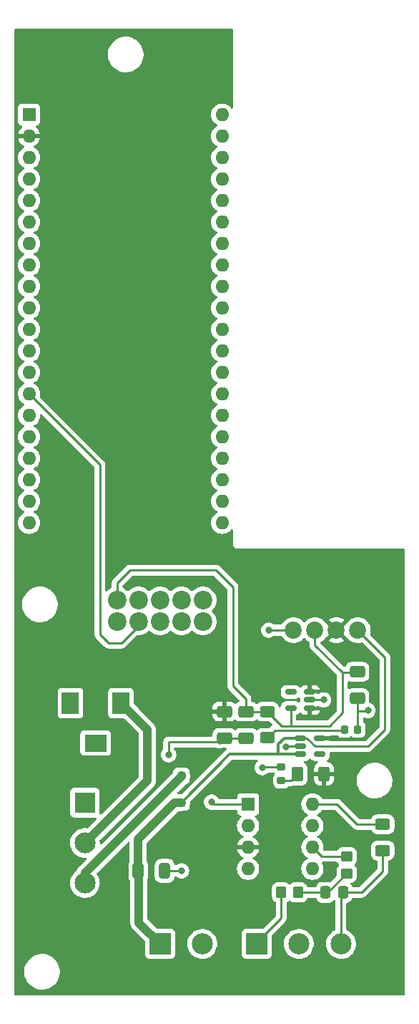
<source format=gbr>
%TF.GenerationSoftware,KiCad,Pcbnew,(6.0.6-0)*%
%TF.CreationDate,2022-11-06T01:19:23-08:00*%
%TF.ProjectId,Main Board,4d61696e-2042-46f6-9172-642e6b696361,rev?*%
%TF.SameCoordinates,Original*%
%TF.FileFunction,Copper,L1,Top*%
%TF.FilePolarity,Positive*%
%FSLAX46Y46*%
G04 Gerber Fmt 4.6, Leading zero omitted, Abs format (unit mm)*
G04 Created by KiCad (PCBNEW (6.0.6-0)) date 2022-11-06 01:19:23*
%MOMM*%
%LPD*%
G01*
G04 APERTURE LIST*
G04 Aperture macros list*
%AMRoundRect*
0 Rectangle with rounded corners*
0 $1 Rounding radius*
0 $2 $3 $4 $5 $6 $7 $8 $9 X,Y pos of 4 corners*
0 Add a 4 corners polygon primitive as box body*
4,1,4,$2,$3,$4,$5,$6,$7,$8,$9,$2,$3,0*
0 Add four circle primitives for the rounded corners*
1,1,$1+$1,$2,$3*
1,1,$1+$1,$4,$5*
1,1,$1+$1,$6,$7*
1,1,$1+$1,$8,$9*
0 Add four rect primitives between the rounded corners*
20,1,$1+$1,$2,$3,$4,$5,0*
20,1,$1+$1,$4,$5,$6,$7,0*
20,1,$1+$1,$6,$7,$8,$9,0*
20,1,$1+$1,$8,$9,$2,$3,0*%
G04 Aperture macros list end*
%TA.AperFunction,ComponentPad*%
%ADD10R,2.475000X2.475000*%
%TD*%
%TA.AperFunction,ComponentPad*%
%ADD11C,2.475000*%
%TD*%
%TA.AperFunction,ComponentPad*%
%ADD12C,2.020000*%
%TD*%
%TA.AperFunction,SMDPad,CuDef*%
%ADD13RoundRect,0.250000X-0.350000X-0.450000X0.350000X-0.450000X0.350000X0.450000X-0.350000X0.450000X0*%
%TD*%
%TA.AperFunction,SMDPad,CuDef*%
%ADD14RoundRect,0.250000X-0.450000X0.350000X-0.450000X-0.350000X0.450000X-0.350000X0.450000X0.350000X0*%
%TD*%
%TA.AperFunction,SMDPad,CuDef*%
%ADD15RoundRect,0.250000X0.400000X0.625000X-0.400000X0.625000X-0.400000X-0.625000X0.400000X-0.625000X0*%
%TD*%
%TA.AperFunction,SMDPad,CuDef*%
%ADD16RoundRect,0.250000X-0.625000X0.400000X-0.625000X-0.400000X0.625000X-0.400000X0.625000X0.400000X0*%
%TD*%
%TA.AperFunction,SMDPad,CuDef*%
%ADD17RoundRect,0.218750X0.218750X0.256250X-0.218750X0.256250X-0.218750X-0.256250X0.218750X-0.256250X0*%
%TD*%
%TA.AperFunction,SMDPad,CuDef*%
%ADD18RoundRect,0.218750X-0.256250X0.218750X-0.256250X-0.218750X0.256250X-0.218750X0.256250X0.218750X0*%
%TD*%
%TA.AperFunction,SMDPad,CuDef*%
%ADD19RoundRect,0.250000X-0.650000X0.412500X-0.650000X-0.412500X0.650000X-0.412500X0.650000X0.412500X0*%
%TD*%
%TA.AperFunction,SMDPad,CuDef*%
%ADD20RoundRect,0.250000X-0.337500X-0.475000X0.337500X-0.475000X0.337500X0.475000X-0.337500X0.475000X0*%
%TD*%
%TA.AperFunction,SMDPad,CuDef*%
%ADD21RoundRect,0.150000X0.512500X0.150000X-0.512500X0.150000X-0.512500X-0.150000X0.512500X-0.150000X0*%
%TD*%
%TA.AperFunction,ComponentPad*%
%ADD22R,2.000000X2.600000*%
%TD*%
%TA.AperFunction,ComponentPad*%
%ADD23R,2.600000X2.000000*%
%TD*%
%TA.AperFunction,SMDPad,CuDef*%
%ADD24R,0.950000X0.900000*%
%TD*%
%TA.AperFunction,ComponentPad*%
%ADD25R,2.500000X2.500000*%
%TD*%
%TA.AperFunction,ComponentPad*%
%ADD26C,2.500000*%
%TD*%
%TA.AperFunction,ComponentPad*%
%ADD27C,2.200000*%
%TD*%
%TA.AperFunction,SMDPad,CuDef*%
%ADD28RoundRect,0.250000X-0.412500X-0.650000X0.412500X-0.650000X0.412500X0.650000X-0.412500X0.650000X0*%
%TD*%
%TA.AperFunction,ComponentPad*%
%ADD29R,1.600000X1.600000*%
%TD*%
%TA.AperFunction,ComponentPad*%
%ADD30O,1.600000X1.600000*%
%TD*%
%TA.AperFunction,SMDPad,CuDef*%
%ADD31RoundRect,0.150000X-0.512500X-0.150000X0.512500X-0.150000X0.512500X0.150000X-0.512500X0.150000X0*%
%TD*%
%TA.AperFunction,ViaPad*%
%ADD32C,0.800000*%
%TD*%
%TA.AperFunction,Conductor*%
%ADD33C,0.254000*%
%TD*%
%TA.AperFunction,Conductor*%
%ADD34C,0.250000*%
%TD*%
%TA.AperFunction,Conductor*%
%ADD35C,0.300000*%
%TD*%
%TA.AperFunction,Conductor*%
%ADD36C,1.000000*%
%TD*%
G04 APERTURE END LIST*
D10*
%TO.P,S1,1*%
%TO.N,unconnected-(S1-Pad1)*%
X95250000Y-115900000D03*
D11*
%TO.P,S1,2*%
%TO.N,Net-(J3-Pad1)*%
X95250000Y-120650000D03*
%TO.P,S1,3*%
%TO.N,Net-(D1-PadA)*%
X95250000Y-125400000D03*
%TD*%
D12*
%TO.P,J6,4*%
%TO.N,VBUS*%
X127560000Y-95500000D03*
%TO.P,J6,3*%
%TO.N,+5V*%
X125020000Y-95500000D03*
%TO.P,J6,2*%
%TO.N,+3.3V*%
X122480000Y-95500000D03*
%TO.P,J6,1*%
%TO.N,GND*%
X119940000Y-95500000D03*
%TD*%
D13*
%TO.P,R5,2*%
%TO.N,Net-(C3-Pad1)*%
X120500000Y-126500000D03*
%TO.P,R5,1*%
%TO.N,/CANH*%
X118500000Y-126500000D03*
%TD*%
D14*
%TO.P,R4,2*%
%TO.N,Net-(C3-Pad1)*%
X126250000Y-124250000D03*
%TO.P,R4,1*%
%TO.N,/CANL*%
X126250000Y-122250000D03*
%TD*%
D15*
%TO.P,R3,1*%
%TO.N,+5V*%
X123550000Y-112500000D03*
%TO.P,R3,2*%
%TO.N,Net-(D2-Pad2)*%
X120450000Y-112500000D03*
%TD*%
D16*
%TO.P,R1,1*%
%TO.N,Net-(U2-Pad8)*%
X130500000Y-118450000D03*
%TO.P,R1,2*%
%TO.N,GND*%
X130500000Y-121550000D03*
%TD*%
D17*
%TO.P,D3,1,K*%
%TO.N,GND*%
X127537500Y-107250000D03*
%TO.P,D3,2,A*%
%TO.N,Net-(R2-Pad2)*%
X125962500Y-107250000D03*
%TD*%
D18*
%TO.P,D2,1,K*%
%TO.N,GND*%
X118500000Y-111712500D03*
%TO.P,D2,2,A*%
%TO.N,Net-(D2-Pad2)*%
X118500000Y-113287500D03*
%TD*%
D19*
%TO.P,C5,1*%
%TO.N,+3.3V*%
X127500000Y-100437500D03*
%TO.P,C5,2*%
%TO.N,GND*%
X127500000Y-103562500D03*
%TD*%
D20*
%TO.P,C3,1*%
%TO.N,Net-(C3-Pad1)*%
X123712500Y-126500000D03*
%TO.P,C3,2*%
%TO.N,GND*%
X125787500Y-126500000D03*
%TD*%
D21*
%TO.P,U4,1,IN*%
%TO.N,+5V*%
X121887500Y-104700000D03*
%TO.P,U4,2,GND*%
%TO.N,GND*%
X121887500Y-103750000D03*
%TO.P,U4,3,EN*%
%TO.N,+5V*%
X121887500Y-102800000D03*
%TO.P,U4,4,NC*%
%TO.N,unconnected-(U4-Pad4)*%
X119612500Y-102800000D03*
%TO.P,U4,5,OUT*%
%TO.N,+3.3V*%
X119612500Y-104700000D03*
%TD*%
D19*
%TO.P,C4,1*%
%TO.N,+3.3V*%
X114300000Y-105117500D03*
%TO.P,C4,2*%
%TO.N,GND*%
X114300000Y-108242500D03*
%TD*%
%TO.P,C2,1*%
%TO.N,+5V*%
X111760000Y-105117500D03*
%TO.P,C2,2*%
%TO.N,GND*%
X111760000Y-108242500D03*
%TD*%
D22*
%TO.P,J3,1*%
%TO.N,Net-(J3-Pad1)*%
X99520000Y-104140000D03*
%TO.P,J3,2*%
%TO.N,GND*%
X93520000Y-104140000D03*
D23*
%TO.P,J3,3*%
X96520000Y-108840000D03*
%TD*%
D24*
%TO.P,D1,A*%
%TO.N,Net-(D1-PadA)*%
X106680000Y-112725000D03*
%TO.P,D1,K*%
%TO.N,VBUS*%
X106680000Y-115875000D03*
%TD*%
D25*
%TO.P,J5,1*%
%TO.N,/CANH*%
X115570000Y-132588000D03*
D26*
%TO.P,J5,2*%
%TO.N,/CANL*%
X120570000Y-132588000D03*
%TO.P,J5,3*%
%TO.N,GND*%
X125570000Y-132588000D03*
%TD*%
D27*
%TO.P,J1,1*%
%TO.N,+3.3V*%
X99060000Y-91948000D03*
%TO.P,J1,2*%
%TO.N,GND*%
X99060000Y-94488000D03*
%TO.P,J1,3*%
%TO.N,Net-(J1-Pad3)*%
X101600000Y-91948000D03*
%TO.P,J1,4*%
%TO.N,Net-(J1-Pad4)*%
X101600000Y-94488000D03*
%TO.P,J1,5*%
%TO.N,unconnected-(J1-Pad5)*%
X104140000Y-91948000D03*
%TO.P,J1,6*%
%TO.N,unconnected-(J1-Pad6)*%
X104140000Y-94488000D03*
%TO.P,J1,7*%
%TO.N,unconnected-(J1-Pad7)*%
X106680000Y-91948000D03*
%TO.P,J1,8*%
%TO.N,unconnected-(J1-Pad8)*%
X106680000Y-94488000D03*
%TO.P,J1,9*%
%TO.N,unconnected-(J1-Pad9)*%
X109220000Y-91948000D03*
%TO.P,J1,10*%
%TO.N,unconnected-(J1-Pad10)*%
X109220000Y-94488000D03*
%TD*%
D28*
%TO.P,C1,1*%
%TO.N,VBUS*%
X101561500Y-123952000D03*
%TO.P,C1,2*%
%TO.N,GND*%
X104686500Y-123952000D03*
%TD*%
D25*
%TO.P,J4,1*%
%TO.N,VBUS*%
X104140000Y-132588000D03*
D26*
%TO.P,J4,2*%
%TO.N,GND*%
X109140000Y-132588000D03*
%TD*%
D29*
%TO.P,U2,1,TXD*%
%TO.N,Net-(J2-Pad10)*%
X114564000Y-116088000D03*
D30*
%TO.P,U2,2,VSS*%
%TO.N,GND*%
X114564000Y-118628000D03*
%TO.P,U2,3,VDD*%
%TO.N,+5V*%
X114564000Y-121168000D03*
%TO.P,U2,4,RXD*%
%TO.N,Net-(U2-Pad4)*%
X114564000Y-123708000D03*
%TO.P,U2,5,Vref*%
%TO.N,unconnected-(U2-Pad5)*%
X122184000Y-123708000D03*
%TO.P,U2,6,CANL*%
%TO.N,/CANL*%
X122184000Y-121168000D03*
%TO.P,U2,7,CANH*%
%TO.N,/CANH*%
X122184000Y-118628000D03*
%TO.P,U2,8,Rs*%
%TO.N,Net-(U2-Pad8)*%
X122184000Y-116088000D03*
%TD*%
D31*
%TO.P,U3,1,IN*%
%TO.N,VBUS*%
X120782500Y-108270000D03*
%TO.P,U3,2,GND*%
%TO.N,GND*%
X120782500Y-109220000D03*
%TO.P,U3,3,EN*%
%TO.N,VBUS*%
X120782500Y-110170000D03*
%TO.P,U3,4,NC*%
%TO.N,unconnected-(U3-Pad4)*%
X123057500Y-110170000D03*
%TO.P,U3,5,OUT*%
%TO.N,+5V*%
X123057500Y-108270000D03*
%TD*%
D16*
%TO.P,R2,1*%
%TO.N,+3.3V*%
X116840000Y-105130000D03*
%TO.P,R2,2*%
%TO.N,Net-(R2-Pad2)*%
X116840000Y-108230000D03*
%TD*%
D29*
%TO.P,J2,1,Pin_1*%
%TO.N,GND*%
X88630000Y-34544000D03*
D30*
%TO.P,J2,2,Pin_2*%
%TO.N,+5V*%
X88630000Y-37084000D03*
%TO.P,J2,3,Pin_3*%
%TO.N,unconnected-(J2-Pad3)*%
X88630000Y-39624000D03*
%TO.P,J2,4,Pin_4*%
%TO.N,unconnected-(J2-Pad4)*%
X88630000Y-42164000D03*
%TO.P,J2,5,Pin_5*%
%TO.N,unconnected-(J2-Pad5)*%
X88630000Y-44704000D03*
%TO.P,J2,6,Pin_6*%
%TO.N,unconnected-(J2-Pad6)*%
X88630000Y-47244000D03*
%TO.P,J2,7,Pin_7*%
%TO.N,unconnected-(J2-Pad7)*%
X88630000Y-49784000D03*
%TO.P,J2,8,Pin_8*%
%TO.N,unconnected-(J2-Pad8)*%
X88630000Y-52324000D03*
%TO.P,J2,9,Pin_9*%
%TO.N,Net-(U2-Pad4)*%
X88630000Y-54864000D03*
%TO.P,J2,10,Pin_10*%
%TO.N,Net-(J2-Pad10)*%
X88630000Y-57404000D03*
%TO.P,J2,11,Pin_11*%
%TO.N,unconnected-(J2-Pad11)*%
X88630000Y-59944000D03*
%TO.P,J2,12,Pin_12*%
%TO.N,unconnected-(J2-Pad12)*%
X88630000Y-62484000D03*
%TO.P,J2,13,Pin_13*%
%TO.N,Net-(J1-Pad3)*%
X88630000Y-65024000D03*
%TO.P,J2,14,Pin_14*%
%TO.N,Net-(J1-Pad4)*%
X88630000Y-67564000D03*
%TO.P,J2,15,Pin_15*%
%TO.N,unconnected-(J2-Pad15)*%
X88630000Y-70104000D03*
%TO.P,J2,16,Pin_16*%
%TO.N,unconnected-(J2-Pad16)*%
X88630000Y-72644000D03*
%TO.P,J2,17,Pin_17*%
%TO.N,unconnected-(J2-Pad17)*%
X88630000Y-75184000D03*
%TO.P,J2,18,Pin_18*%
%TO.N,unconnected-(J2-Pad18)*%
X88630000Y-77724000D03*
%TO.P,J2,19,Pin_19*%
%TO.N,unconnected-(J2-Pad19)*%
X88630000Y-80264000D03*
%TO.P,J2,20,Pin_20*%
%TO.N,unconnected-(J2-Pad20)*%
X88630000Y-82804000D03*
%TO.P,J2,21,Pin_21*%
%TO.N,unconnected-(J2-Pad21)*%
X111490000Y-82804000D03*
%TO.P,J2,22,Pin_22*%
%TO.N,unconnected-(J2-Pad22)*%
X111490000Y-80264000D03*
%TO.P,J2,23,Pin_23*%
%TO.N,unconnected-(J2-Pad23)*%
X111490000Y-77724000D03*
%TO.P,J2,24,Pin_24*%
%TO.N,unconnected-(J2-Pad24)*%
X111490000Y-75184000D03*
%TO.P,J2,25,Pin_25*%
%TO.N,unconnected-(J2-Pad25)*%
X111490000Y-72644000D03*
%TO.P,J2,26,Pin_26*%
%TO.N,unconnected-(J2-Pad26)*%
X111490000Y-70104000D03*
%TO.P,J2,27,Pin_27*%
%TO.N,unconnected-(J2-Pad27)*%
X111490000Y-67564000D03*
%TO.P,J2,28,Pin_28*%
%TO.N,unconnected-(J2-Pad28)*%
X111490000Y-65024000D03*
%TO.P,J2,29,Pin_29*%
%TO.N,unconnected-(J2-Pad29)*%
X111490000Y-62484000D03*
%TO.P,J2,30,Pin_30*%
%TO.N,unconnected-(J2-Pad30)*%
X111490000Y-59944000D03*
%TO.P,J2,31,Pin_31*%
%TO.N,unconnected-(J2-Pad31)*%
X111490000Y-57404000D03*
%TO.P,J2,32,Pin_32*%
%TO.N,unconnected-(J2-Pad32)*%
X111490000Y-54864000D03*
%TO.P,J2,33,Pin_33*%
%TO.N,unconnected-(J2-Pad33)*%
X111490000Y-52324000D03*
%TO.P,J2,34,Pin_34*%
%TO.N,unconnected-(J2-Pad34)*%
X111490000Y-49784000D03*
%TO.P,J2,35,Pin_35*%
%TO.N,unconnected-(J2-Pad35)*%
X111490000Y-47244000D03*
%TO.P,J2,36,Pin_36*%
%TO.N,unconnected-(J2-Pad36)*%
X111490000Y-44704000D03*
%TO.P,J2,37,Pin_37*%
%TO.N,unconnected-(J2-Pad37)*%
X111490000Y-42164000D03*
%TO.P,J2,38,Pin_38*%
%TO.N,unconnected-(J2-Pad38)*%
X111490000Y-39624000D03*
%TO.P,J2,39,Pin_39*%
%TO.N,unconnected-(J2-Pad39)*%
X111490000Y-37084000D03*
%TO.P,J2,40,Pin_40*%
%TO.N,unconnected-(J2-Pad40)*%
X111490000Y-34544000D03*
%TD*%
D32*
%TO.N,GND*%
X116250000Y-111750000D03*
X123500000Y-103750000D03*
X117000000Y-95500000D03*
X128750000Y-105000000D03*
X106680000Y-123952000D03*
X119027938Y-109313438D03*
X105156000Y-110236000D03*
%TO.N,Net-(J2-Pad10)*%
X110236000Y-115824000D03*
%TD*%
D33*
%TO.N,GND*%
X130500000Y-124000000D02*
X130500000Y-121550000D01*
D34*
%TO.N,Net-(C3-Pad1)*%
X123712500Y-126500000D02*
X120500000Y-126500000D01*
D33*
%TO.N,GND*%
X125570000Y-126717500D02*
X125570000Y-132588000D01*
D34*
%TO.N,Net-(C3-Pad1)*%
X123712500Y-126500000D02*
X124000000Y-126500000D01*
X124000000Y-126500000D02*
X126250000Y-124250000D01*
D33*
%TO.N,GND*%
X125787500Y-126500000D02*
X125570000Y-126717500D01*
X125787500Y-126500000D02*
X128000000Y-126500000D01*
X128000000Y-126500000D02*
X130500000Y-124000000D01*
D34*
%TO.N,/CANH*%
X115570000Y-132588000D02*
X115570000Y-132430000D01*
X115570000Y-132430000D02*
X118500000Y-129500000D01*
X118500000Y-129500000D02*
X118500000Y-126500000D01*
D33*
%TO.N,GND*%
X121887500Y-103750000D02*
X123500000Y-103750000D01*
%TO.N,+3.3V*%
X119612500Y-104700000D02*
X119612500Y-106809000D01*
X119612500Y-106809000D02*
X120691000Y-106809000D01*
X122480000Y-95500000D02*
X122480000Y-97270000D01*
X122480000Y-97270000D02*
X125730000Y-100520000D01*
D34*
%TO.N,VBUS*%
X130750000Y-107250000D02*
X130750000Y-98690000D01*
X121520000Y-108270000D02*
X122500000Y-109250000D01*
X128750000Y-109250000D02*
X130750000Y-107250000D01*
X122500000Y-109250000D02*
X128750000Y-109250000D01*
X120782500Y-108270000D02*
X121520000Y-108270000D01*
X130750000Y-98690000D02*
X127560000Y-95500000D01*
D35*
X112385000Y-110170000D02*
X118170000Y-110170000D01*
X118170000Y-110170000D02*
X118430000Y-110170000D01*
X118140000Y-109000000D02*
X118140000Y-110140000D01*
X118140000Y-110140000D02*
X118170000Y-110170000D01*
X120782500Y-108270000D02*
X118870000Y-108270000D01*
X118870000Y-108270000D02*
X118140000Y-109000000D01*
D33*
%TO.N,GND*%
X120782500Y-109220000D02*
X119121376Y-109220000D01*
X119121376Y-109220000D02*
X119027938Y-109313438D01*
X118500000Y-111712500D02*
X116287500Y-111712500D01*
X116287500Y-111712500D02*
X116250000Y-111750000D01*
D34*
%TO.N,Net-(D2-Pad2)*%
X118500000Y-113287500D02*
X119662500Y-113287500D01*
X119662500Y-113287500D02*
X120450000Y-112500000D01*
D33*
%TO.N,+3.3V*%
X118519000Y-106809000D02*
X120691000Y-106809000D01*
X120691000Y-106809000D02*
X124185408Y-106809000D01*
X125730000Y-105264408D02*
X125730000Y-100520000D01*
X125730000Y-100520000D02*
X127417500Y-100520000D01*
X127417500Y-100520000D02*
X127500000Y-100437500D01*
%TO.N,GND*%
X119940000Y-95500000D02*
X117000000Y-95500000D01*
X127537500Y-105037500D02*
X127537500Y-103775000D01*
X127537500Y-105037500D02*
X128712500Y-105037500D01*
X128712500Y-105037500D02*
X128750000Y-105000000D01*
X127537500Y-107250000D02*
X127537500Y-105037500D01*
D34*
%TO.N,Net-(R2-Pad2)*%
X125962500Y-107250000D02*
X125897500Y-107315000D01*
X125897500Y-107315000D02*
X117755000Y-107315000D01*
X117755000Y-107315000D02*
X116840000Y-108230000D01*
%TO.N,Net-(U2-Pad8)*%
X122184000Y-116088000D02*
X125088000Y-116088000D01*
X125088000Y-116088000D02*
X127450000Y-118450000D01*
X127450000Y-118450000D02*
X130500000Y-118450000D01*
%TO.N,/CANL*%
X122184000Y-121168000D02*
X123266000Y-122250000D01*
X123266000Y-122250000D02*
X126250000Y-122250000D01*
D33*
%TO.N,+3.3V*%
X114312500Y-105130000D02*
X114300000Y-105117500D01*
X112776000Y-90424000D02*
X110744000Y-88392000D01*
X100584000Y-88392000D02*
X99060000Y-89916000D01*
X110744000Y-88392000D02*
X100584000Y-88392000D01*
X116840000Y-105130000D02*
X118519000Y-106809000D01*
X112776000Y-102108000D02*
X112776000Y-90424000D01*
X99060000Y-89916000D02*
X99060000Y-91948000D01*
X114300000Y-103632000D02*
X112776000Y-102108000D01*
X116840000Y-105130000D02*
X114312500Y-105130000D01*
X124185408Y-106809000D02*
X125730000Y-105264408D01*
X114300000Y-105117500D02*
X114300000Y-103632000D01*
%TO.N,GND*%
X106680000Y-123952000D02*
X104686500Y-123952000D01*
X111162500Y-108840000D02*
X111760000Y-108242500D01*
X105156000Y-108712000D02*
X111290500Y-108712000D01*
X111290500Y-108712000D02*
X111760000Y-108242500D01*
X105156000Y-108712000D02*
X105156000Y-110236000D01*
X111760000Y-108242500D02*
X114300000Y-108242500D01*
D34*
%TO.N,Net-(J1-Pad4)*%
X99568000Y-97028000D02*
X101600000Y-94996000D01*
X97028000Y-75962000D02*
X97028000Y-96012000D01*
X88630000Y-67564000D02*
X97028000Y-75962000D01*
X98044000Y-97028000D02*
X99568000Y-97028000D01*
X101600000Y-94996000D02*
X101600000Y-94488000D01*
X97028000Y-96012000D02*
X98044000Y-97028000D01*
D36*
%TO.N,VBUS*%
X105867000Y-115875000D02*
X103886000Y-117856000D01*
D35*
X101561500Y-123952000D02*
X101640000Y-124030500D01*
X106680000Y-115875000D02*
X112385000Y-110170000D01*
D36*
X103886000Y-117856000D02*
X101561500Y-120180500D01*
X101640000Y-124030500D02*
X101640000Y-130088000D01*
X101640000Y-130088000D02*
X104140000Y-132588000D01*
D35*
X118430000Y-110170000D02*
X120782500Y-110170000D01*
D36*
X101561500Y-123952000D02*
X101561500Y-120180500D01*
X106680000Y-115875000D02*
X105867000Y-115875000D01*
D34*
%TO.N,Net-(J2-Pad10)*%
X110500000Y-116088000D02*
X114564000Y-116088000D01*
X110236000Y-115824000D02*
X110500000Y-116088000D01*
D36*
%TO.N,Net-(J3-Pad1)*%
X102616000Y-107236000D02*
X102616000Y-113284000D01*
X99520000Y-104140000D02*
X102616000Y-107236000D01*
X102616000Y-113284000D02*
X95250000Y-120650000D01*
%TO.N,Net-(D1-PadA)*%
X95250000Y-124206000D02*
X95250000Y-125400000D01*
X106680000Y-112776000D02*
X95250000Y-124206000D01*
X106680000Y-112725000D02*
X106680000Y-112776000D01*
%TD*%
%TA.AperFunction,Conductor*%
%TO.N,+5V*%
G36*
X112717621Y-24404502D02*
G01*
X112764114Y-24458158D01*
X112775500Y-24510500D01*
X112775500Y-33698963D01*
X112755498Y-33767084D01*
X112701842Y-33813577D01*
X112631568Y-33823681D01*
X112566988Y-33794187D01*
X112546287Y-33771234D01*
X112499357Y-33704211D01*
X112499355Y-33704208D01*
X112496198Y-33699700D01*
X112334300Y-33537802D01*
X112329792Y-33534645D01*
X112329789Y-33534643D01*
X112251611Y-33479902D01*
X112146749Y-33406477D01*
X112141767Y-33404154D01*
X112141762Y-33404151D01*
X111944225Y-33312039D01*
X111944224Y-33312039D01*
X111939243Y-33309716D01*
X111933935Y-33308294D01*
X111933933Y-33308293D01*
X111723402Y-33251881D01*
X111723400Y-33251881D01*
X111718087Y-33250457D01*
X111490000Y-33230502D01*
X111261913Y-33250457D01*
X111256600Y-33251881D01*
X111256598Y-33251881D01*
X111046067Y-33308293D01*
X111046065Y-33308294D01*
X111040757Y-33309716D01*
X111035776Y-33312039D01*
X111035775Y-33312039D01*
X110838238Y-33404151D01*
X110838233Y-33404154D01*
X110833251Y-33406477D01*
X110728389Y-33479902D01*
X110650211Y-33534643D01*
X110650208Y-33534645D01*
X110645700Y-33537802D01*
X110483802Y-33699700D01*
X110352477Y-33887251D01*
X110350154Y-33892233D01*
X110350151Y-33892238D01*
X110258039Y-34089775D01*
X110255716Y-34094757D01*
X110196457Y-34315913D01*
X110176502Y-34544000D01*
X110196457Y-34772087D01*
X110255716Y-34993243D01*
X110258039Y-34998224D01*
X110258039Y-34998225D01*
X110350151Y-35195762D01*
X110350154Y-35195767D01*
X110352477Y-35200749D01*
X110483802Y-35388300D01*
X110645700Y-35550198D01*
X110650208Y-35553355D01*
X110650211Y-35553357D01*
X110691542Y-35582297D01*
X110833251Y-35681523D01*
X110838233Y-35683846D01*
X110838238Y-35683849D01*
X110872457Y-35699805D01*
X110925742Y-35746722D01*
X110945203Y-35814999D01*
X110924661Y-35882959D01*
X110872457Y-35928195D01*
X110838238Y-35944151D01*
X110838233Y-35944154D01*
X110833251Y-35946477D01*
X110751738Y-36003553D01*
X110650211Y-36074643D01*
X110650208Y-36074645D01*
X110645700Y-36077802D01*
X110483802Y-36239700D01*
X110352477Y-36427251D01*
X110350154Y-36432233D01*
X110350151Y-36432238D01*
X110350034Y-36432489D01*
X110255716Y-36634757D01*
X110196457Y-36855913D01*
X110176502Y-37084000D01*
X110196457Y-37312087D01*
X110255716Y-37533243D01*
X110258039Y-37538224D01*
X110258039Y-37538225D01*
X110350151Y-37735762D01*
X110350154Y-37735767D01*
X110352477Y-37740749D01*
X110483802Y-37928300D01*
X110645700Y-38090198D01*
X110650208Y-38093355D01*
X110650211Y-38093357D01*
X110728389Y-38148098D01*
X110833251Y-38221523D01*
X110838233Y-38223846D01*
X110838238Y-38223849D01*
X110872457Y-38239805D01*
X110925742Y-38286722D01*
X110945203Y-38354999D01*
X110924661Y-38422959D01*
X110872457Y-38468195D01*
X110838238Y-38484151D01*
X110838233Y-38484154D01*
X110833251Y-38486477D01*
X110728389Y-38559902D01*
X110650211Y-38614643D01*
X110650208Y-38614645D01*
X110645700Y-38617802D01*
X110483802Y-38779700D01*
X110352477Y-38967251D01*
X110350154Y-38972233D01*
X110350151Y-38972238D01*
X110258039Y-39169775D01*
X110255716Y-39174757D01*
X110196457Y-39395913D01*
X110176502Y-39624000D01*
X110196457Y-39852087D01*
X110255716Y-40073243D01*
X110258039Y-40078224D01*
X110258039Y-40078225D01*
X110350151Y-40275762D01*
X110350154Y-40275767D01*
X110352477Y-40280749D01*
X110483802Y-40468300D01*
X110645700Y-40630198D01*
X110650208Y-40633355D01*
X110650211Y-40633357D01*
X110728389Y-40688098D01*
X110833251Y-40761523D01*
X110838233Y-40763846D01*
X110838238Y-40763849D01*
X110872457Y-40779805D01*
X110925742Y-40826722D01*
X110945203Y-40894999D01*
X110924661Y-40962959D01*
X110872457Y-41008195D01*
X110838238Y-41024151D01*
X110838233Y-41024154D01*
X110833251Y-41026477D01*
X110728389Y-41099902D01*
X110650211Y-41154643D01*
X110650208Y-41154645D01*
X110645700Y-41157802D01*
X110483802Y-41319700D01*
X110352477Y-41507251D01*
X110350154Y-41512233D01*
X110350151Y-41512238D01*
X110258039Y-41709775D01*
X110255716Y-41714757D01*
X110196457Y-41935913D01*
X110176502Y-42164000D01*
X110196457Y-42392087D01*
X110255716Y-42613243D01*
X110258039Y-42618224D01*
X110258039Y-42618225D01*
X110350151Y-42815762D01*
X110350154Y-42815767D01*
X110352477Y-42820749D01*
X110483802Y-43008300D01*
X110645700Y-43170198D01*
X110650208Y-43173355D01*
X110650211Y-43173357D01*
X110728389Y-43228098D01*
X110833251Y-43301523D01*
X110838233Y-43303846D01*
X110838238Y-43303849D01*
X110872457Y-43319805D01*
X110925742Y-43366722D01*
X110945203Y-43434999D01*
X110924661Y-43502959D01*
X110872457Y-43548195D01*
X110838238Y-43564151D01*
X110838233Y-43564154D01*
X110833251Y-43566477D01*
X110728389Y-43639902D01*
X110650211Y-43694643D01*
X110650208Y-43694645D01*
X110645700Y-43697802D01*
X110483802Y-43859700D01*
X110352477Y-44047251D01*
X110350154Y-44052233D01*
X110350151Y-44052238D01*
X110258039Y-44249775D01*
X110255716Y-44254757D01*
X110196457Y-44475913D01*
X110176502Y-44704000D01*
X110196457Y-44932087D01*
X110255716Y-45153243D01*
X110258039Y-45158224D01*
X110258039Y-45158225D01*
X110350151Y-45355762D01*
X110350154Y-45355767D01*
X110352477Y-45360749D01*
X110483802Y-45548300D01*
X110645700Y-45710198D01*
X110650208Y-45713355D01*
X110650211Y-45713357D01*
X110728389Y-45768098D01*
X110833251Y-45841523D01*
X110838233Y-45843846D01*
X110838238Y-45843849D01*
X110872457Y-45859805D01*
X110925742Y-45906722D01*
X110945203Y-45974999D01*
X110924661Y-46042959D01*
X110872457Y-46088195D01*
X110838238Y-46104151D01*
X110838233Y-46104154D01*
X110833251Y-46106477D01*
X110728389Y-46179902D01*
X110650211Y-46234643D01*
X110650208Y-46234645D01*
X110645700Y-46237802D01*
X110483802Y-46399700D01*
X110352477Y-46587251D01*
X110350154Y-46592233D01*
X110350151Y-46592238D01*
X110258039Y-46789775D01*
X110255716Y-46794757D01*
X110196457Y-47015913D01*
X110176502Y-47244000D01*
X110196457Y-47472087D01*
X110255716Y-47693243D01*
X110258039Y-47698224D01*
X110258039Y-47698225D01*
X110350151Y-47895762D01*
X110350154Y-47895767D01*
X110352477Y-47900749D01*
X110483802Y-48088300D01*
X110645700Y-48250198D01*
X110650208Y-48253355D01*
X110650211Y-48253357D01*
X110728389Y-48308098D01*
X110833251Y-48381523D01*
X110838233Y-48383846D01*
X110838238Y-48383849D01*
X110872457Y-48399805D01*
X110925742Y-48446722D01*
X110945203Y-48514999D01*
X110924661Y-48582959D01*
X110872457Y-48628195D01*
X110838238Y-48644151D01*
X110838233Y-48644154D01*
X110833251Y-48646477D01*
X110728389Y-48719902D01*
X110650211Y-48774643D01*
X110650208Y-48774645D01*
X110645700Y-48777802D01*
X110483802Y-48939700D01*
X110352477Y-49127251D01*
X110350154Y-49132233D01*
X110350151Y-49132238D01*
X110258039Y-49329775D01*
X110255716Y-49334757D01*
X110196457Y-49555913D01*
X110176502Y-49784000D01*
X110196457Y-50012087D01*
X110255716Y-50233243D01*
X110258039Y-50238224D01*
X110258039Y-50238225D01*
X110350151Y-50435762D01*
X110350154Y-50435767D01*
X110352477Y-50440749D01*
X110483802Y-50628300D01*
X110645700Y-50790198D01*
X110650208Y-50793355D01*
X110650211Y-50793357D01*
X110728389Y-50848098D01*
X110833251Y-50921523D01*
X110838233Y-50923846D01*
X110838238Y-50923849D01*
X110872457Y-50939805D01*
X110925742Y-50986722D01*
X110945203Y-51054999D01*
X110924661Y-51122959D01*
X110872457Y-51168195D01*
X110838238Y-51184151D01*
X110838233Y-51184154D01*
X110833251Y-51186477D01*
X110728389Y-51259902D01*
X110650211Y-51314643D01*
X110650208Y-51314645D01*
X110645700Y-51317802D01*
X110483802Y-51479700D01*
X110352477Y-51667251D01*
X110350154Y-51672233D01*
X110350151Y-51672238D01*
X110258039Y-51869775D01*
X110255716Y-51874757D01*
X110196457Y-52095913D01*
X110176502Y-52324000D01*
X110196457Y-52552087D01*
X110255716Y-52773243D01*
X110258039Y-52778224D01*
X110258039Y-52778225D01*
X110350151Y-52975762D01*
X110350154Y-52975767D01*
X110352477Y-52980749D01*
X110483802Y-53168300D01*
X110645700Y-53330198D01*
X110650208Y-53333355D01*
X110650211Y-53333357D01*
X110728389Y-53388098D01*
X110833251Y-53461523D01*
X110838233Y-53463846D01*
X110838238Y-53463849D01*
X110872457Y-53479805D01*
X110925742Y-53526722D01*
X110945203Y-53594999D01*
X110924661Y-53662959D01*
X110872457Y-53708195D01*
X110838238Y-53724151D01*
X110838233Y-53724154D01*
X110833251Y-53726477D01*
X110728389Y-53799902D01*
X110650211Y-53854643D01*
X110650208Y-53854645D01*
X110645700Y-53857802D01*
X110483802Y-54019700D01*
X110352477Y-54207251D01*
X110350154Y-54212233D01*
X110350151Y-54212238D01*
X110258039Y-54409775D01*
X110255716Y-54414757D01*
X110196457Y-54635913D01*
X110176502Y-54864000D01*
X110196457Y-55092087D01*
X110255716Y-55313243D01*
X110258039Y-55318224D01*
X110258039Y-55318225D01*
X110350151Y-55515762D01*
X110350154Y-55515767D01*
X110352477Y-55520749D01*
X110483802Y-55708300D01*
X110645700Y-55870198D01*
X110650208Y-55873355D01*
X110650211Y-55873357D01*
X110728389Y-55928098D01*
X110833251Y-56001523D01*
X110838233Y-56003846D01*
X110838238Y-56003849D01*
X110872457Y-56019805D01*
X110925742Y-56066722D01*
X110945203Y-56134999D01*
X110924661Y-56202959D01*
X110872457Y-56248195D01*
X110838238Y-56264151D01*
X110838233Y-56264154D01*
X110833251Y-56266477D01*
X110728389Y-56339902D01*
X110650211Y-56394643D01*
X110650208Y-56394645D01*
X110645700Y-56397802D01*
X110483802Y-56559700D01*
X110352477Y-56747251D01*
X110350154Y-56752233D01*
X110350151Y-56752238D01*
X110258039Y-56949775D01*
X110255716Y-56954757D01*
X110196457Y-57175913D01*
X110176502Y-57404000D01*
X110196457Y-57632087D01*
X110255716Y-57853243D01*
X110258039Y-57858224D01*
X110258039Y-57858225D01*
X110350151Y-58055762D01*
X110350154Y-58055767D01*
X110352477Y-58060749D01*
X110483802Y-58248300D01*
X110645700Y-58410198D01*
X110650208Y-58413355D01*
X110650211Y-58413357D01*
X110728389Y-58468098D01*
X110833251Y-58541523D01*
X110838233Y-58543846D01*
X110838238Y-58543849D01*
X110872457Y-58559805D01*
X110925742Y-58606722D01*
X110945203Y-58674999D01*
X110924661Y-58742959D01*
X110872457Y-58788195D01*
X110838238Y-58804151D01*
X110838233Y-58804154D01*
X110833251Y-58806477D01*
X110728389Y-58879902D01*
X110650211Y-58934643D01*
X110650208Y-58934645D01*
X110645700Y-58937802D01*
X110483802Y-59099700D01*
X110352477Y-59287251D01*
X110350154Y-59292233D01*
X110350151Y-59292238D01*
X110258039Y-59489775D01*
X110255716Y-59494757D01*
X110196457Y-59715913D01*
X110176502Y-59944000D01*
X110196457Y-60172087D01*
X110255716Y-60393243D01*
X110258039Y-60398224D01*
X110258039Y-60398225D01*
X110350151Y-60595762D01*
X110350154Y-60595767D01*
X110352477Y-60600749D01*
X110483802Y-60788300D01*
X110645700Y-60950198D01*
X110650208Y-60953355D01*
X110650211Y-60953357D01*
X110728389Y-61008098D01*
X110833251Y-61081523D01*
X110838233Y-61083846D01*
X110838238Y-61083849D01*
X110872457Y-61099805D01*
X110925742Y-61146722D01*
X110945203Y-61214999D01*
X110924661Y-61282959D01*
X110872457Y-61328195D01*
X110838238Y-61344151D01*
X110838233Y-61344154D01*
X110833251Y-61346477D01*
X110728389Y-61419902D01*
X110650211Y-61474643D01*
X110650208Y-61474645D01*
X110645700Y-61477802D01*
X110483802Y-61639700D01*
X110352477Y-61827251D01*
X110350154Y-61832233D01*
X110350151Y-61832238D01*
X110258039Y-62029775D01*
X110255716Y-62034757D01*
X110196457Y-62255913D01*
X110176502Y-62484000D01*
X110196457Y-62712087D01*
X110255716Y-62933243D01*
X110258039Y-62938224D01*
X110258039Y-62938225D01*
X110350151Y-63135762D01*
X110350154Y-63135767D01*
X110352477Y-63140749D01*
X110483802Y-63328300D01*
X110645700Y-63490198D01*
X110650208Y-63493355D01*
X110650211Y-63493357D01*
X110728389Y-63548098D01*
X110833251Y-63621523D01*
X110838233Y-63623846D01*
X110838238Y-63623849D01*
X110872457Y-63639805D01*
X110925742Y-63686722D01*
X110945203Y-63754999D01*
X110924661Y-63822959D01*
X110872457Y-63868195D01*
X110838238Y-63884151D01*
X110838233Y-63884154D01*
X110833251Y-63886477D01*
X110728389Y-63959902D01*
X110650211Y-64014643D01*
X110650208Y-64014645D01*
X110645700Y-64017802D01*
X110483802Y-64179700D01*
X110352477Y-64367251D01*
X110350154Y-64372233D01*
X110350151Y-64372238D01*
X110258039Y-64569775D01*
X110255716Y-64574757D01*
X110196457Y-64795913D01*
X110176502Y-65024000D01*
X110196457Y-65252087D01*
X110255716Y-65473243D01*
X110258039Y-65478224D01*
X110258039Y-65478225D01*
X110350151Y-65675762D01*
X110350154Y-65675767D01*
X110352477Y-65680749D01*
X110483802Y-65868300D01*
X110645700Y-66030198D01*
X110650208Y-66033355D01*
X110650211Y-66033357D01*
X110728389Y-66088098D01*
X110833251Y-66161523D01*
X110838233Y-66163846D01*
X110838238Y-66163849D01*
X110872457Y-66179805D01*
X110925742Y-66226722D01*
X110945203Y-66294999D01*
X110924661Y-66362959D01*
X110872457Y-66408195D01*
X110838238Y-66424151D01*
X110838233Y-66424154D01*
X110833251Y-66426477D01*
X110728389Y-66499902D01*
X110650211Y-66554643D01*
X110650208Y-66554645D01*
X110645700Y-66557802D01*
X110483802Y-66719700D01*
X110352477Y-66907251D01*
X110350154Y-66912233D01*
X110350151Y-66912238D01*
X110258039Y-67109775D01*
X110255716Y-67114757D01*
X110196457Y-67335913D01*
X110176502Y-67564000D01*
X110196457Y-67792087D01*
X110197880Y-67797398D01*
X110197881Y-67797402D01*
X110213460Y-67855541D01*
X110255716Y-68013243D01*
X110258039Y-68018224D01*
X110258039Y-68018225D01*
X110350151Y-68215762D01*
X110350154Y-68215767D01*
X110352477Y-68220749D01*
X110483802Y-68408300D01*
X110645700Y-68570198D01*
X110650208Y-68573355D01*
X110650211Y-68573357D01*
X110728389Y-68628098D01*
X110833251Y-68701523D01*
X110838233Y-68703846D01*
X110838238Y-68703849D01*
X110872457Y-68719805D01*
X110925742Y-68766722D01*
X110945203Y-68834999D01*
X110924661Y-68902959D01*
X110872457Y-68948195D01*
X110838238Y-68964151D01*
X110838233Y-68964154D01*
X110833251Y-68966477D01*
X110728389Y-69039902D01*
X110650211Y-69094643D01*
X110650208Y-69094645D01*
X110645700Y-69097802D01*
X110483802Y-69259700D01*
X110352477Y-69447251D01*
X110350154Y-69452233D01*
X110350151Y-69452238D01*
X110258039Y-69649775D01*
X110255716Y-69654757D01*
X110196457Y-69875913D01*
X110176502Y-70104000D01*
X110196457Y-70332087D01*
X110255716Y-70553243D01*
X110258039Y-70558224D01*
X110258039Y-70558225D01*
X110350151Y-70755762D01*
X110350154Y-70755767D01*
X110352477Y-70760749D01*
X110483802Y-70948300D01*
X110645700Y-71110198D01*
X110650208Y-71113355D01*
X110650211Y-71113357D01*
X110728389Y-71168098D01*
X110833251Y-71241523D01*
X110838233Y-71243846D01*
X110838238Y-71243849D01*
X110872457Y-71259805D01*
X110925742Y-71306722D01*
X110945203Y-71374999D01*
X110924661Y-71442959D01*
X110872457Y-71488195D01*
X110838238Y-71504151D01*
X110838233Y-71504154D01*
X110833251Y-71506477D01*
X110728389Y-71579902D01*
X110650211Y-71634643D01*
X110650208Y-71634645D01*
X110645700Y-71637802D01*
X110483802Y-71799700D01*
X110352477Y-71987251D01*
X110350154Y-71992233D01*
X110350151Y-71992238D01*
X110258039Y-72189775D01*
X110255716Y-72194757D01*
X110196457Y-72415913D01*
X110176502Y-72644000D01*
X110196457Y-72872087D01*
X110255716Y-73093243D01*
X110258039Y-73098224D01*
X110258039Y-73098225D01*
X110350151Y-73295762D01*
X110350154Y-73295767D01*
X110352477Y-73300749D01*
X110483802Y-73488300D01*
X110645700Y-73650198D01*
X110650208Y-73653355D01*
X110650211Y-73653357D01*
X110728389Y-73708098D01*
X110833251Y-73781523D01*
X110838233Y-73783846D01*
X110838238Y-73783849D01*
X110872457Y-73799805D01*
X110925742Y-73846722D01*
X110945203Y-73914999D01*
X110924661Y-73982959D01*
X110872457Y-74028195D01*
X110838238Y-74044151D01*
X110838233Y-74044154D01*
X110833251Y-74046477D01*
X110728389Y-74119902D01*
X110650211Y-74174643D01*
X110650208Y-74174645D01*
X110645700Y-74177802D01*
X110483802Y-74339700D01*
X110352477Y-74527251D01*
X110350154Y-74532233D01*
X110350151Y-74532238D01*
X110258039Y-74729775D01*
X110255716Y-74734757D01*
X110196457Y-74955913D01*
X110176502Y-75184000D01*
X110196457Y-75412087D01*
X110197881Y-75417400D01*
X110197881Y-75417402D01*
X110238941Y-75570637D01*
X110255716Y-75633243D01*
X110258039Y-75638224D01*
X110258039Y-75638225D01*
X110350151Y-75835762D01*
X110350154Y-75835767D01*
X110352477Y-75840749D01*
X110409471Y-75922144D01*
X110473907Y-76014168D01*
X110483802Y-76028300D01*
X110645700Y-76190198D01*
X110650208Y-76193355D01*
X110650211Y-76193357D01*
X110694551Y-76224404D01*
X110833251Y-76321523D01*
X110838233Y-76323846D01*
X110838238Y-76323849D01*
X110872457Y-76339805D01*
X110925742Y-76386722D01*
X110945203Y-76454999D01*
X110924661Y-76522959D01*
X110872457Y-76568195D01*
X110838238Y-76584151D01*
X110838233Y-76584154D01*
X110833251Y-76586477D01*
X110728389Y-76659902D01*
X110650211Y-76714643D01*
X110650208Y-76714645D01*
X110645700Y-76717802D01*
X110483802Y-76879700D01*
X110352477Y-77067251D01*
X110350154Y-77072233D01*
X110350151Y-77072238D01*
X110258039Y-77269775D01*
X110255716Y-77274757D01*
X110196457Y-77495913D01*
X110176502Y-77724000D01*
X110196457Y-77952087D01*
X110255716Y-78173243D01*
X110258039Y-78178224D01*
X110258039Y-78178225D01*
X110350151Y-78375762D01*
X110350154Y-78375767D01*
X110352477Y-78380749D01*
X110483802Y-78568300D01*
X110645700Y-78730198D01*
X110650208Y-78733355D01*
X110650211Y-78733357D01*
X110728389Y-78788098D01*
X110833251Y-78861523D01*
X110838233Y-78863846D01*
X110838238Y-78863849D01*
X110872457Y-78879805D01*
X110925742Y-78926722D01*
X110945203Y-78994999D01*
X110924661Y-79062959D01*
X110872457Y-79108195D01*
X110838238Y-79124151D01*
X110838233Y-79124154D01*
X110833251Y-79126477D01*
X110728389Y-79199902D01*
X110650211Y-79254643D01*
X110650208Y-79254645D01*
X110645700Y-79257802D01*
X110483802Y-79419700D01*
X110352477Y-79607251D01*
X110350154Y-79612233D01*
X110350151Y-79612238D01*
X110258039Y-79809775D01*
X110255716Y-79814757D01*
X110196457Y-80035913D01*
X110176502Y-80264000D01*
X110196457Y-80492087D01*
X110255716Y-80713243D01*
X110258039Y-80718224D01*
X110258039Y-80718225D01*
X110350151Y-80915762D01*
X110350154Y-80915767D01*
X110352477Y-80920749D01*
X110483802Y-81108300D01*
X110645700Y-81270198D01*
X110650208Y-81273355D01*
X110650211Y-81273357D01*
X110728389Y-81328098D01*
X110833251Y-81401523D01*
X110838233Y-81403846D01*
X110838238Y-81403849D01*
X110872457Y-81419805D01*
X110925742Y-81466722D01*
X110945203Y-81534999D01*
X110924661Y-81602959D01*
X110872457Y-81648195D01*
X110838238Y-81664151D01*
X110838233Y-81664154D01*
X110833251Y-81666477D01*
X110728389Y-81739902D01*
X110650211Y-81794643D01*
X110650208Y-81794645D01*
X110645700Y-81797802D01*
X110483802Y-81959700D01*
X110352477Y-82147251D01*
X110350154Y-82152233D01*
X110350151Y-82152238D01*
X110258039Y-82349775D01*
X110255716Y-82354757D01*
X110196457Y-82575913D01*
X110176502Y-82804000D01*
X110196457Y-83032087D01*
X110255716Y-83253243D01*
X110258039Y-83258224D01*
X110258039Y-83258225D01*
X110350151Y-83455762D01*
X110350154Y-83455767D01*
X110352477Y-83460749D01*
X110483802Y-83648300D01*
X110645700Y-83810198D01*
X110650208Y-83813355D01*
X110650211Y-83813357D01*
X110728389Y-83868098D01*
X110833251Y-83941523D01*
X110838233Y-83943846D01*
X110838238Y-83943849D01*
X111035775Y-84035961D01*
X111040757Y-84038284D01*
X111046065Y-84039706D01*
X111046067Y-84039707D01*
X111256598Y-84096119D01*
X111256600Y-84096119D01*
X111261913Y-84097543D01*
X111490000Y-84117498D01*
X111718087Y-84097543D01*
X111723400Y-84096119D01*
X111723402Y-84096119D01*
X111933933Y-84039707D01*
X111933935Y-84039706D01*
X111939243Y-84038284D01*
X111944225Y-84035961D01*
X112141762Y-83943849D01*
X112141767Y-83943846D01*
X112146749Y-83941523D01*
X112251611Y-83868098D01*
X112329789Y-83813357D01*
X112329792Y-83813355D01*
X112334300Y-83810198D01*
X112496198Y-83648300D01*
X112546287Y-83576766D01*
X112601744Y-83532438D01*
X112672364Y-83525129D01*
X112735724Y-83557160D01*
X112771709Y-83618361D01*
X112775500Y-83649037D01*
X112775500Y-85335377D01*
X112775498Y-85336147D01*
X112775024Y-85413721D01*
X112777491Y-85422352D01*
X112783150Y-85442153D01*
X112786728Y-85458915D01*
X112790920Y-85488187D01*
X112794634Y-85496355D01*
X112794634Y-85496356D01*
X112801548Y-85511562D01*
X112807996Y-85529086D01*
X112815051Y-85553771D01*
X112819843Y-85561365D01*
X112819844Y-85561368D01*
X112830830Y-85578780D01*
X112838969Y-85593863D01*
X112851208Y-85620782D01*
X112857069Y-85627584D01*
X112867970Y-85640235D01*
X112879073Y-85655239D01*
X112892776Y-85676958D01*
X112899501Y-85682897D01*
X112899504Y-85682901D01*
X112914938Y-85696532D01*
X112926982Y-85708724D01*
X112940427Y-85724327D01*
X112940430Y-85724329D01*
X112946287Y-85731127D01*
X112953816Y-85736007D01*
X112953817Y-85736008D01*
X112967835Y-85745094D01*
X112982709Y-85756385D01*
X112995217Y-85767431D01*
X113001951Y-85773378D01*
X113028711Y-85785942D01*
X113043691Y-85794263D01*
X113060983Y-85805471D01*
X113060988Y-85805473D01*
X113068515Y-85810352D01*
X113077108Y-85812922D01*
X113077113Y-85812924D01*
X113093120Y-85817711D01*
X113110564Y-85824372D01*
X113125676Y-85831467D01*
X113125678Y-85831468D01*
X113133800Y-85835281D01*
X113142667Y-85836662D01*
X113142668Y-85836662D01*
X113152310Y-85838163D01*
X113163017Y-85839830D01*
X113179732Y-85843613D01*
X113199466Y-85849515D01*
X113199472Y-85849516D01*
X113208066Y-85852086D01*
X113217037Y-85852141D01*
X113217038Y-85852141D01*
X113227097Y-85852202D01*
X113242506Y-85852296D01*
X113243289Y-85852329D01*
X113244386Y-85852500D01*
X113275377Y-85852500D01*
X113276147Y-85852502D01*
X113349785Y-85852952D01*
X113349786Y-85852952D01*
X113353721Y-85852976D01*
X113355065Y-85852592D01*
X113356410Y-85852500D01*
X132969500Y-85852500D01*
X133037621Y-85872502D01*
X133084114Y-85926158D01*
X133095500Y-85978500D01*
X133095500Y-138557500D01*
X133075498Y-138625621D01*
X133021842Y-138672114D01*
X132969500Y-138683500D01*
X86994500Y-138683500D01*
X86926379Y-138663498D01*
X86879886Y-138609842D01*
X86868500Y-138557500D01*
X86868500Y-136022703D01*
X88060743Y-136022703D01*
X88098268Y-136307734D01*
X88174129Y-136585036D01*
X88286923Y-136849476D01*
X88434561Y-137096161D01*
X88614313Y-137320528D01*
X88822851Y-137518423D01*
X89056317Y-137686186D01*
X89060112Y-137688195D01*
X89060113Y-137688196D01*
X89081869Y-137699715D01*
X89310392Y-137820712D01*
X89580373Y-137919511D01*
X89861264Y-137980755D01*
X89889841Y-137983004D01*
X90084282Y-137998307D01*
X90084291Y-137998307D01*
X90086739Y-137998500D01*
X90242271Y-137998500D01*
X90244407Y-137998354D01*
X90244418Y-137998354D01*
X90452548Y-137984165D01*
X90452554Y-137984164D01*
X90456825Y-137983873D01*
X90461020Y-137983004D01*
X90461022Y-137983004D01*
X90597584Y-137954723D01*
X90738342Y-137925574D01*
X91009343Y-137829607D01*
X91264812Y-137697750D01*
X91268313Y-137695289D01*
X91268317Y-137695287D01*
X91382418Y-137615095D01*
X91500023Y-137532441D01*
X91710622Y-137336740D01*
X91892713Y-137114268D01*
X92042927Y-136869142D01*
X92158483Y-136605898D01*
X92237244Y-136329406D01*
X92277751Y-136044784D01*
X92277845Y-136026951D01*
X92279235Y-135761583D01*
X92279235Y-135761576D01*
X92279257Y-135757297D01*
X92241732Y-135472266D01*
X92165871Y-135194964D01*
X92053077Y-134930524D01*
X91905439Y-134683839D01*
X91725687Y-134459472D01*
X91545641Y-134288615D01*
X91520258Y-134264527D01*
X91520255Y-134264525D01*
X91517149Y-134261577D01*
X91283683Y-134093814D01*
X91268274Y-134085655D01*
X91138803Y-134017104D01*
X91029608Y-133959288D01*
X90759627Y-133860489D01*
X90478736Y-133799245D01*
X90447685Y-133796801D01*
X90255718Y-133781693D01*
X90255709Y-133781693D01*
X90253261Y-133781500D01*
X90097729Y-133781500D01*
X90095593Y-133781646D01*
X90095582Y-133781646D01*
X89887452Y-133795835D01*
X89887446Y-133795836D01*
X89883175Y-133796127D01*
X89878980Y-133796996D01*
X89878978Y-133796996D01*
X89742417Y-133825276D01*
X89601658Y-133854426D01*
X89330657Y-133950393D01*
X89075188Y-134082250D01*
X89071687Y-134084711D01*
X89071683Y-134084713D01*
X89070343Y-134085655D01*
X88839977Y-134247559D01*
X88629378Y-134443260D01*
X88447287Y-134665732D01*
X88297073Y-134910858D01*
X88181517Y-135174102D01*
X88102756Y-135450594D01*
X88062249Y-135735216D01*
X88062227Y-135739505D01*
X88062226Y-135739512D01*
X88060765Y-136018417D01*
X88060743Y-136022703D01*
X86868500Y-136022703D01*
X86868500Y-109888134D01*
X94711500Y-109888134D01*
X94718255Y-109950316D01*
X94769385Y-110086705D01*
X94856739Y-110203261D01*
X94973295Y-110290615D01*
X95109684Y-110341745D01*
X95171866Y-110348500D01*
X97868134Y-110348500D01*
X97930316Y-110341745D01*
X98066705Y-110290615D01*
X98183261Y-110203261D01*
X98270615Y-110086705D01*
X98321745Y-109950316D01*
X98328500Y-109888134D01*
X98328500Y-107791866D01*
X98321745Y-107729684D01*
X98270615Y-107593295D01*
X98183261Y-107476739D01*
X98066705Y-107389385D01*
X97930316Y-107338255D01*
X97868134Y-107331500D01*
X95171866Y-107331500D01*
X95109684Y-107338255D01*
X94973295Y-107389385D01*
X94856739Y-107476739D01*
X94769385Y-107593295D01*
X94718255Y-107729684D01*
X94711500Y-107791866D01*
X94711500Y-109888134D01*
X86868500Y-109888134D01*
X86868500Y-105488134D01*
X92011500Y-105488134D01*
X92018255Y-105550316D01*
X92069385Y-105686705D01*
X92156739Y-105803261D01*
X92273295Y-105890615D01*
X92409684Y-105941745D01*
X92471866Y-105948500D01*
X94568134Y-105948500D01*
X94630316Y-105941745D01*
X94766705Y-105890615D01*
X94883261Y-105803261D01*
X94970615Y-105686705D01*
X95021745Y-105550316D01*
X95028500Y-105488134D01*
X95028500Y-102791866D01*
X95021745Y-102729684D01*
X94970615Y-102593295D01*
X94883261Y-102476739D01*
X94766705Y-102389385D01*
X94630316Y-102338255D01*
X94568134Y-102331500D01*
X92471866Y-102331500D01*
X92409684Y-102338255D01*
X92273295Y-102389385D01*
X92156739Y-102476739D01*
X92069385Y-102593295D01*
X92018255Y-102729684D01*
X92011500Y-102791866D01*
X92011500Y-105488134D01*
X86868500Y-105488134D01*
X86868500Y-92588703D01*
X87806743Y-92588703D01*
X87807302Y-92592947D01*
X87807302Y-92592951D01*
X87819384Y-92684722D01*
X87844268Y-92873734D01*
X87920129Y-93151036D01*
X87921813Y-93154984D01*
X87994758Y-93325999D01*
X88032923Y-93415476D01*
X88180561Y-93662161D01*
X88360313Y-93886528D01*
X88483711Y-94003628D01*
X88534005Y-94051355D01*
X88568851Y-94084423D01*
X88802317Y-94252186D01*
X88806112Y-94254195D01*
X88806113Y-94254196D01*
X88840566Y-94272438D01*
X89056392Y-94386712D01*
X89080699Y-94395607D01*
X89319703Y-94483070D01*
X89326373Y-94485511D01*
X89607264Y-94546755D01*
X89635841Y-94549004D01*
X89830282Y-94564307D01*
X89830291Y-94564307D01*
X89832739Y-94564500D01*
X89988271Y-94564500D01*
X89990407Y-94564354D01*
X89990418Y-94564354D01*
X90198548Y-94550165D01*
X90198554Y-94550164D01*
X90202825Y-94549873D01*
X90207020Y-94549004D01*
X90207022Y-94549004D01*
X90343584Y-94520723D01*
X90484342Y-94491574D01*
X90755343Y-94395607D01*
X91010812Y-94263750D01*
X91014313Y-94261289D01*
X91014317Y-94261287D01*
X91185570Y-94140928D01*
X91246023Y-94098441D01*
X91324403Y-94025606D01*
X91453479Y-93905661D01*
X91453481Y-93905658D01*
X91456622Y-93902740D01*
X91638713Y-93680268D01*
X91788927Y-93435142D01*
X91792143Y-93427817D01*
X91902757Y-93175830D01*
X91904483Y-93171898D01*
X91983244Y-92895406D01*
X92023751Y-92610784D01*
X92023845Y-92592951D01*
X92025235Y-92327583D01*
X92025235Y-92327576D01*
X92025257Y-92323297D01*
X91987732Y-92038266D01*
X91911871Y-91760964D01*
X91883989Y-91695597D01*
X91800763Y-91500476D01*
X91800761Y-91500472D01*
X91799077Y-91496524D01*
X91651439Y-91249839D01*
X91471687Y-91025472D01*
X91263149Y-90827577D01*
X91029683Y-90659814D01*
X91007843Y-90648250D01*
X90984654Y-90635972D01*
X90775608Y-90525288D01*
X90505627Y-90426489D01*
X90224736Y-90365245D01*
X90193685Y-90362801D01*
X90001718Y-90347693D01*
X90001709Y-90347693D01*
X89999261Y-90347500D01*
X89843729Y-90347500D01*
X89841593Y-90347646D01*
X89841582Y-90347646D01*
X89633452Y-90361835D01*
X89633446Y-90361836D01*
X89629175Y-90362127D01*
X89624980Y-90362996D01*
X89624978Y-90362996D01*
X89513828Y-90386014D01*
X89347658Y-90420426D01*
X89076657Y-90516393D01*
X88821188Y-90648250D01*
X88817687Y-90650711D01*
X88817683Y-90650713D01*
X88807594Y-90657804D01*
X88585977Y-90813559D01*
X88546367Y-90850367D01*
X88381213Y-91003838D01*
X88375378Y-91009260D01*
X88193287Y-91231732D01*
X88043073Y-91476858D01*
X87927517Y-91740102D01*
X87848756Y-92016594D01*
X87808249Y-92301216D01*
X87808227Y-92305505D01*
X87808226Y-92305512D01*
X87807487Y-92446591D01*
X87806743Y-92588703D01*
X86868500Y-92588703D01*
X86868500Y-82804000D01*
X87316502Y-82804000D01*
X87336457Y-83032087D01*
X87395716Y-83253243D01*
X87398039Y-83258224D01*
X87398039Y-83258225D01*
X87490151Y-83455762D01*
X87490154Y-83455767D01*
X87492477Y-83460749D01*
X87623802Y-83648300D01*
X87785700Y-83810198D01*
X87790208Y-83813355D01*
X87790211Y-83813357D01*
X87868389Y-83868098D01*
X87973251Y-83941523D01*
X87978233Y-83943846D01*
X87978238Y-83943849D01*
X88175775Y-84035961D01*
X88180757Y-84038284D01*
X88186065Y-84039706D01*
X88186067Y-84039707D01*
X88396598Y-84096119D01*
X88396600Y-84096119D01*
X88401913Y-84097543D01*
X88630000Y-84117498D01*
X88858087Y-84097543D01*
X88863400Y-84096119D01*
X88863402Y-84096119D01*
X89073933Y-84039707D01*
X89073935Y-84039706D01*
X89079243Y-84038284D01*
X89084225Y-84035961D01*
X89281762Y-83943849D01*
X89281767Y-83943846D01*
X89286749Y-83941523D01*
X89391611Y-83868098D01*
X89469789Y-83813357D01*
X89469792Y-83813355D01*
X89474300Y-83810198D01*
X89636198Y-83648300D01*
X89767523Y-83460749D01*
X89769846Y-83455767D01*
X89769849Y-83455762D01*
X89861961Y-83258225D01*
X89861961Y-83258224D01*
X89864284Y-83253243D01*
X89923543Y-83032087D01*
X89943498Y-82804000D01*
X89923543Y-82575913D01*
X89864284Y-82354757D01*
X89861961Y-82349775D01*
X89769849Y-82152238D01*
X89769846Y-82152233D01*
X89767523Y-82147251D01*
X89636198Y-81959700D01*
X89474300Y-81797802D01*
X89469792Y-81794645D01*
X89469789Y-81794643D01*
X89391611Y-81739902D01*
X89286749Y-81666477D01*
X89281767Y-81664154D01*
X89281762Y-81664151D01*
X89247543Y-81648195D01*
X89194258Y-81601278D01*
X89174797Y-81533001D01*
X89195339Y-81465041D01*
X89247543Y-81419805D01*
X89281762Y-81403849D01*
X89281767Y-81403846D01*
X89286749Y-81401523D01*
X89391611Y-81328098D01*
X89469789Y-81273357D01*
X89469792Y-81273355D01*
X89474300Y-81270198D01*
X89636198Y-81108300D01*
X89767523Y-80920749D01*
X89769846Y-80915767D01*
X89769849Y-80915762D01*
X89861961Y-80718225D01*
X89861961Y-80718224D01*
X89864284Y-80713243D01*
X89923543Y-80492087D01*
X89943498Y-80264000D01*
X89923543Y-80035913D01*
X89864284Y-79814757D01*
X89861961Y-79809775D01*
X89769849Y-79612238D01*
X89769846Y-79612233D01*
X89767523Y-79607251D01*
X89636198Y-79419700D01*
X89474300Y-79257802D01*
X89469792Y-79254645D01*
X89469789Y-79254643D01*
X89391611Y-79199902D01*
X89286749Y-79126477D01*
X89281767Y-79124154D01*
X89281762Y-79124151D01*
X89247543Y-79108195D01*
X89194258Y-79061278D01*
X89174797Y-78993001D01*
X89195339Y-78925041D01*
X89247543Y-78879805D01*
X89281762Y-78863849D01*
X89281767Y-78863846D01*
X89286749Y-78861523D01*
X89391611Y-78788098D01*
X89469789Y-78733357D01*
X89469792Y-78733355D01*
X89474300Y-78730198D01*
X89636198Y-78568300D01*
X89767523Y-78380749D01*
X89769846Y-78375767D01*
X89769849Y-78375762D01*
X89861961Y-78178225D01*
X89861961Y-78178224D01*
X89864284Y-78173243D01*
X89923543Y-77952087D01*
X89943498Y-77724000D01*
X89923543Y-77495913D01*
X89864284Y-77274757D01*
X89861961Y-77269775D01*
X89769849Y-77072238D01*
X89769846Y-77072233D01*
X89767523Y-77067251D01*
X89636198Y-76879700D01*
X89474300Y-76717802D01*
X89469792Y-76714645D01*
X89469789Y-76714643D01*
X89391611Y-76659902D01*
X89286749Y-76586477D01*
X89281767Y-76584154D01*
X89281762Y-76584151D01*
X89247543Y-76568195D01*
X89194258Y-76521278D01*
X89174797Y-76453001D01*
X89195339Y-76385041D01*
X89247543Y-76339805D01*
X89281762Y-76323849D01*
X89281767Y-76323846D01*
X89286749Y-76321523D01*
X89425449Y-76224404D01*
X89469789Y-76193357D01*
X89469792Y-76193355D01*
X89474300Y-76190198D01*
X89636198Y-76028300D01*
X89646094Y-76014168D01*
X89710529Y-75922144D01*
X89767523Y-75840749D01*
X89769846Y-75835767D01*
X89769849Y-75835762D01*
X89861961Y-75638225D01*
X89861961Y-75638224D01*
X89864284Y-75633243D01*
X89881060Y-75570637D01*
X89922119Y-75417402D01*
X89922119Y-75417400D01*
X89923543Y-75412087D01*
X89943498Y-75184000D01*
X89923543Y-74955913D01*
X89864284Y-74734757D01*
X89861961Y-74729775D01*
X89769849Y-74532238D01*
X89769846Y-74532233D01*
X89767523Y-74527251D01*
X89636198Y-74339700D01*
X89474300Y-74177802D01*
X89469792Y-74174645D01*
X89469789Y-74174643D01*
X89391611Y-74119902D01*
X89286749Y-74046477D01*
X89281767Y-74044154D01*
X89281762Y-74044151D01*
X89247543Y-74028195D01*
X89194258Y-73981278D01*
X89174797Y-73913001D01*
X89195339Y-73845041D01*
X89247543Y-73799805D01*
X89281762Y-73783849D01*
X89281767Y-73783846D01*
X89286749Y-73781523D01*
X89391611Y-73708098D01*
X89469789Y-73653357D01*
X89469792Y-73653355D01*
X89474300Y-73650198D01*
X89636198Y-73488300D01*
X89767523Y-73300749D01*
X89769846Y-73295767D01*
X89769849Y-73295762D01*
X89861961Y-73098225D01*
X89861961Y-73098224D01*
X89864284Y-73093243D01*
X89923543Y-72872087D01*
X89943498Y-72644000D01*
X89923543Y-72415913D01*
X89864284Y-72194757D01*
X89861961Y-72189775D01*
X89769849Y-71992238D01*
X89769846Y-71992233D01*
X89767523Y-71987251D01*
X89636198Y-71799700D01*
X89474300Y-71637802D01*
X89469792Y-71634645D01*
X89469789Y-71634643D01*
X89391611Y-71579902D01*
X89286749Y-71506477D01*
X89281767Y-71504154D01*
X89281762Y-71504151D01*
X89247543Y-71488195D01*
X89194258Y-71441278D01*
X89174797Y-71373001D01*
X89195339Y-71305041D01*
X89247543Y-71259805D01*
X89281762Y-71243849D01*
X89281767Y-71243846D01*
X89286749Y-71241523D01*
X89391611Y-71168098D01*
X89469789Y-71113357D01*
X89469792Y-71113355D01*
X89474300Y-71110198D01*
X89636198Y-70948300D01*
X89767523Y-70760749D01*
X89769846Y-70755767D01*
X89769849Y-70755762D01*
X89861961Y-70558225D01*
X89861961Y-70558224D01*
X89864284Y-70553243D01*
X89923543Y-70332087D01*
X89943498Y-70104000D01*
X89943019Y-70098525D01*
X89943019Y-70098514D01*
X89941974Y-70086570D01*
X89955962Y-70016965D01*
X90005361Y-69965973D01*
X90074487Y-69949782D01*
X90141393Y-69973534D01*
X90156589Y-69986493D01*
X96357595Y-76187499D01*
X96391621Y-76249811D01*
X96394500Y-76276594D01*
X96394500Y-95933233D01*
X96393973Y-95944416D01*
X96392298Y-95951909D01*
X96392547Y-95959835D01*
X96392547Y-95959836D01*
X96394438Y-96019986D01*
X96394500Y-96023945D01*
X96394500Y-96051856D01*
X96394997Y-96055790D01*
X96394997Y-96055791D01*
X96395005Y-96055856D01*
X96395938Y-96067693D01*
X96397327Y-96111889D01*
X96402978Y-96131339D01*
X96406987Y-96150700D01*
X96409526Y-96170797D01*
X96412445Y-96178168D01*
X96412445Y-96178170D01*
X96425804Y-96211912D01*
X96429649Y-96223142D01*
X96441982Y-96265593D01*
X96446015Y-96272412D01*
X96446017Y-96272417D01*
X96452293Y-96283028D01*
X96460988Y-96300776D01*
X96468448Y-96319617D01*
X96473110Y-96326033D01*
X96473110Y-96326034D01*
X96494436Y-96355387D01*
X96500952Y-96365307D01*
X96516885Y-96392247D01*
X96523458Y-96403362D01*
X96537779Y-96417683D01*
X96550619Y-96432716D01*
X96562528Y-96449107D01*
X96568632Y-96454157D01*
X96568637Y-96454162D01*
X96596598Y-96477293D01*
X96605379Y-96485283D01*
X97540353Y-97420258D01*
X97547887Y-97428537D01*
X97552000Y-97435018D01*
X97595724Y-97476077D01*
X97601651Y-97481643D01*
X97604493Y-97484398D01*
X97624230Y-97504135D01*
X97627427Y-97506615D01*
X97636447Y-97514318D01*
X97668679Y-97544586D01*
X97675625Y-97548405D01*
X97675628Y-97548407D01*
X97686434Y-97554348D01*
X97702953Y-97565199D01*
X97718959Y-97577614D01*
X97726228Y-97580759D01*
X97726232Y-97580762D01*
X97759537Y-97595174D01*
X97770187Y-97600391D01*
X97808940Y-97621695D01*
X97816615Y-97623666D01*
X97816616Y-97623666D01*
X97828562Y-97626733D01*
X97847267Y-97633137D01*
X97865855Y-97641181D01*
X97873678Y-97642420D01*
X97873688Y-97642423D01*
X97909524Y-97648099D01*
X97921144Y-97650505D01*
X97952959Y-97658673D01*
X97963970Y-97661500D01*
X97984224Y-97661500D01*
X98003934Y-97663051D01*
X98023943Y-97666220D01*
X98031835Y-97665474D01*
X98050580Y-97663702D01*
X98067962Y-97662059D01*
X98079819Y-97661500D01*
X99489233Y-97661500D01*
X99500416Y-97662027D01*
X99507909Y-97663702D01*
X99515835Y-97663453D01*
X99515836Y-97663453D01*
X99575986Y-97661562D01*
X99579945Y-97661500D01*
X99607856Y-97661500D01*
X99611791Y-97661003D01*
X99611856Y-97660995D01*
X99623693Y-97660062D01*
X99655951Y-97659048D01*
X99659970Y-97658922D01*
X99667889Y-97658673D01*
X99687343Y-97653021D01*
X99706700Y-97649013D01*
X99718930Y-97647468D01*
X99718931Y-97647468D01*
X99726797Y-97646474D01*
X99734168Y-97643555D01*
X99734170Y-97643555D01*
X99767912Y-97630196D01*
X99779142Y-97626351D01*
X99813983Y-97616229D01*
X99813984Y-97616229D01*
X99821593Y-97614018D01*
X99828412Y-97609985D01*
X99828417Y-97609983D01*
X99839028Y-97603707D01*
X99856776Y-97595012D01*
X99875617Y-97587552D01*
X99911387Y-97561564D01*
X99921307Y-97555048D01*
X99952535Y-97536580D01*
X99952538Y-97536578D01*
X99959362Y-97532542D01*
X99973683Y-97518221D01*
X99988717Y-97505380D01*
X99998694Y-97498131D01*
X100005107Y-97493472D01*
X100033298Y-97459395D01*
X100041288Y-97450616D01*
X101364647Y-96127258D01*
X101426959Y-96093232D01*
X101463626Y-96090741D01*
X101600000Y-96101474D01*
X101852403Y-96081609D01*
X101857210Y-96080455D01*
X101857216Y-96080454D01*
X102018004Y-96041852D01*
X102098591Y-96022505D01*
X102103164Y-96020611D01*
X102327928Y-95927511D01*
X102327932Y-95927509D01*
X102332502Y-95925616D01*
X102548376Y-95793328D01*
X102740898Y-95628898D01*
X102744106Y-95625142D01*
X102744113Y-95625135D01*
X102774190Y-95589920D01*
X102833641Y-95551111D01*
X102904635Y-95550605D01*
X102965810Y-95589920D01*
X102995887Y-95625135D01*
X102995894Y-95625142D01*
X102999102Y-95628898D01*
X103191624Y-95793328D01*
X103407498Y-95925616D01*
X103412068Y-95927509D01*
X103412072Y-95927511D01*
X103636836Y-96020611D01*
X103641409Y-96022505D01*
X103721996Y-96041852D01*
X103882784Y-96080454D01*
X103882790Y-96080455D01*
X103887597Y-96081609D01*
X104140000Y-96101474D01*
X104392403Y-96081609D01*
X104397210Y-96080455D01*
X104397216Y-96080454D01*
X104558004Y-96041852D01*
X104638591Y-96022505D01*
X104643164Y-96020611D01*
X104867928Y-95927511D01*
X104867932Y-95927509D01*
X104872502Y-95925616D01*
X105088376Y-95793328D01*
X105280898Y-95628898D01*
X105284106Y-95625142D01*
X105284113Y-95625135D01*
X105314190Y-95589920D01*
X105373641Y-95551111D01*
X105444635Y-95550605D01*
X105505810Y-95589920D01*
X105535887Y-95625135D01*
X105535894Y-95625142D01*
X105539102Y-95628898D01*
X105731624Y-95793328D01*
X105947498Y-95925616D01*
X105952068Y-95927509D01*
X105952072Y-95927511D01*
X106176836Y-96020611D01*
X106181409Y-96022505D01*
X106261996Y-96041852D01*
X106422784Y-96080454D01*
X106422790Y-96080455D01*
X106427597Y-96081609D01*
X106680000Y-96101474D01*
X106932403Y-96081609D01*
X106937210Y-96080455D01*
X106937216Y-96080454D01*
X107098004Y-96041852D01*
X107178591Y-96022505D01*
X107183164Y-96020611D01*
X107407928Y-95927511D01*
X107407932Y-95927509D01*
X107412502Y-95925616D01*
X107628376Y-95793328D01*
X107820898Y-95628898D01*
X107824106Y-95625142D01*
X107824113Y-95625135D01*
X107854190Y-95589920D01*
X107913641Y-95551111D01*
X107984635Y-95550605D01*
X108045810Y-95589920D01*
X108075887Y-95625135D01*
X108075894Y-95625142D01*
X108079102Y-95628898D01*
X108271624Y-95793328D01*
X108487498Y-95925616D01*
X108492068Y-95927509D01*
X108492072Y-95927511D01*
X108716836Y-96020611D01*
X108721409Y-96022505D01*
X108801996Y-96041852D01*
X108962784Y-96080454D01*
X108962790Y-96080455D01*
X108967597Y-96081609D01*
X109220000Y-96101474D01*
X109472403Y-96081609D01*
X109477210Y-96080455D01*
X109477216Y-96080454D01*
X109638004Y-96041852D01*
X109718591Y-96022505D01*
X109723164Y-96020611D01*
X109947928Y-95927511D01*
X109947932Y-95927509D01*
X109952502Y-95925616D01*
X110168376Y-95793328D01*
X110360898Y-95628898D01*
X110525328Y-95436376D01*
X110657616Y-95220502D01*
X110693145Y-95134729D01*
X110752611Y-94991164D01*
X110752612Y-94991162D01*
X110754505Y-94986591D01*
X110788618Y-94844498D01*
X110812454Y-94745216D01*
X110812455Y-94745210D01*
X110813609Y-94740403D01*
X110833474Y-94488000D01*
X110813609Y-94235597D01*
X110792065Y-94145856D01*
X110769214Y-94050677D01*
X110754505Y-93989409D01*
X110752611Y-93984836D01*
X110659511Y-93760072D01*
X110659509Y-93760068D01*
X110657616Y-93755498D01*
X110525328Y-93539624D01*
X110360898Y-93347102D01*
X110357142Y-93343894D01*
X110357135Y-93343887D01*
X110321920Y-93313810D01*
X110283111Y-93254359D01*
X110282605Y-93183365D01*
X110321920Y-93122190D01*
X110357135Y-93092113D01*
X110357142Y-93092106D01*
X110360898Y-93088898D01*
X110525328Y-92896376D01*
X110657616Y-92680502D01*
X110695641Y-92588703D01*
X110752611Y-92451164D01*
X110752612Y-92451162D01*
X110754505Y-92446591D01*
X110813609Y-92200403D01*
X110833474Y-91948000D01*
X110813609Y-91695597D01*
X110754505Y-91449409D01*
X110673366Y-91253521D01*
X110659511Y-91220072D01*
X110659509Y-91220068D01*
X110657616Y-91215498D01*
X110525328Y-90999624D01*
X110360898Y-90807102D01*
X110168376Y-90642672D01*
X109952502Y-90510384D01*
X109947932Y-90508491D01*
X109947928Y-90508489D01*
X109723164Y-90415389D01*
X109723162Y-90415388D01*
X109718591Y-90413495D01*
X109612325Y-90387983D01*
X109477216Y-90355546D01*
X109477210Y-90355545D01*
X109472403Y-90354391D01*
X109220000Y-90334526D01*
X108967597Y-90354391D01*
X108962790Y-90355545D01*
X108962784Y-90355546D01*
X108827675Y-90387983D01*
X108721409Y-90413495D01*
X108716838Y-90415388D01*
X108716836Y-90415389D01*
X108492072Y-90508489D01*
X108492068Y-90508491D01*
X108487498Y-90510384D01*
X108271624Y-90642672D01*
X108079102Y-90807102D01*
X108075894Y-90810858D01*
X108075887Y-90810865D01*
X108045810Y-90846080D01*
X107986359Y-90884889D01*
X107915365Y-90885395D01*
X107854190Y-90846080D01*
X107824113Y-90810865D01*
X107824106Y-90810858D01*
X107820898Y-90807102D01*
X107628376Y-90642672D01*
X107412502Y-90510384D01*
X107407932Y-90508491D01*
X107407928Y-90508489D01*
X107183164Y-90415389D01*
X107183162Y-90415388D01*
X107178591Y-90413495D01*
X107072325Y-90387983D01*
X106937216Y-90355546D01*
X106937210Y-90355545D01*
X106932403Y-90354391D01*
X106680000Y-90334526D01*
X106427597Y-90354391D01*
X106422790Y-90355545D01*
X106422784Y-90355546D01*
X106287675Y-90387983D01*
X106181409Y-90413495D01*
X106176838Y-90415388D01*
X106176836Y-90415389D01*
X105952072Y-90508489D01*
X105952068Y-90508491D01*
X105947498Y-90510384D01*
X105731624Y-90642672D01*
X105539102Y-90807102D01*
X105535894Y-90810858D01*
X105535887Y-90810865D01*
X105505810Y-90846080D01*
X105446359Y-90884889D01*
X105375365Y-90885395D01*
X105314190Y-90846080D01*
X105284113Y-90810865D01*
X105284106Y-90810858D01*
X105280898Y-90807102D01*
X105088376Y-90642672D01*
X104872502Y-90510384D01*
X104867932Y-90508491D01*
X104867928Y-90508489D01*
X104643164Y-90415389D01*
X104643162Y-90415388D01*
X104638591Y-90413495D01*
X104532325Y-90387983D01*
X104397216Y-90355546D01*
X104397210Y-90355545D01*
X104392403Y-90354391D01*
X104140000Y-90334526D01*
X103887597Y-90354391D01*
X103882790Y-90355545D01*
X103882784Y-90355546D01*
X103747675Y-90387983D01*
X103641409Y-90413495D01*
X103636838Y-90415388D01*
X103636836Y-90415389D01*
X103412072Y-90508489D01*
X103412068Y-90508491D01*
X103407498Y-90510384D01*
X103191624Y-90642672D01*
X102999102Y-90807102D01*
X102995894Y-90810858D01*
X102995887Y-90810865D01*
X102965810Y-90846080D01*
X102906359Y-90884889D01*
X102835365Y-90885395D01*
X102774190Y-90846080D01*
X102744113Y-90810865D01*
X102744106Y-90810858D01*
X102740898Y-90807102D01*
X102548376Y-90642672D01*
X102332502Y-90510384D01*
X102327932Y-90508491D01*
X102327928Y-90508489D01*
X102103164Y-90415389D01*
X102103162Y-90415388D01*
X102098591Y-90413495D01*
X101992325Y-90387983D01*
X101857216Y-90355546D01*
X101857210Y-90355545D01*
X101852403Y-90354391D01*
X101600000Y-90334526D01*
X101347597Y-90354391D01*
X101342790Y-90355545D01*
X101342784Y-90355546D01*
X101207675Y-90387983D01*
X101101409Y-90413495D01*
X101096838Y-90415388D01*
X101096836Y-90415389D01*
X100872072Y-90508489D01*
X100872068Y-90508491D01*
X100867498Y-90510384D01*
X100651624Y-90642672D01*
X100459102Y-90807102D01*
X100455894Y-90810858D01*
X100455887Y-90810865D01*
X100425810Y-90846080D01*
X100366359Y-90884889D01*
X100295365Y-90885395D01*
X100234190Y-90846080D01*
X100204113Y-90810865D01*
X100204106Y-90810858D01*
X100200898Y-90807102D01*
X100008376Y-90642672D01*
X99792502Y-90510384D01*
X99787932Y-90508491D01*
X99787924Y-90508487D01*
X99773283Y-90502423D01*
X99718002Y-90457876D01*
X99695500Y-90386014D01*
X99695500Y-90231422D01*
X99715502Y-90163301D01*
X99732405Y-90142327D01*
X100810327Y-89064405D01*
X100872639Y-89030379D01*
X100899422Y-89027500D01*
X110428578Y-89027500D01*
X110496699Y-89047502D01*
X110517673Y-89064405D01*
X112103595Y-90650328D01*
X112137621Y-90712640D01*
X112140500Y-90739423D01*
X112140500Y-102028980D01*
X112139970Y-102040214D01*
X112138292Y-102047719D01*
X112138541Y-102055638D01*
X112140438Y-102116012D01*
X112140500Y-102119969D01*
X112140500Y-102147983D01*
X112140996Y-102151908D01*
X112140996Y-102151909D01*
X112141008Y-102152004D01*
X112141941Y-102163849D01*
X112143335Y-102208205D01*
X112145547Y-102215817D01*
X112149013Y-102227748D01*
X112153023Y-102247112D01*
X112155573Y-102267299D01*
X112158489Y-102274663D01*
X112158490Y-102274668D01*
X112171907Y-102308556D01*
X112175752Y-102319785D01*
X112188131Y-102362393D01*
X112192169Y-102369220D01*
X112192170Y-102369223D01*
X112198488Y-102379906D01*
X112207188Y-102397664D01*
X112211761Y-102409215D01*
X112211765Y-102409221D01*
X112214681Y-102416588D01*
X112219339Y-102422999D01*
X112219340Y-102423001D01*
X112240764Y-102452488D01*
X112247281Y-102462410D01*
X112265826Y-102493768D01*
X112265829Y-102493772D01*
X112269866Y-102500598D01*
X112284250Y-102514982D01*
X112297091Y-102530016D01*
X112309058Y-102546487D01*
X112315166Y-102551540D01*
X112343255Y-102574777D01*
X112352035Y-102582767D01*
X113524360Y-103755092D01*
X113558386Y-103817404D01*
X113553321Y-103888219D01*
X113510774Y-103945055D01*
X113475144Y-103963710D01*
X113326054Y-104013450D01*
X113175652Y-104106522D01*
X113170479Y-104111704D01*
X113118810Y-104163463D01*
X113056527Y-104197542D01*
X112985707Y-104192539D01*
X112940619Y-104163618D01*
X112888171Y-104111261D01*
X112876760Y-104102249D01*
X112738757Y-104017184D01*
X112725576Y-104011037D01*
X112571290Y-103959862D01*
X112557914Y-103956995D01*
X112463562Y-103947328D01*
X112457145Y-103947000D01*
X112032115Y-103947000D01*
X112016876Y-103951475D01*
X112015671Y-103952865D01*
X112014000Y-103960548D01*
X112014000Y-106269884D01*
X112018475Y-106285123D01*
X112019865Y-106286328D01*
X112027548Y-106287999D01*
X112457095Y-106287999D01*
X112463614Y-106287662D01*
X112559206Y-106277743D01*
X112572600Y-106274851D01*
X112726784Y-106223412D01*
X112739962Y-106217239D01*
X112877807Y-106131937D01*
X112889213Y-106122897D01*
X112940482Y-106071538D01*
X113002764Y-106037458D01*
X113073584Y-106042461D01*
X113118673Y-106071382D01*
X113176697Y-106129305D01*
X113182927Y-106133145D01*
X113182928Y-106133146D01*
X113320288Y-106217816D01*
X113327262Y-106222115D01*
X113400775Y-106246498D01*
X113488611Y-106275632D01*
X113488613Y-106275632D01*
X113495139Y-106277797D01*
X113501975Y-106278497D01*
X113501978Y-106278498D01*
X113545031Y-106282909D01*
X113599600Y-106288500D01*
X115000400Y-106288500D01*
X115003646Y-106288163D01*
X115003650Y-106288163D01*
X115099308Y-106278238D01*
X115099312Y-106278237D01*
X115106166Y-106277526D01*
X115112702Y-106275345D01*
X115112704Y-106275345D01*
X115244806Y-106231272D01*
X115273946Y-106221550D01*
X115424348Y-106128478D01*
X115493314Y-106059391D01*
X115555598Y-106025312D01*
X115626418Y-106030315D01*
X115671505Y-106059236D01*
X115741697Y-106129305D01*
X115747927Y-106133145D01*
X115747928Y-106133146D01*
X115885288Y-106217816D01*
X115892262Y-106222115D01*
X115965775Y-106246498D01*
X116053611Y-106275632D01*
X116053613Y-106275632D01*
X116060139Y-106277797D01*
X116066975Y-106278497D01*
X116066978Y-106278498D01*
X116110031Y-106282909D01*
X116164600Y-106288500D01*
X117047577Y-106288500D01*
X117115698Y-106308502D01*
X117136673Y-106325405D01*
X117410953Y-106599686D01*
X117444978Y-106661998D01*
X117439913Y-106732814D01*
X117397366Y-106789649D01*
X117385996Y-106797235D01*
X117363637Y-106810458D01*
X117349313Y-106824782D01*
X117334281Y-106837621D01*
X117317893Y-106849528D01*
X117304618Y-106865575D01*
X117289712Y-106883593D01*
X117281722Y-106892373D01*
X117139500Y-107034595D01*
X117077188Y-107068621D01*
X117050405Y-107071500D01*
X116164600Y-107071500D01*
X116161354Y-107071837D01*
X116161350Y-107071837D01*
X116065692Y-107081762D01*
X116065688Y-107081763D01*
X116058834Y-107082474D01*
X116052298Y-107084655D01*
X116052296Y-107084655D01*
X115920194Y-107128728D01*
X115891054Y-107138450D01*
X115740652Y-107231522D01*
X115735479Y-107236704D01*
X115671685Y-107300609D01*
X115609402Y-107334688D01*
X115538582Y-107329685D01*
X115493494Y-107300764D01*
X115492587Y-107299858D01*
X115423303Y-107230695D01*
X115415750Y-107226039D01*
X115278968Y-107141725D01*
X115278966Y-107141724D01*
X115272738Y-107137885D01*
X115112254Y-107084655D01*
X115111389Y-107084368D01*
X115111387Y-107084368D01*
X115104861Y-107082203D01*
X115098025Y-107081503D01*
X115098022Y-107081502D01*
X115054969Y-107077091D01*
X115000400Y-107071500D01*
X113599600Y-107071500D01*
X113596354Y-107071837D01*
X113596350Y-107071837D01*
X113500692Y-107081762D01*
X113500688Y-107081763D01*
X113493834Y-107082474D01*
X113487298Y-107084655D01*
X113487296Y-107084655D01*
X113355194Y-107128728D01*
X113326054Y-107138450D01*
X113175652Y-107231522D01*
X113170479Y-107236704D01*
X113119163Y-107288109D01*
X113056880Y-107322188D01*
X112986060Y-107317185D01*
X112940972Y-107288264D01*
X112922734Y-107270057D01*
X112883303Y-107230695D01*
X112875750Y-107226039D01*
X112738968Y-107141725D01*
X112738966Y-107141724D01*
X112732738Y-107137885D01*
X112572254Y-107084655D01*
X112571389Y-107084368D01*
X112571387Y-107084368D01*
X112564861Y-107082203D01*
X112558025Y-107081503D01*
X112558022Y-107081502D01*
X112514969Y-107077091D01*
X112460400Y-107071500D01*
X111059600Y-107071500D01*
X111056354Y-107071837D01*
X111056350Y-107071837D01*
X110960692Y-107081762D01*
X110960688Y-107081763D01*
X110953834Y-107082474D01*
X110947298Y-107084655D01*
X110947296Y-107084655D01*
X110815194Y-107128728D01*
X110786054Y-107138450D01*
X110635652Y-107231522D01*
X110510695Y-107356697D01*
X110506855Y-107362927D01*
X110506854Y-107362928D01*
X110431571Y-107485060D01*
X110417885Y-107507262D01*
X110391733Y-107586109D01*
X110365021Y-107666644D01*
X110362203Y-107675139D01*
X110361503Y-107681975D01*
X110361502Y-107681978D01*
X110359049Y-107705924D01*
X110351500Y-107779600D01*
X110351500Y-107950500D01*
X110331498Y-108018621D01*
X110277842Y-108065114D01*
X110225500Y-108076500D01*
X105227983Y-108076500D01*
X105204374Y-108074268D01*
X105204009Y-108074198D01*
X105204004Y-108074198D01*
X105196221Y-108072713D01*
X105139987Y-108076251D01*
X105132075Y-108076500D01*
X105116017Y-108076500D01*
X105112083Y-108076997D01*
X105112082Y-108076997D01*
X105100077Y-108078513D01*
X105092201Y-108079257D01*
X105043884Y-108082297D01*
X105043882Y-108082297D01*
X105035973Y-108082795D01*
X105028435Y-108085244D01*
X105028431Y-108085245D01*
X105028080Y-108085359D01*
X105004944Y-108090531D01*
X105004565Y-108090579D01*
X105004560Y-108090580D01*
X104996701Y-108091573D01*
X104989336Y-108094489D01*
X104989332Y-108094490D01*
X104944300Y-108112320D01*
X104936850Y-108115002D01*
X104890806Y-108129962D01*
X104890803Y-108129963D01*
X104883267Y-108132412D01*
X104876580Y-108136655D01*
X104876577Y-108136657D01*
X104876258Y-108136860D01*
X104855128Y-108147626D01*
X104847412Y-108150681D01*
X104840998Y-108155341D01*
X104801823Y-108183803D01*
X104795277Y-108188251D01*
X104754396Y-108214195D01*
X104754393Y-108214198D01*
X104747697Y-108218447D01*
X104742019Y-108224494D01*
X104724224Y-108240182D01*
X104717513Y-108245058D01*
X104681596Y-108288474D01*
X104676364Y-108294408D01*
X104650519Y-108321931D01*
X104637783Y-108335494D01*
X104633965Y-108342438D01*
X104633964Y-108342440D01*
X104633784Y-108342768D01*
X104620456Y-108362379D01*
X104620222Y-108362662D01*
X104620219Y-108362666D01*
X104615165Y-108368776D01*
X104611789Y-108375951D01*
X104591172Y-108419764D01*
X104587590Y-108426796D01*
X104560431Y-108476197D01*
X104558461Y-108483871D01*
X104558460Y-108483873D01*
X104558368Y-108484233D01*
X104550334Y-108506548D01*
X104550176Y-108506884D01*
X104546800Y-108514059D01*
X104545315Y-108521844D01*
X104545314Y-108521847D01*
X104536241Y-108569412D01*
X104534514Y-108577137D01*
X104520500Y-108631718D01*
X104520500Y-108640017D01*
X104518268Y-108663626D01*
X104518198Y-108663991D01*
X104518198Y-108663996D01*
X104516713Y-108671779D01*
X104517211Y-108679690D01*
X104520251Y-108728013D01*
X104520500Y-108735925D01*
X104520500Y-109535697D01*
X104500498Y-109603818D01*
X104488136Y-109620007D01*
X104432767Y-109681501D01*
X104416960Y-109699056D01*
X104321473Y-109864444D01*
X104262458Y-110046072D01*
X104242496Y-110236000D01*
X104243186Y-110242565D01*
X104253319Y-110338971D01*
X104262458Y-110425928D01*
X104321473Y-110607556D01*
X104416960Y-110772944D01*
X104421378Y-110777851D01*
X104421379Y-110777852D01*
X104478688Y-110841500D01*
X104544747Y-110914866D01*
X104699248Y-111027118D01*
X104705276Y-111029802D01*
X104705278Y-111029803D01*
X104867681Y-111102109D01*
X104873712Y-111104794D01*
X104932680Y-111117328D01*
X105054056Y-111143128D01*
X105054061Y-111143128D01*
X105060513Y-111144500D01*
X105251487Y-111144500D01*
X105257939Y-111143128D01*
X105257944Y-111143128D01*
X105379320Y-111117328D01*
X105438288Y-111104794D01*
X105444319Y-111102109D01*
X105606722Y-111029803D01*
X105606724Y-111029802D01*
X105612752Y-111027118D01*
X105767253Y-110914866D01*
X105833312Y-110841500D01*
X105890621Y-110777852D01*
X105890622Y-110777851D01*
X105895040Y-110772944D01*
X105990527Y-110607556D01*
X106049542Y-110425928D01*
X106058682Y-110338971D01*
X106068814Y-110242565D01*
X106069504Y-110236000D01*
X106049542Y-110046072D01*
X105990527Y-109864444D01*
X105895040Y-109699056D01*
X105879234Y-109681501D01*
X105823864Y-109620007D01*
X105793146Y-109556000D01*
X105791500Y-109535697D01*
X105791500Y-109473500D01*
X105811502Y-109405379D01*
X105865158Y-109358886D01*
X105917500Y-109347500D01*
X110732667Y-109347500D01*
X110801033Y-109368531D01*
X110802457Y-109369787D01*
X110863879Y-109401083D01*
X110938457Y-109439083D01*
X110938459Y-109439084D01*
X110945521Y-109442682D01*
X111102219Y-109477708D01*
X111262705Y-109472665D01*
X111270317Y-109470453D01*
X111270320Y-109470453D01*
X111409277Y-109430082D01*
X111409279Y-109430081D01*
X111416893Y-109427869D01*
X111423677Y-109423857D01*
X111473689Y-109413500D01*
X111910954Y-109413500D01*
X111979075Y-109433502D01*
X112025568Y-109487158D01*
X112035672Y-109557432D01*
X112006178Y-109622012D01*
X111988180Y-109639060D01*
X111985023Y-109641509D01*
X111978193Y-109645548D01*
X111963032Y-109660709D01*
X111948000Y-109673548D01*
X111930643Y-109686159D01*
X111906393Y-109715472D01*
X111901193Y-109721758D01*
X111893203Y-109730538D01*
X106794145Y-114829595D01*
X106731833Y-114863621D01*
X106705050Y-114866500D01*
X106319924Y-114866500D01*
X106251803Y-114846498D01*
X106205310Y-114792842D01*
X106195206Y-114722568D01*
X106224700Y-114657988D01*
X106230829Y-114651405D01*
X107166822Y-113715412D01*
X107229134Y-113681386D01*
X107242309Y-113679244D01*
X107244864Y-113678967D01*
X107257459Y-113677599D01*
X107257463Y-113677598D01*
X107265316Y-113676745D01*
X107401705Y-113625615D01*
X107518261Y-113538261D01*
X107605615Y-113421705D01*
X107656745Y-113285316D01*
X107663500Y-113223134D01*
X107663500Y-113030583D01*
X107668441Y-112998665D01*
X107668091Y-112998591D01*
X107669371Y-112992570D01*
X107671235Y-112986694D01*
X107671829Y-112981398D01*
X107673387Y-112976302D01*
X107682790Y-112883743D01*
X107682911Y-112882607D01*
X107688500Y-112832773D01*
X107688500Y-112829246D01*
X107688555Y-112828261D01*
X107689002Y-112822581D01*
X107693374Y-112779538D01*
X107689059Y-112733891D01*
X107688500Y-112722033D01*
X107688500Y-112675231D01*
X107686860Y-112658500D01*
X107678400Y-112572230D01*
X107674080Y-112528167D01*
X107672299Y-112522268D01*
X107672298Y-112522263D01*
X107668878Y-112510937D01*
X107663500Y-112474519D01*
X107663500Y-112226866D01*
X107656745Y-112164684D01*
X107605615Y-112028295D01*
X107518261Y-111911739D01*
X107401705Y-111824385D01*
X107265316Y-111773255D01*
X107203134Y-111766500D01*
X107013248Y-111766500D01*
X106975989Y-111760865D01*
X106962098Y-111756565D01*
X106883768Y-111732318D01*
X106877643Y-111731674D01*
X106877642Y-111731674D01*
X106693204Y-111712289D01*
X106693202Y-111712289D01*
X106687075Y-111711645D01*
X106608081Y-111718834D01*
X106496251Y-111729011D01*
X106496248Y-111729012D01*
X106490112Y-111729570D01*
X106484206Y-111731308D01*
X106484202Y-111731309D01*
X106382050Y-111761374D01*
X106346475Y-111766500D01*
X106156866Y-111766500D01*
X106094684Y-111773255D01*
X105958295Y-111824385D01*
X105841739Y-111911739D01*
X105754385Y-112028295D01*
X105703255Y-112164684D01*
X105696500Y-112226866D01*
X105696500Y-112281075D01*
X105676498Y-112349196D01*
X105659595Y-112370170D01*
X101335600Y-116694166D01*
X97214027Y-120815739D01*
X97151715Y-120849765D01*
X97080900Y-120844700D01*
X97024064Y-120802153D01*
X96999253Y-120735633D01*
X96998975Y-120723345D01*
X96999226Y-120713775D01*
X97000896Y-120650000D01*
X96982718Y-120405389D01*
X96997617Y-120335975D01*
X97019277Y-120306958D01*
X103285379Y-114040855D01*
X103295522Y-114031753D01*
X103320218Y-114011897D01*
X103325025Y-114008032D01*
X103357292Y-113969578D01*
X103360472Y-113965931D01*
X103362115Y-113964119D01*
X103364309Y-113961925D01*
X103391642Y-113928651D01*
X103392348Y-113927800D01*
X103396207Y-113923202D01*
X103452154Y-113856526D01*
X103454722Y-113851856D01*
X103458103Y-113847739D01*
X103501977Y-113765914D01*
X103502606Y-113764755D01*
X103544462Y-113688619D01*
X103544465Y-113688611D01*
X103547433Y-113683213D01*
X103549045Y-113678131D01*
X103551562Y-113673437D01*
X103578762Y-113584469D01*
X103579108Y-113583358D01*
X103605373Y-113500563D01*
X103607235Y-113494694D01*
X103607829Y-113489398D01*
X103609387Y-113484302D01*
X103618790Y-113391743D01*
X103618911Y-113390607D01*
X103624500Y-113340773D01*
X103624500Y-113337246D01*
X103624555Y-113336261D01*
X103625002Y-113330581D01*
X103629374Y-113287538D01*
X103625059Y-113241891D01*
X103624500Y-113230033D01*
X103624500Y-107297842D01*
X103625237Y-107284235D01*
X103628659Y-107252737D01*
X103628659Y-107252732D01*
X103629324Y-107246611D01*
X103624950Y-107196609D01*
X103624621Y-107191784D01*
X103624500Y-107189313D01*
X103624500Y-107186231D01*
X103620309Y-107143489D01*
X103620187Y-107142174D01*
X103614033Y-107071837D01*
X103612087Y-107049587D01*
X103610600Y-107044468D01*
X103610080Y-107039167D01*
X103583218Y-106950194D01*
X103582862Y-106948994D01*
X103580882Y-106942178D01*
X103556909Y-106859663D01*
X103554455Y-106854929D01*
X103552916Y-106849831D01*
X103549825Y-106844018D01*
X103509316Y-106767831D01*
X103508702Y-106766663D01*
X103468726Y-106689541D01*
X103468725Y-106689540D01*
X103465892Y-106684074D01*
X103462569Y-106679911D01*
X103460066Y-106675204D01*
X103401245Y-106603082D01*
X103400554Y-106602226D01*
X103369262Y-106563027D01*
X103366758Y-106560523D01*
X103366116Y-106559805D01*
X103362415Y-106555472D01*
X103335065Y-106521938D01*
X103299737Y-106492712D01*
X103290958Y-106484723D01*
X102383330Y-105577095D01*
X110352001Y-105577095D01*
X110352338Y-105583614D01*
X110362257Y-105679206D01*
X110365149Y-105692600D01*
X110416588Y-105846784D01*
X110422761Y-105859962D01*
X110508063Y-105997807D01*
X110517099Y-106009208D01*
X110631829Y-106123739D01*
X110643240Y-106132751D01*
X110781243Y-106217816D01*
X110794424Y-106223963D01*
X110948710Y-106275138D01*
X110962086Y-106278005D01*
X111056438Y-106287672D01*
X111062854Y-106288000D01*
X111487885Y-106288000D01*
X111503124Y-106283525D01*
X111504329Y-106282135D01*
X111506000Y-106274452D01*
X111506000Y-105389615D01*
X111501525Y-105374376D01*
X111500135Y-105373171D01*
X111492452Y-105371500D01*
X110370116Y-105371500D01*
X110354877Y-105375975D01*
X110353672Y-105377365D01*
X110352001Y-105385048D01*
X110352001Y-105577095D01*
X102383330Y-105577095D01*
X102179406Y-105373171D01*
X101651620Y-104845385D01*
X110352000Y-104845385D01*
X110356475Y-104860624D01*
X110357865Y-104861829D01*
X110365548Y-104863500D01*
X111487885Y-104863500D01*
X111503124Y-104859025D01*
X111504329Y-104857635D01*
X111506000Y-104849952D01*
X111506000Y-103965116D01*
X111501525Y-103949877D01*
X111500135Y-103948672D01*
X111492452Y-103947001D01*
X111062905Y-103947001D01*
X111056386Y-103947338D01*
X110960794Y-103957257D01*
X110947400Y-103960149D01*
X110793216Y-104011588D01*
X110780038Y-104017761D01*
X110642193Y-104103063D01*
X110630792Y-104112099D01*
X110516261Y-104226829D01*
X110507249Y-104238240D01*
X110422184Y-104376243D01*
X110416037Y-104389424D01*
X110364862Y-104543710D01*
X110361995Y-104557086D01*
X110352328Y-104651438D01*
X110352000Y-104657855D01*
X110352000Y-104845385D01*
X101651620Y-104845385D01*
X101065405Y-104259171D01*
X101031380Y-104196859D01*
X101028500Y-104170076D01*
X101028500Y-102791866D01*
X101021745Y-102729684D01*
X100970615Y-102593295D01*
X100883261Y-102476739D01*
X100766705Y-102389385D01*
X100630316Y-102338255D01*
X100568134Y-102331500D01*
X98471866Y-102331500D01*
X98409684Y-102338255D01*
X98273295Y-102389385D01*
X98156739Y-102476739D01*
X98069385Y-102593295D01*
X98018255Y-102729684D01*
X98011500Y-102791866D01*
X98011500Y-105488134D01*
X98018255Y-105550316D01*
X98069385Y-105686705D01*
X98156739Y-105803261D01*
X98273295Y-105890615D01*
X98409684Y-105941745D01*
X98471866Y-105948500D01*
X99850075Y-105948500D01*
X99918196Y-105968502D01*
X99939170Y-105985405D01*
X101570595Y-107616829D01*
X101604620Y-107679141D01*
X101607500Y-107705924D01*
X101607500Y-112814075D01*
X101587498Y-112882196D01*
X101570595Y-112903170D01*
X98585562Y-115888204D01*
X97211095Y-117262671D01*
X97148783Y-117296697D01*
X97077968Y-117291632D01*
X97021132Y-117249085D01*
X96996321Y-117182565D01*
X96996000Y-117173576D01*
X96996000Y-114614366D01*
X96989245Y-114552184D01*
X96938115Y-114415795D01*
X96850761Y-114299239D01*
X96734205Y-114211885D01*
X96597816Y-114160755D01*
X96535634Y-114154000D01*
X93964366Y-114154000D01*
X93902184Y-114160755D01*
X93765795Y-114211885D01*
X93649239Y-114299239D01*
X93561885Y-114415795D01*
X93510755Y-114552184D01*
X93504000Y-114614366D01*
X93504000Y-117185634D01*
X93510755Y-117247816D01*
X93561885Y-117384205D01*
X93649239Y-117500761D01*
X93765795Y-117588115D01*
X93902184Y-117639245D01*
X93964366Y-117646000D01*
X96523576Y-117646000D01*
X96591697Y-117666002D01*
X96638190Y-117719658D01*
X96648294Y-117789932D01*
X96618800Y-117854512D01*
X96612671Y-117861095D01*
X95590477Y-118883289D01*
X95528165Y-118917315D01*
X95481129Y-118918556D01*
X95407213Y-118906518D01*
X95407212Y-118906518D01*
X95402601Y-118905767D01*
X95272855Y-118904068D01*
X95147787Y-118902431D01*
X95147784Y-118902431D01*
X95143110Y-118902370D01*
X94885968Y-118937365D01*
X94636823Y-119009984D01*
X94632571Y-119011944D01*
X94632569Y-119011945D01*
X94579812Y-119036267D01*
X94401149Y-119118632D01*
X94397240Y-119121195D01*
X94188035Y-119258355D01*
X94188030Y-119258359D01*
X94184122Y-119260921D01*
X93990511Y-119433725D01*
X93824568Y-119633250D01*
X93822143Y-119637247D01*
X93704572Y-119830998D01*
X93689940Y-119855110D01*
X93589584Y-120094433D01*
X93525704Y-120345960D01*
X93499704Y-120604167D01*
X93499928Y-120608833D01*
X93499928Y-120608838D01*
X93501926Y-120650425D01*
X93512155Y-120863381D01*
X93562783Y-121117907D01*
X93650477Y-121362154D01*
X93652693Y-121366278D01*
X93769143Y-121583002D01*
X93773309Y-121590756D01*
X93776104Y-121594499D01*
X93776106Y-121594502D01*
X93925790Y-121794953D01*
X93925795Y-121794959D01*
X93928582Y-121798691D01*
X93931891Y-121801971D01*
X93931896Y-121801977D01*
X94109567Y-121978104D01*
X94112884Y-121981392D01*
X94116646Y-121984150D01*
X94116649Y-121984153D01*
X94160352Y-122016197D01*
X94322166Y-122134844D01*
X94326309Y-122137024D01*
X94326311Y-122137025D01*
X94547682Y-122253494D01*
X94547687Y-122253496D01*
X94551832Y-122255677D01*
X94556255Y-122257222D01*
X94556256Y-122257222D01*
X94699984Y-122307414D01*
X94796835Y-122341236D01*
X94801428Y-122342108D01*
X95047204Y-122388770D01*
X95047207Y-122388770D01*
X95051793Y-122389641D01*
X95174978Y-122394481D01*
X95306437Y-122399646D01*
X95306442Y-122399646D01*
X95311105Y-122399829D01*
X95315749Y-122399320D01*
X95320423Y-122399157D01*
X95320486Y-122400963D01*
X95382872Y-122412087D01*
X95434932Y-122460359D01*
X95452631Y-122529114D01*
X95430347Y-122596523D01*
X95415797Y-122613969D01*
X94580621Y-123449145D01*
X94570478Y-123458247D01*
X94540975Y-123481968D01*
X94537008Y-123486696D01*
X94508709Y-123520421D01*
X94505528Y-123524069D01*
X94503885Y-123525881D01*
X94501691Y-123528075D01*
X94474358Y-123561349D01*
X94473696Y-123562147D01*
X94413846Y-123633474D01*
X94411278Y-123638144D01*
X94407897Y-123642261D01*
X94385207Y-123684578D01*
X94364023Y-123724086D01*
X94363394Y-123725245D01*
X94321538Y-123801381D01*
X94321535Y-123801389D01*
X94318567Y-123806787D01*
X94316955Y-123811869D01*
X94314438Y-123816563D01*
X94287243Y-123905515D01*
X94286889Y-123906649D01*
X94285656Y-123910535D01*
X94245989Y-123969416D01*
X94234656Y-123977790D01*
X94184122Y-124010921D01*
X94180631Y-124014037D01*
X94020182Y-124157243D01*
X93990511Y-124183725D01*
X93824568Y-124383250D01*
X93787865Y-124443735D01*
X93693344Y-124599501D01*
X93689940Y-124605110D01*
X93589584Y-124844433D01*
X93525704Y-125095960D01*
X93499704Y-125354167D01*
X93499928Y-125358833D01*
X93499928Y-125358838D01*
X93502057Y-125403160D01*
X93512155Y-125613381D01*
X93562783Y-125867907D01*
X93650477Y-126112154D01*
X93773309Y-126340756D01*
X93776104Y-126344499D01*
X93776106Y-126344502D01*
X93925790Y-126544953D01*
X93925795Y-126544959D01*
X93928582Y-126548691D01*
X93931891Y-126551971D01*
X93931896Y-126551977D01*
X94109567Y-126728104D01*
X94112884Y-126731392D01*
X94116646Y-126734150D01*
X94116649Y-126734153D01*
X94228963Y-126816505D01*
X94322166Y-126884844D01*
X94326309Y-126887024D01*
X94326311Y-126887025D01*
X94547682Y-127003494D01*
X94547687Y-127003496D01*
X94551832Y-127005677D01*
X94556255Y-127007222D01*
X94556256Y-127007222D01*
X94775628Y-127083830D01*
X94796835Y-127091236D01*
X94801428Y-127092108D01*
X95047204Y-127138770D01*
X95047207Y-127138770D01*
X95051793Y-127139641D01*
X95174978Y-127144481D01*
X95306437Y-127149646D01*
X95306442Y-127149646D01*
X95311105Y-127149829D01*
X95404132Y-127139641D01*
X95564422Y-127122087D01*
X95564428Y-127122086D01*
X95569075Y-127121577D01*
X95584523Y-127117510D01*
X95815513Y-127056696D01*
X95815516Y-127056695D01*
X95820036Y-127055505D01*
X95824333Y-127053659D01*
X96054180Y-126954909D01*
X96054182Y-126954908D01*
X96058474Y-126953064D01*
X96173188Y-126882077D01*
X96275178Y-126818964D01*
X96275182Y-126818961D01*
X96279151Y-126816505D01*
X96376429Y-126734153D01*
X96473653Y-126651846D01*
X96473654Y-126651845D01*
X96477219Y-126648827D01*
X96648328Y-126453716D01*
X96788717Y-126235455D01*
X96895304Y-125998842D01*
X96965746Y-125749073D01*
X96986882Y-125582928D01*
X96998098Y-125494765D01*
X96998098Y-125494761D01*
X96998496Y-125491635D01*
X97000896Y-125400000D01*
X96997144Y-125349513D01*
X96982010Y-125145853D01*
X96982009Y-125145849D01*
X96981664Y-125141201D01*
X96976928Y-125120267D01*
X96932683Y-124924738D01*
X96924390Y-124888088D01*
X96908742Y-124847849D01*
X96832026Y-124650573D01*
X96832025Y-124650571D01*
X96830333Y-124646220D01*
X96817461Y-124623698D01*
X96703878Y-124424968D01*
X96703876Y-124424966D01*
X96701559Y-124420911D01*
X96698668Y-124417243D01*
X96698662Y-124417235D01*
X96664976Y-124374504D01*
X96638511Y-124308624D01*
X96651865Y-124238895D01*
X96674831Y-124207404D01*
X100337905Y-120544330D01*
X100400217Y-120510304D01*
X100471032Y-120515369D01*
X100527868Y-120557916D01*
X100552679Y-120624436D01*
X100553000Y-120633425D01*
X100553000Y-122787621D01*
X100534260Y-122853737D01*
X100488641Y-122927745D01*
X100456885Y-122979262D01*
X100454581Y-122986209D01*
X100422409Y-123083206D01*
X100401203Y-123147139D01*
X100390500Y-123251600D01*
X100390500Y-124652400D01*
X100390837Y-124655646D01*
X100390837Y-124655650D01*
X100400629Y-124750021D01*
X100401474Y-124758166D01*
X100403655Y-124764702D01*
X100403655Y-124764704D01*
X100422368Y-124820794D01*
X100457450Y-124925946D01*
X100550522Y-125076348D01*
X100555704Y-125081521D01*
X100555708Y-125081526D01*
X100594517Y-125120267D01*
X100628597Y-125182549D01*
X100631500Y-125209440D01*
X100631500Y-130026157D01*
X100630763Y-130039764D01*
X100626676Y-130077388D01*
X100627213Y-130083523D01*
X100631050Y-130127388D01*
X100631379Y-130132214D01*
X100631500Y-130134686D01*
X100631500Y-130137769D01*
X100631801Y-130140837D01*
X100635690Y-130180506D01*
X100635812Y-130181819D01*
X100643913Y-130274413D01*
X100645400Y-130279532D01*
X100645920Y-130284833D01*
X100672791Y-130373834D01*
X100673126Y-130374967D01*
X100699091Y-130464336D01*
X100701544Y-130469068D01*
X100703084Y-130474169D01*
X100705978Y-130479612D01*
X100746731Y-130556260D01*
X100747343Y-130557426D01*
X100790108Y-130639926D01*
X100793431Y-130644089D01*
X100795934Y-130648796D01*
X100854755Y-130720918D01*
X100855446Y-130721774D01*
X100886738Y-130760973D01*
X100889242Y-130763477D01*
X100889884Y-130764195D01*
X100893585Y-130768528D01*
X100920935Y-130802062D01*
X100925682Y-130805989D01*
X100925684Y-130805991D01*
X100956262Y-130831287D01*
X100965042Y-130839277D01*
X101656265Y-131530499D01*
X102344595Y-132218829D01*
X102378620Y-132281141D01*
X102381500Y-132307924D01*
X102381500Y-133886134D01*
X102388255Y-133948316D01*
X102439385Y-134084705D01*
X102526739Y-134201261D01*
X102643295Y-134288615D01*
X102779684Y-134339745D01*
X102841866Y-134346500D01*
X105438134Y-134346500D01*
X105500316Y-134339745D01*
X105636705Y-134288615D01*
X105753261Y-134201261D01*
X105840615Y-134084705D01*
X105891745Y-133948316D01*
X105898500Y-133886134D01*
X105898500Y-132541839D01*
X107377173Y-132541839D01*
X107389713Y-132802908D01*
X107440704Y-133059256D01*
X107529026Y-133305252D01*
X107531242Y-133309376D01*
X107595753Y-133429437D01*
X107652737Y-133535491D01*
X107655532Y-133539234D01*
X107655534Y-133539237D01*
X107806330Y-133741177D01*
X107806335Y-133741183D01*
X107809122Y-133744915D01*
X107812431Y-133748195D01*
X107812436Y-133748201D01*
X107991426Y-133925635D01*
X107994743Y-133928923D01*
X107998505Y-133931681D01*
X107998508Y-133931684D01*
X108201750Y-134080707D01*
X108205524Y-134083474D01*
X108209667Y-134085654D01*
X108209669Y-134085655D01*
X108432684Y-134202989D01*
X108432689Y-134202991D01*
X108436834Y-134205172D01*
X108683590Y-134291344D01*
X108688183Y-134292216D01*
X108935785Y-134339224D01*
X108935788Y-134339224D01*
X108940374Y-134340095D01*
X109070959Y-134345226D01*
X109196875Y-134350174D01*
X109196881Y-134350174D01*
X109201543Y-134350357D01*
X109290651Y-134340598D01*
X109456707Y-134322412D01*
X109456712Y-134322411D01*
X109461360Y-134321902D01*
X109574116Y-134292216D01*
X109709594Y-134256548D01*
X109709596Y-134256547D01*
X109714117Y-134255357D01*
X109732268Y-134247559D01*
X109949972Y-134154025D01*
X109954262Y-134152182D01*
X110176519Y-134014646D01*
X110180082Y-134011629D01*
X110180087Y-134011626D01*
X110328323Y-133886134D01*
X113811500Y-133886134D01*
X113818255Y-133948316D01*
X113869385Y-134084705D01*
X113956739Y-134201261D01*
X114073295Y-134288615D01*
X114209684Y-134339745D01*
X114271866Y-134346500D01*
X116868134Y-134346500D01*
X116930316Y-134339745D01*
X117066705Y-134288615D01*
X117183261Y-134201261D01*
X117270615Y-134084705D01*
X117321745Y-133948316D01*
X117328500Y-133886134D01*
X117328500Y-132541839D01*
X118807173Y-132541839D01*
X118819713Y-132802908D01*
X118870704Y-133059256D01*
X118959026Y-133305252D01*
X118961242Y-133309376D01*
X119025753Y-133429437D01*
X119082737Y-133535491D01*
X119085532Y-133539234D01*
X119085534Y-133539237D01*
X119236330Y-133741177D01*
X119236335Y-133741183D01*
X119239122Y-133744915D01*
X119242431Y-133748195D01*
X119242436Y-133748201D01*
X119421426Y-133925635D01*
X119424743Y-133928923D01*
X119428505Y-133931681D01*
X119428508Y-133931684D01*
X119631750Y-134080707D01*
X119635524Y-134083474D01*
X119639667Y-134085654D01*
X119639669Y-134085655D01*
X119862684Y-134202989D01*
X119862689Y-134202991D01*
X119866834Y-134205172D01*
X120113590Y-134291344D01*
X120118183Y-134292216D01*
X120365785Y-134339224D01*
X120365788Y-134339224D01*
X120370374Y-134340095D01*
X120500959Y-134345226D01*
X120626875Y-134350174D01*
X120626881Y-134350174D01*
X120631543Y-134350357D01*
X120720651Y-134340598D01*
X120886707Y-134322412D01*
X120886712Y-134322411D01*
X120891360Y-134321902D01*
X121004116Y-134292216D01*
X121139594Y-134256548D01*
X121139596Y-134256547D01*
X121144117Y-134255357D01*
X121162268Y-134247559D01*
X121379972Y-134154025D01*
X121384262Y-134152182D01*
X121606519Y-134014646D01*
X121610082Y-134011629D01*
X121610087Y-134011626D01*
X121802439Y-133848787D01*
X121802440Y-133848786D01*
X121806005Y-133845768D01*
X121897729Y-133741177D01*
X121975257Y-133652774D01*
X121975261Y-133652769D01*
X121978339Y-133649259D01*
X122119733Y-133429437D01*
X122227083Y-133191129D01*
X122298030Y-132939572D01*
X122314832Y-132807496D01*
X122330616Y-132683421D01*
X122330616Y-132683417D01*
X122331014Y-132680291D01*
X122333431Y-132588000D01*
X122314061Y-132327348D01*
X122303606Y-132281141D01*
X122257408Y-132076980D01*
X122256377Y-132072423D01*
X122161647Y-131828823D01*
X122031951Y-131601902D01*
X121870138Y-131396643D01*
X121679763Y-131217557D01*
X121465009Y-131068576D01*
X121460816Y-131066508D01*
X121234781Y-130955040D01*
X121234778Y-130955039D01*
X121230593Y-130952975D01*
X121204149Y-130944510D01*
X120986123Y-130874720D01*
X120981665Y-130873293D01*
X120723693Y-130831279D01*
X120609942Y-130829790D01*
X120467022Y-130827919D01*
X120467019Y-130827919D01*
X120462345Y-130827858D01*
X120203362Y-130863104D01*
X119952433Y-130936243D01*
X119948180Y-130938203D01*
X119948179Y-130938204D01*
X119911659Y-130955040D01*
X119715072Y-131045668D01*
X119676067Y-131071241D01*
X119500404Y-131186410D01*
X119500399Y-131186414D01*
X119496491Y-131188976D01*
X119301494Y-131363018D01*
X119134363Y-131563970D01*
X118998771Y-131787419D01*
X118897697Y-132028455D01*
X118833359Y-132281783D01*
X118807173Y-132541839D01*
X117328500Y-132541839D01*
X117328500Y-131619594D01*
X117348502Y-131551473D01*
X117365405Y-131530499D01*
X118127355Y-130768550D01*
X118892253Y-130003652D01*
X118900539Y-129996112D01*
X118907018Y-129992000D01*
X118953644Y-129942348D01*
X118956398Y-129939507D01*
X118976135Y-129919770D01*
X118978615Y-129916573D01*
X118986320Y-129907551D01*
X119011159Y-129881100D01*
X119016586Y-129875321D01*
X119020405Y-129868375D01*
X119020407Y-129868372D01*
X119026348Y-129857566D01*
X119037199Y-129841047D01*
X119044758Y-129831301D01*
X119049614Y-129825041D01*
X119052759Y-129817772D01*
X119052762Y-129817768D01*
X119067174Y-129784463D01*
X119072391Y-129773813D01*
X119093695Y-129735060D01*
X119098733Y-129715437D01*
X119105137Y-129696734D01*
X119110033Y-129685420D01*
X119110033Y-129685419D01*
X119113181Y-129678145D01*
X119114420Y-129670322D01*
X119114423Y-129670312D01*
X119120099Y-129634476D01*
X119122505Y-129622856D01*
X119131528Y-129587711D01*
X119131528Y-129587710D01*
X119133500Y-129580030D01*
X119133500Y-129559776D01*
X119135051Y-129540065D01*
X119136980Y-129527886D01*
X119138220Y-129520057D01*
X119134059Y-129476038D01*
X119133500Y-129464181D01*
X119133500Y-127736781D01*
X119153502Y-127668660D01*
X119193197Y-127629637D01*
X119318120Y-127552332D01*
X119324348Y-127548478D01*
X119410784Y-127461891D01*
X119473066Y-127427812D01*
X119543886Y-127432815D01*
X119588976Y-127461736D01*
X119676697Y-127549305D01*
X119682927Y-127553145D01*
X119682928Y-127553146D01*
X119820090Y-127637694D01*
X119827262Y-127642115D01*
X119889306Y-127662694D01*
X119988611Y-127695632D01*
X119988613Y-127695632D01*
X119995139Y-127697797D01*
X120001975Y-127698497D01*
X120001978Y-127698498D01*
X120045031Y-127702909D01*
X120099600Y-127708500D01*
X120900400Y-127708500D01*
X120903646Y-127708163D01*
X120903650Y-127708163D01*
X120999308Y-127698238D01*
X120999312Y-127698237D01*
X121006166Y-127697526D01*
X121012702Y-127695345D01*
X121012704Y-127695345D01*
X121144806Y-127651272D01*
X121173946Y-127641550D01*
X121324348Y-127548478D01*
X121449305Y-127423303D01*
X121522120Y-127305176D01*
X121538275Y-127278968D01*
X121538276Y-127278966D01*
X121542115Y-127272738D01*
X121559663Y-127219832D01*
X121600094Y-127161473D01*
X121665658Y-127134236D01*
X121679256Y-127133500D01*
X122537462Y-127133500D01*
X122605583Y-127153502D01*
X122652076Y-127207158D01*
X122656986Y-127219624D01*
X122657723Y-127221832D01*
X122683450Y-127298946D01*
X122776522Y-127449348D01*
X122901697Y-127574305D01*
X122907927Y-127578145D01*
X122907928Y-127578146D01*
X123045090Y-127662694D01*
X123052262Y-127667115D01*
X123097628Y-127682162D01*
X123213611Y-127720632D01*
X123213613Y-127720632D01*
X123220139Y-127722797D01*
X123226975Y-127723497D01*
X123226978Y-127723498D01*
X123270031Y-127727909D01*
X123324600Y-127733500D01*
X124100400Y-127733500D01*
X124103646Y-127733163D01*
X124103650Y-127733163D01*
X124199308Y-127723238D01*
X124199312Y-127723237D01*
X124206166Y-127722526D01*
X124212702Y-127720345D01*
X124212704Y-127720345D01*
X124344806Y-127676272D01*
X124373946Y-127666550D01*
X124524348Y-127573478D01*
X124649305Y-127448303D01*
X124651906Y-127444084D01*
X124709030Y-127403583D01*
X124779953Y-127400351D01*
X124841365Y-127435976D01*
X124847922Y-127443530D01*
X124851522Y-127449348D01*
X124856704Y-127454521D01*
X124897518Y-127495264D01*
X124931597Y-127557547D01*
X124934500Y-127584437D01*
X124934500Y-130863852D01*
X124914498Y-130931973D01*
X124861251Y-130978278D01*
X124797888Y-131007489D01*
X124715072Y-131045668D01*
X124676067Y-131071241D01*
X124500404Y-131186410D01*
X124500399Y-131186414D01*
X124496491Y-131188976D01*
X124301494Y-131363018D01*
X124134363Y-131563970D01*
X123998771Y-131787419D01*
X123897697Y-132028455D01*
X123833359Y-132281783D01*
X123807173Y-132541839D01*
X123819713Y-132802908D01*
X123870704Y-133059256D01*
X123959026Y-133305252D01*
X123961242Y-133309376D01*
X124025753Y-133429437D01*
X124082737Y-133535491D01*
X124085532Y-133539234D01*
X124085534Y-133539237D01*
X124236330Y-133741177D01*
X124236335Y-133741183D01*
X124239122Y-133744915D01*
X124242431Y-133748195D01*
X124242436Y-133748201D01*
X124421426Y-133925635D01*
X124424743Y-133928923D01*
X124428505Y-133931681D01*
X124428508Y-133931684D01*
X124631750Y-134080707D01*
X124635524Y-134083474D01*
X124639667Y-134085654D01*
X124639669Y-134085655D01*
X124862684Y-134202989D01*
X124862689Y-134202991D01*
X124866834Y-134205172D01*
X125113590Y-134291344D01*
X125118183Y-134292216D01*
X125365785Y-134339224D01*
X125365788Y-134339224D01*
X125370374Y-134340095D01*
X125500959Y-134345226D01*
X125626875Y-134350174D01*
X125626881Y-134350174D01*
X125631543Y-134350357D01*
X125720651Y-134340598D01*
X125886707Y-134322412D01*
X125886712Y-134322411D01*
X125891360Y-134321902D01*
X126004116Y-134292216D01*
X126139594Y-134256548D01*
X126139596Y-134256547D01*
X126144117Y-134255357D01*
X126162268Y-134247559D01*
X126379972Y-134154025D01*
X126384262Y-134152182D01*
X126606519Y-134014646D01*
X126610082Y-134011629D01*
X126610087Y-134011626D01*
X126802439Y-133848787D01*
X126802440Y-133848786D01*
X126806005Y-133845768D01*
X126897729Y-133741177D01*
X126975257Y-133652774D01*
X126975261Y-133652769D01*
X126978339Y-133649259D01*
X127119733Y-133429437D01*
X127227083Y-133191129D01*
X127298030Y-132939572D01*
X127314832Y-132807496D01*
X127330616Y-132683421D01*
X127330616Y-132683417D01*
X127331014Y-132680291D01*
X127333431Y-132588000D01*
X127314061Y-132327348D01*
X127303606Y-132281141D01*
X127257408Y-132076980D01*
X127256377Y-132072423D01*
X127161647Y-131828823D01*
X127031951Y-131601902D01*
X126870138Y-131396643D01*
X126679763Y-131217557D01*
X126465009Y-131068576D01*
X126423754Y-131048231D01*
X126362826Y-131018185D01*
X126275771Y-130975255D01*
X126223523Y-130927187D01*
X126205500Y-130862249D01*
X126205500Y-127838561D01*
X126225502Y-127770440D01*
X126279158Y-127723947D01*
X126291624Y-127719037D01*
X126402151Y-127682162D01*
X126448946Y-127666550D01*
X126599348Y-127573478D01*
X126724305Y-127448303D01*
X126733852Y-127432815D01*
X126813275Y-127303968D01*
X126813276Y-127303966D01*
X126817115Y-127297738D01*
X126842292Y-127221832D01*
X126882723Y-127163472D01*
X126948287Y-127136236D01*
X126961885Y-127135500D01*
X127920980Y-127135500D01*
X127932214Y-127136030D01*
X127939719Y-127137708D01*
X128008012Y-127135562D01*
X128011969Y-127135500D01*
X128039983Y-127135500D01*
X128043908Y-127135004D01*
X128043909Y-127135004D01*
X128044004Y-127134992D01*
X128055849Y-127134059D01*
X128085670Y-127133122D01*
X128092282Y-127132914D01*
X128092283Y-127132914D01*
X128100205Y-127132665D01*
X128119749Y-127126987D01*
X128139112Y-127122977D01*
X128151440Y-127121420D01*
X128151442Y-127121420D01*
X128159299Y-127120427D01*
X128166663Y-127117511D01*
X128166668Y-127117510D01*
X128200556Y-127104093D01*
X128211785Y-127100248D01*
X128228465Y-127095402D01*
X128254393Y-127087869D01*
X128261220Y-127083831D01*
X128261223Y-127083830D01*
X128271906Y-127077512D01*
X128289664Y-127068812D01*
X128301215Y-127064239D01*
X128301221Y-127064235D01*
X128308588Y-127061319D01*
X128316591Y-127055505D01*
X128344488Y-127035236D01*
X128354410Y-127028719D01*
X128385768Y-127010174D01*
X128385772Y-127010171D01*
X128392598Y-127006134D01*
X128406982Y-126991750D01*
X128422016Y-126978909D01*
X128432073Y-126971602D01*
X128438487Y-126966942D01*
X128466778Y-126932744D01*
X128474767Y-126923965D01*
X130893483Y-124505250D01*
X130901809Y-124497674D01*
X130908303Y-124493553D01*
X130955086Y-124443734D01*
X130957840Y-124440893D01*
X130977639Y-124421094D01*
X130980063Y-124417969D01*
X130980071Y-124417960D01*
X130980137Y-124417874D01*
X130987845Y-124408849D01*
X131018217Y-124376506D01*
X131022203Y-124369257D01*
X131028022Y-124358671D01*
X131038873Y-124342153D01*
X131051350Y-124326067D01*
X131068976Y-124285334D01*
X131074193Y-124274686D01*
X131091749Y-124242751D01*
X131095569Y-124235803D01*
X131097540Y-124228128D01*
X131097542Y-124228122D01*
X131100631Y-124216089D01*
X131107034Y-124197387D01*
X131115117Y-124178708D01*
X131122060Y-124134873D01*
X131124467Y-124123251D01*
X131135500Y-124080282D01*
X131135500Y-124059935D01*
X131137051Y-124040224D01*
X131138995Y-124027950D01*
X131140235Y-124020121D01*
X131139123Y-124008361D01*
X131136059Y-123975944D01*
X131135500Y-123964086D01*
X131135500Y-122826243D01*
X131155502Y-122758122D01*
X131209158Y-122711629D01*
X131248495Y-122700916D01*
X131254594Y-122700283D01*
X131281166Y-122697526D01*
X131287702Y-122695345D01*
X131287704Y-122695345D01*
X131432062Y-122647183D01*
X131448946Y-122641550D01*
X131599348Y-122548478D01*
X131724305Y-122423303D01*
X131731219Y-122412087D01*
X131813275Y-122278968D01*
X131813276Y-122278966D01*
X131817115Y-122272738D01*
X131872797Y-122104861D01*
X131883500Y-122000400D01*
X131883500Y-121099600D01*
X131883163Y-121096350D01*
X131873238Y-121000692D01*
X131873237Y-121000688D01*
X131872526Y-120993834D01*
X131854537Y-120939913D01*
X131818868Y-120833002D01*
X131816550Y-120826054D01*
X131723478Y-120675652D01*
X131598303Y-120550695D01*
X131540994Y-120515369D01*
X131453968Y-120461725D01*
X131453966Y-120461724D01*
X131447738Y-120457885D01*
X131287254Y-120404655D01*
X131286389Y-120404368D01*
X131286387Y-120404368D01*
X131279861Y-120402203D01*
X131273025Y-120401503D01*
X131273022Y-120401502D01*
X131229969Y-120397091D01*
X131175400Y-120391500D01*
X129824600Y-120391500D01*
X129821354Y-120391837D01*
X129821350Y-120391837D01*
X129725692Y-120401762D01*
X129725688Y-120401763D01*
X129718834Y-120402474D01*
X129712298Y-120404655D01*
X129712296Y-120404655D01*
X129580194Y-120448728D01*
X129551054Y-120458450D01*
X129400652Y-120551522D01*
X129275695Y-120676697D01*
X129271855Y-120682927D01*
X129271854Y-120682928D01*
X129246390Y-120724239D01*
X129182885Y-120827262D01*
X129180581Y-120834209D01*
X129145521Y-120939913D01*
X129127203Y-120995139D01*
X129116500Y-121099600D01*
X129116500Y-122000400D01*
X129116837Y-122003646D01*
X129116837Y-122003650D01*
X129118106Y-122015875D01*
X129127474Y-122106166D01*
X129129655Y-122112702D01*
X129129655Y-122112704D01*
X129137042Y-122134844D01*
X129183450Y-122273946D01*
X129276522Y-122424348D01*
X129401697Y-122549305D01*
X129407927Y-122553145D01*
X129407928Y-122553146D01*
X129545090Y-122637694D01*
X129552262Y-122642115D01*
X129632005Y-122668564D01*
X129713611Y-122695632D01*
X129713613Y-122695632D01*
X129720139Y-122697797D01*
X129726977Y-122698498D01*
X129726979Y-122698498D01*
X129747134Y-122700563D01*
X129750581Y-122700916D01*
X129751342Y-122700994D01*
X129817069Y-122727835D01*
X129857852Y-122785950D01*
X129864500Y-122826338D01*
X129864500Y-123684578D01*
X129844498Y-123752699D01*
X129827595Y-123773673D01*
X127773672Y-125827595D01*
X127711360Y-125861621D01*
X127684577Y-125864500D01*
X126961871Y-125864500D01*
X126893750Y-125844498D01*
X126847257Y-125790842D01*
X126842348Y-125778377D01*
X126818870Y-125708007D01*
X126818869Y-125708005D01*
X126816550Y-125701054D01*
X126723478Y-125550652D01*
X126724174Y-125550221D01*
X126699749Y-125489874D01*
X126712921Y-125420110D01*
X126761720Y-125368542D01*
X126812128Y-125352095D01*
X126822289Y-125351041D01*
X126849308Y-125348238D01*
X126849312Y-125348237D01*
X126856166Y-125347526D01*
X126862702Y-125345345D01*
X126862704Y-125345345D01*
X127016998Y-125293868D01*
X127023946Y-125291550D01*
X127174348Y-125198478D01*
X127299305Y-125073303D01*
X127331238Y-125021498D01*
X127388275Y-124928968D01*
X127388276Y-124928966D01*
X127392115Y-124922738D01*
X127444532Y-124764704D01*
X127445632Y-124761389D01*
X127445632Y-124761387D01*
X127447797Y-124754861D01*
X127458500Y-124650400D01*
X127458500Y-123849600D01*
X127455684Y-123822456D01*
X127448238Y-123750692D01*
X127448237Y-123750688D01*
X127447526Y-123743834D01*
X127437398Y-123713475D01*
X127393868Y-123583002D01*
X127391550Y-123576054D01*
X127298478Y-123425652D01*
X127211891Y-123339216D01*
X127177812Y-123276934D01*
X127182815Y-123206114D01*
X127211736Y-123161025D01*
X127294134Y-123078483D01*
X127299305Y-123073303D01*
X127361858Y-122971824D01*
X127388275Y-122928968D01*
X127388276Y-122928966D01*
X127392115Y-122922738D01*
X127447797Y-122754861D01*
X127458500Y-122650400D01*
X127458500Y-121849600D01*
X127458163Y-121846350D01*
X127448238Y-121750692D01*
X127448237Y-121750688D01*
X127447526Y-121743834D01*
X127391550Y-121576054D01*
X127298478Y-121425652D01*
X127173303Y-121300695D01*
X127167072Y-121296854D01*
X127028968Y-121211725D01*
X127028966Y-121211724D01*
X127022738Y-121207885D01*
X126942995Y-121181436D01*
X126861389Y-121154368D01*
X126861387Y-121154368D01*
X126854861Y-121152203D01*
X126848025Y-121151503D01*
X126848022Y-121151502D01*
X126804969Y-121147091D01*
X126750400Y-121141500D01*
X125749600Y-121141500D01*
X125746354Y-121141837D01*
X125746350Y-121141837D01*
X125650692Y-121151762D01*
X125650688Y-121151763D01*
X125643834Y-121152474D01*
X125637298Y-121154655D01*
X125637296Y-121154655D01*
X125505194Y-121198728D01*
X125476054Y-121208450D01*
X125325652Y-121301522D01*
X125200695Y-121426697D01*
X125196855Y-121432927D01*
X125196854Y-121432928D01*
X125120611Y-121556616D01*
X125067838Y-121604110D01*
X125013351Y-121616500D01*
X123582690Y-121616500D01*
X123514569Y-121596498D01*
X123468076Y-121542842D01*
X123457972Y-121472568D01*
X123460984Y-121457888D01*
X123476118Y-121401409D01*
X123476120Y-121401398D01*
X123477543Y-121396087D01*
X123497498Y-121168000D01*
X123477543Y-120939913D01*
X123452031Y-120844700D01*
X123419707Y-120724067D01*
X123419706Y-120724065D01*
X123418284Y-120718757D01*
X123387696Y-120653160D01*
X123323849Y-120516238D01*
X123323846Y-120516233D01*
X123321523Y-120511251D01*
X123205785Y-120345960D01*
X123193357Y-120328211D01*
X123193355Y-120328208D01*
X123190198Y-120323700D01*
X123028300Y-120161802D01*
X123023792Y-120158645D01*
X123023789Y-120158643D01*
X122925926Y-120090119D01*
X122840749Y-120030477D01*
X122835767Y-120028154D01*
X122835762Y-120028151D01*
X122801543Y-120012195D01*
X122748258Y-119965278D01*
X122728797Y-119897001D01*
X122749339Y-119829041D01*
X122801543Y-119783805D01*
X122835762Y-119767849D01*
X122835767Y-119767846D01*
X122840749Y-119765523D01*
X122945611Y-119692098D01*
X123023789Y-119637357D01*
X123023792Y-119637355D01*
X123028300Y-119634198D01*
X123190198Y-119472300D01*
X123206300Y-119449305D01*
X123318366Y-119289257D01*
X123321523Y-119284749D01*
X123323846Y-119279767D01*
X123323849Y-119279762D01*
X123415961Y-119082225D01*
X123415961Y-119082224D01*
X123418284Y-119077243D01*
X123436658Y-119008673D01*
X123476119Y-118861402D01*
X123476119Y-118861400D01*
X123477543Y-118856087D01*
X123497498Y-118628000D01*
X123477543Y-118399913D01*
X123418284Y-118178757D01*
X123415961Y-118173775D01*
X123323849Y-117976238D01*
X123323846Y-117976233D01*
X123321523Y-117971251D01*
X123212651Y-117815766D01*
X123193357Y-117788211D01*
X123193355Y-117788208D01*
X123190198Y-117783700D01*
X123028300Y-117621802D01*
X123023792Y-117618645D01*
X123023789Y-117618643D01*
X122945611Y-117563902D01*
X122840749Y-117490477D01*
X122835767Y-117488154D01*
X122835762Y-117488151D01*
X122801543Y-117472195D01*
X122748258Y-117425278D01*
X122728797Y-117357001D01*
X122749339Y-117289041D01*
X122801543Y-117243805D01*
X122835762Y-117227849D01*
X122835767Y-117227846D01*
X122840749Y-117225523D01*
X122982458Y-117126297D01*
X123023789Y-117097357D01*
X123023792Y-117097355D01*
X123028300Y-117094198D01*
X123190198Y-116932300D01*
X123222352Y-116886380D01*
X123300181Y-116775229D01*
X123355638Y-116730901D01*
X123403394Y-116721500D01*
X124773406Y-116721500D01*
X124841527Y-116741502D01*
X124862501Y-116758405D01*
X126946343Y-118842247D01*
X126953887Y-118850537D01*
X126958000Y-118857018D01*
X126963777Y-118862443D01*
X127007667Y-118903658D01*
X127010509Y-118906413D01*
X127030230Y-118926134D01*
X127033425Y-118928612D01*
X127042447Y-118936318D01*
X127074679Y-118966586D01*
X127081628Y-118970406D01*
X127092432Y-118976346D01*
X127108956Y-118987199D01*
X127124959Y-118999613D01*
X127165543Y-119017176D01*
X127176173Y-119022383D01*
X127214940Y-119043695D01*
X127222617Y-119045666D01*
X127222622Y-119045668D01*
X127234558Y-119048732D01*
X127253266Y-119055137D01*
X127271855Y-119063181D01*
X127279680Y-119064420D01*
X127279682Y-119064421D01*
X127315519Y-119070097D01*
X127327140Y-119072504D01*
X127362289Y-119081528D01*
X127369970Y-119083500D01*
X127390231Y-119083500D01*
X127409940Y-119085051D01*
X127429943Y-119088219D01*
X127437835Y-119087473D01*
X127443062Y-119086979D01*
X127473954Y-119084059D01*
X127485811Y-119083500D01*
X129062484Y-119083500D01*
X129130605Y-119103502D01*
X129177098Y-119157158D01*
X129180137Y-119164874D01*
X129181132Y-119166997D01*
X129183450Y-119173946D01*
X129276522Y-119324348D01*
X129401697Y-119449305D01*
X129407927Y-119453145D01*
X129407928Y-119453146D01*
X129545090Y-119537694D01*
X129552262Y-119542115D01*
X129632005Y-119568564D01*
X129713611Y-119595632D01*
X129713613Y-119595632D01*
X129720139Y-119597797D01*
X129726975Y-119598497D01*
X129726978Y-119598498D01*
X129770031Y-119602909D01*
X129824600Y-119608500D01*
X131175400Y-119608500D01*
X131178646Y-119608163D01*
X131178650Y-119608163D01*
X131274308Y-119598238D01*
X131274312Y-119598237D01*
X131281166Y-119597526D01*
X131287702Y-119595345D01*
X131287704Y-119595345D01*
X131419806Y-119551272D01*
X131448946Y-119541550D01*
X131599348Y-119448478D01*
X131724305Y-119323303D01*
X131728146Y-119317072D01*
X131813275Y-119178968D01*
X131813276Y-119178966D01*
X131817115Y-119172738D01*
X131856121Y-119055138D01*
X131870632Y-119011389D01*
X131870632Y-119011387D01*
X131872797Y-119004861D01*
X131883500Y-118900400D01*
X131883500Y-117999600D01*
X131872526Y-117893834D01*
X131861604Y-117861095D01*
X131818868Y-117733002D01*
X131816550Y-117726054D01*
X131723478Y-117575652D01*
X131598303Y-117450695D01*
X131564650Y-117429951D01*
X131453968Y-117361725D01*
X131453966Y-117361724D01*
X131447738Y-117357885D01*
X131287254Y-117304655D01*
X131286389Y-117304368D01*
X131286387Y-117304368D01*
X131279861Y-117302203D01*
X131273025Y-117301503D01*
X131273022Y-117301502D01*
X131229969Y-117297091D01*
X131175400Y-117291500D01*
X129824600Y-117291500D01*
X129821354Y-117291837D01*
X129821350Y-117291837D01*
X129725692Y-117301762D01*
X129725688Y-117301763D01*
X129718834Y-117302474D01*
X129712298Y-117304655D01*
X129712296Y-117304655D01*
X129601059Y-117341767D01*
X129551054Y-117358450D01*
X129400652Y-117451522D01*
X129275695Y-117576697D01*
X129271855Y-117582927D01*
X129271854Y-117582928D01*
X129238850Y-117636471D01*
X129182885Y-117727262D01*
X129180581Y-117734209D01*
X129177487Y-117740844D01*
X129175251Y-117739801D01*
X129141477Y-117788538D01*
X129075909Y-117815766D01*
X129062328Y-117816500D01*
X127764595Y-117816500D01*
X127696474Y-117796498D01*
X127675500Y-117779595D01*
X125591652Y-115695747D01*
X125584112Y-115687461D01*
X125580000Y-115680982D01*
X125530348Y-115634356D01*
X125527507Y-115631602D01*
X125507770Y-115611865D01*
X125504573Y-115609385D01*
X125495551Y-115601680D01*
X125469100Y-115576841D01*
X125463321Y-115571414D01*
X125456375Y-115567595D01*
X125456372Y-115567593D01*
X125445566Y-115561652D01*
X125429047Y-115550801D01*
X125428583Y-115550441D01*
X125413041Y-115538386D01*
X125405772Y-115535241D01*
X125405768Y-115535238D01*
X125372463Y-115520826D01*
X125361813Y-115515609D01*
X125323060Y-115494305D01*
X125303437Y-115489267D01*
X125284734Y-115482863D01*
X125273420Y-115477967D01*
X125273419Y-115477967D01*
X125266145Y-115474819D01*
X125258322Y-115473580D01*
X125258312Y-115473577D01*
X125222476Y-115467901D01*
X125210856Y-115465495D01*
X125175711Y-115456472D01*
X125175710Y-115456472D01*
X125168030Y-115454500D01*
X125147776Y-115454500D01*
X125128065Y-115452949D01*
X125115886Y-115451020D01*
X125108057Y-115449780D01*
X125100165Y-115450526D01*
X125064039Y-115453941D01*
X125052181Y-115454500D01*
X123403394Y-115454500D01*
X123335273Y-115434498D01*
X123300181Y-115400771D01*
X123193357Y-115248211D01*
X123193355Y-115248208D01*
X123190198Y-115243700D01*
X123028300Y-115081802D01*
X123023792Y-115078645D01*
X123023789Y-115078643D01*
X122851337Y-114957891D01*
X122840749Y-114950477D01*
X122835767Y-114948154D01*
X122835762Y-114948151D01*
X122638225Y-114856039D01*
X122638224Y-114856039D01*
X122633243Y-114853716D01*
X122627935Y-114852294D01*
X122627933Y-114852293D01*
X122417402Y-114795881D01*
X122417400Y-114795881D01*
X122412087Y-114794457D01*
X122184000Y-114774502D01*
X121955913Y-114794457D01*
X121950600Y-114795881D01*
X121950598Y-114795881D01*
X121740067Y-114852293D01*
X121740065Y-114852294D01*
X121734757Y-114853716D01*
X121729776Y-114856039D01*
X121729775Y-114856039D01*
X121532238Y-114948151D01*
X121532233Y-114948154D01*
X121527251Y-114950477D01*
X121516663Y-114957891D01*
X121344211Y-115078643D01*
X121344208Y-115078645D01*
X121339700Y-115081802D01*
X121177802Y-115243700D01*
X121046477Y-115431251D01*
X121044154Y-115436233D01*
X121044151Y-115436238D01*
X120963409Y-115609392D01*
X120949716Y-115638757D01*
X120890457Y-115859913D01*
X120870502Y-116088000D01*
X120890457Y-116316087D01*
X120891881Y-116321400D01*
X120891881Y-116321402D01*
X120940505Y-116502866D01*
X120949716Y-116537243D01*
X120952039Y-116542224D01*
X120952039Y-116542225D01*
X121044151Y-116739762D01*
X121044154Y-116739767D01*
X121046477Y-116744749D01*
X121068090Y-116775615D01*
X121133956Y-116869681D01*
X121177802Y-116932300D01*
X121339700Y-117094198D01*
X121344208Y-117097355D01*
X121344211Y-117097357D01*
X121385542Y-117126297D01*
X121527251Y-117225523D01*
X121532233Y-117227846D01*
X121532238Y-117227849D01*
X121566457Y-117243805D01*
X121619742Y-117290722D01*
X121639203Y-117358999D01*
X121618661Y-117426959D01*
X121566457Y-117472195D01*
X121532238Y-117488151D01*
X121532233Y-117488154D01*
X121527251Y-117490477D01*
X121422389Y-117563902D01*
X121344211Y-117618643D01*
X121344208Y-117618645D01*
X121339700Y-117621802D01*
X121177802Y-117783700D01*
X121174645Y-117788208D01*
X121174643Y-117788211D01*
X121155349Y-117815766D01*
X121046477Y-117971251D01*
X121044154Y-117976233D01*
X121044151Y-117976238D01*
X120952039Y-118173775D01*
X120949716Y-118178757D01*
X120890457Y-118399913D01*
X120870502Y-118628000D01*
X120890457Y-118856087D01*
X120891881Y-118861400D01*
X120891881Y-118861402D01*
X120931343Y-119008673D01*
X120949716Y-119077243D01*
X120952039Y-119082224D01*
X120952039Y-119082225D01*
X121044151Y-119279762D01*
X121044154Y-119279767D01*
X121046477Y-119284749D01*
X121049634Y-119289257D01*
X121161701Y-119449305D01*
X121177802Y-119472300D01*
X121339700Y-119634198D01*
X121344208Y-119637355D01*
X121344211Y-119637357D01*
X121422389Y-119692098D01*
X121527251Y-119765523D01*
X121532233Y-119767846D01*
X121532238Y-119767849D01*
X121566457Y-119783805D01*
X121619742Y-119830722D01*
X121639203Y-119898999D01*
X121618661Y-119966959D01*
X121566457Y-120012195D01*
X121532238Y-120028151D01*
X121532233Y-120028154D01*
X121527251Y-120030477D01*
X121442074Y-120090119D01*
X121344211Y-120158643D01*
X121344208Y-120158645D01*
X121339700Y-120161802D01*
X121177802Y-120323700D01*
X121174645Y-120328208D01*
X121174643Y-120328211D01*
X121162215Y-120345960D01*
X121046477Y-120511251D01*
X121044154Y-120516233D01*
X121044151Y-120516238D01*
X120980304Y-120653160D01*
X120949716Y-120718757D01*
X120948294Y-120724065D01*
X120948293Y-120724067D01*
X120915969Y-120844700D01*
X120890457Y-120939913D01*
X120870502Y-121168000D01*
X120890457Y-121396087D01*
X120891881Y-121401400D01*
X120891881Y-121401402D01*
X120943623Y-121594502D01*
X120949716Y-121617243D01*
X120952039Y-121622224D01*
X120952039Y-121622225D01*
X121044151Y-121819762D01*
X121044154Y-121819767D01*
X121046477Y-121824749D01*
X121063878Y-121849600D01*
X121171709Y-122003598D01*
X121177802Y-122012300D01*
X121339700Y-122174198D01*
X121344208Y-122177355D01*
X121344211Y-122177357D01*
X121422389Y-122232098D01*
X121527251Y-122305523D01*
X121532233Y-122307846D01*
X121532238Y-122307849D01*
X121566457Y-122323805D01*
X121619742Y-122370722D01*
X121639203Y-122438999D01*
X121618661Y-122506959D01*
X121566457Y-122552195D01*
X121532238Y-122568151D01*
X121532233Y-122568154D01*
X121527251Y-122570477D01*
X121430426Y-122638275D01*
X121344211Y-122698643D01*
X121344208Y-122698645D01*
X121339700Y-122701802D01*
X121177802Y-122863700D01*
X121046477Y-123051251D01*
X121044154Y-123056233D01*
X121044151Y-123056238D01*
X120953795Y-123250009D01*
X120949716Y-123258757D01*
X120948294Y-123264065D01*
X120948293Y-123264067D01*
X120906382Y-123420479D01*
X120890457Y-123479913D01*
X120870502Y-123708000D01*
X120890457Y-123936087D01*
X120891881Y-123941400D01*
X120891881Y-123941402D01*
X120947295Y-124148206D01*
X120949716Y-124157243D01*
X120952039Y-124162224D01*
X120952039Y-124162225D01*
X121044151Y-124359762D01*
X121044154Y-124359767D01*
X121046477Y-124364749D01*
X121087895Y-124423900D01*
X121133440Y-124488944D01*
X121177802Y-124552300D01*
X121339700Y-124714198D01*
X121344208Y-124717355D01*
X121344211Y-124717357D01*
X121409952Y-124763389D01*
X121527251Y-124845523D01*
X121532233Y-124847846D01*
X121532238Y-124847849D01*
X121713080Y-124932176D01*
X121734757Y-124942284D01*
X121740065Y-124943706D01*
X121740067Y-124943707D01*
X121950598Y-125000119D01*
X121950600Y-125000119D01*
X121955913Y-125001543D01*
X122184000Y-125021498D01*
X122412087Y-125001543D01*
X122417400Y-125000119D01*
X122417402Y-125000119D01*
X122627933Y-124943707D01*
X122627935Y-124943706D01*
X122633243Y-124942284D01*
X122654920Y-124932176D01*
X122835762Y-124847849D01*
X122835767Y-124847846D01*
X122840749Y-124845523D01*
X122958048Y-124763389D01*
X123023789Y-124717357D01*
X123023792Y-124717355D01*
X123028300Y-124714198D01*
X123190198Y-124552300D01*
X123234561Y-124488944D01*
X123280105Y-124423900D01*
X123321523Y-124364749D01*
X123323846Y-124359767D01*
X123323849Y-124359762D01*
X123415961Y-124162225D01*
X123415961Y-124162224D01*
X123418284Y-124157243D01*
X123420706Y-124148206D01*
X123476119Y-123941402D01*
X123476119Y-123941400D01*
X123477543Y-123936087D01*
X123497498Y-123708000D01*
X123477543Y-123479913D01*
X123461618Y-123420479D01*
X123419707Y-123264067D01*
X123419706Y-123264065D01*
X123418284Y-123258757D01*
X123414197Y-123249991D01*
X123326885Y-123062750D01*
X123316224Y-122992558D01*
X123345204Y-122927745D01*
X123404624Y-122888889D01*
X123441080Y-122883500D01*
X125013219Y-122883500D01*
X125081340Y-122903502D01*
X125120363Y-122943197D01*
X125201522Y-123074348D01*
X125206704Y-123079521D01*
X125288109Y-123160784D01*
X125322188Y-123223066D01*
X125317185Y-123293886D01*
X125288264Y-123338975D01*
X125217215Y-123410148D01*
X125200695Y-123426697D01*
X125196855Y-123432927D01*
X125196854Y-123432928D01*
X125136736Y-123530458D01*
X125107885Y-123577262D01*
X125087502Y-123638716D01*
X125054980Y-123736768D01*
X125052203Y-123745139D01*
X125051503Y-123751975D01*
X125051502Y-123751978D01*
X125049279Y-123773673D01*
X125041500Y-123849600D01*
X125041500Y-124510405D01*
X125021498Y-124578526D01*
X125004595Y-124599501D01*
X124351470Y-125252625D01*
X124289158Y-125286650D01*
X124222711Y-125283123D01*
X124211390Y-125279368D01*
X124211386Y-125279367D01*
X124204861Y-125277203D01*
X124198025Y-125276503D01*
X124198022Y-125276502D01*
X124154969Y-125272091D01*
X124100400Y-125266500D01*
X123324600Y-125266500D01*
X123321354Y-125266837D01*
X123321350Y-125266837D01*
X123225692Y-125276762D01*
X123225688Y-125276763D01*
X123218834Y-125277474D01*
X123212298Y-125279655D01*
X123212296Y-125279655D01*
X123080194Y-125323728D01*
X123051054Y-125333450D01*
X122900652Y-125426522D01*
X122775695Y-125551697D01*
X122771855Y-125557927D01*
X122771854Y-125557928D01*
X122764118Y-125570479D01*
X122682885Y-125702262D01*
X122672289Y-125734209D01*
X122657045Y-125780167D01*
X122616614Y-125838527D01*
X122551050Y-125865764D01*
X122537452Y-125866500D01*
X121679197Y-125866500D01*
X121611076Y-125846498D01*
X121564583Y-125792842D01*
X121559674Y-125780377D01*
X121543867Y-125732998D01*
X121543866Y-125732996D01*
X121541550Y-125726054D01*
X121526080Y-125701054D01*
X121452332Y-125581880D01*
X121448478Y-125575652D01*
X121323303Y-125450695D01*
X121292494Y-125431704D01*
X121178968Y-125361725D01*
X121178966Y-125361724D01*
X121172738Y-125357885D01*
X121012254Y-125304655D01*
X121011389Y-125304368D01*
X121011387Y-125304368D01*
X121004861Y-125302203D01*
X120998025Y-125301503D01*
X120998022Y-125301502D01*
X120948409Y-125296419D01*
X120900400Y-125291500D01*
X120099600Y-125291500D01*
X120096354Y-125291837D01*
X120096350Y-125291837D01*
X120000692Y-125301762D01*
X120000688Y-125301763D01*
X119993834Y-125302474D01*
X119987298Y-125304655D01*
X119987296Y-125304655D01*
X119900988Y-125333450D01*
X119826054Y-125358450D01*
X119675652Y-125451522D01*
X119670479Y-125456704D01*
X119589216Y-125538109D01*
X119526934Y-125572188D01*
X119456114Y-125567185D01*
X119411025Y-125538264D01*
X119328483Y-125455866D01*
X119323303Y-125450695D01*
X119292494Y-125431704D01*
X119178968Y-125361725D01*
X119178966Y-125361724D01*
X119172738Y-125357885D01*
X119012254Y-125304655D01*
X119011389Y-125304368D01*
X119011387Y-125304368D01*
X119004861Y-125302203D01*
X118998025Y-125301503D01*
X118998022Y-125301502D01*
X118948409Y-125296419D01*
X118900400Y-125291500D01*
X118099600Y-125291500D01*
X118096354Y-125291837D01*
X118096350Y-125291837D01*
X118000692Y-125301762D01*
X118000688Y-125301763D01*
X117993834Y-125302474D01*
X117987298Y-125304655D01*
X117987296Y-125304655D01*
X117900988Y-125333450D01*
X117826054Y-125358450D01*
X117675652Y-125451522D01*
X117550695Y-125576697D01*
X117546855Y-125582927D01*
X117546854Y-125582928D01*
X117477136Y-125696032D01*
X117457885Y-125727262D01*
X117455581Y-125734209D01*
X117409778Y-125872302D01*
X117402203Y-125895139D01*
X117391500Y-125999600D01*
X117391500Y-127000400D01*
X117391837Y-127003646D01*
X117391837Y-127003650D01*
X117400925Y-127091236D01*
X117402474Y-127106166D01*
X117404655Y-127112702D01*
X117404655Y-127112704D01*
X117420926Y-127161473D01*
X117458450Y-127273946D01*
X117551522Y-127424348D01*
X117676697Y-127549305D01*
X117682927Y-127553145D01*
X117682928Y-127553146D01*
X117806616Y-127629389D01*
X117854110Y-127682162D01*
X117866500Y-127736649D01*
X117866500Y-129185406D01*
X117846498Y-129253527D01*
X117829595Y-129274501D01*
X116311500Y-130792595D01*
X116249188Y-130826621D01*
X116222405Y-130829500D01*
X114271866Y-130829500D01*
X114209684Y-130836255D01*
X114073295Y-130887385D01*
X113956739Y-130974739D01*
X113869385Y-131091295D01*
X113818255Y-131227684D01*
X113811500Y-131289866D01*
X113811500Y-133886134D01*
X110328323Y-133886134D01*
X110372439Y-133848787D01*
X110372440Y-133848786D01*
X110376005Y-133845768D01*
X110467729Y-133741177D01*
X110545257Y-133652774D01*
X110545261Y-133652769D01*
X110548339Y-133649259D01*
X110689733Y-133429437D01*
X110797083Y-133191129D01*
X110868030Y-132939572D01*
X110884832Y-132807496D01*
X110900616Y-132683421D01*
X110900616Y-132683417D01*
X110901014Y-132680291D01*
X110903431Y-132588000D01*
X110884061Y-132327348D01*
X110873606Y-132281141D01*
X110827408Y-132076980D01*
X110826377Y-132072423D01*
X110731647Y-131828823D01*
X110601951Y-131601902D01*
X110440138Y-131396643D01*
X110249763Y-131217557D01*
X110035009Y-131068576D01*
X110030816Y-131066508D01*
X109804781Y-130955040D01*
X109804778Y-130955039D01*
X109800593Y-130952975D01*
X109774149Y-130944510D01*
X109556123Y-130874720D01*
X109551665Y-130873293D01*
X109293693Y-130831279D01*
X109179942Y-130829790D01*
X109037022Y-130827919D01*
X109037019Y-130827919D01*
X109032345Y-130827858D01*
X108773362Y-130863104D01*
X108522433Y-130936243D01*
X108518180Y-130938203D01*
X108518179Y-130938204D01*
X108481659Y-130955040D01*
X108285072Y-131045668D01*
X108246067Y-131071241D01*
X108070404Y-131186410D01*
X108070399Y-131186414D01*
X108066491Y-131188976D01*
X107871494Y-131363018D01*
X107704363Y-131563970D01*
X107568771Y-131787419D01*
X107467697Y-132028455D01*
X107403359Y-132281783D01*
X107377173Y-132541839D01*
X105898500Y-132541839D01*
X105898500Y-131289866D01*
X105891745Y-131227684D01*
X105840615Y-131091295D01*
X105753261Y-130974739D01*
X105636705Y-130887385D01*
X105500316Y-130836255D01*
X105438134Y-130829500D01*
X103859925Y-130829500D01*
X103791804Y-130809498D01*
X103770830Y-130792595D01*
X102685405Y-129707171D01*
X102651380Y-129644859D01*
X102648500Y-129618076D01*
X102648500Y-124988441D01*
X102660305Y-124935192D01*
X102662275Y-124930968D01*
X102666115Y-124924738D01*
X102721797Y-124756861D01*
X102732500Y-124652400D01*
X103515500Y-124652400D01*
X103515837Y-124655646D01*
X103515837Y-124655650D01*
X103525629Y-124750021D01*
X103526474Y-124758166D01*
X103528655Y-124764702D01*
X103528655Y-124764704D01*
X103547368Y-124820794D01*
X103582450Y-124925946D01*
X103675522Y-125076348D01*
X103800697Y-125201305D01*
X103806927Y-125205145D01*
X103806928Y-125205146D01*
X103944090Y-125289694D01*
X103951262Y-125294115D01*
X104031005Y-125320564D01*
X104112611Y-125347632D01*
X104112613Y-125347632D01*
X104119139Y-125349797D01*
X104125975Y-125350497D01*
X104125978Y-125350498D01*
X104161790Y-125354167D01*
X104223600Y-125360500D01*
X105149400Y-125360500D01*
X105152646Y-125360163D01*
X105152650Y-125360163D01*
X105248308Y-125350238D01*
X105248312Y-125350237D01*
X105255166Y-125349526D01*
X105261702Y-125347345D01*
X105261704Y-125347345D01*
X105399111Y-125301502D01*
X105422946Y-125293550D01*
X105573348Y-125200478D01*
X105580518Y-125193296D01*
X105693134Y-125080483D01*
X105698305Y-125075303D01*
X105773500Y-124953315D01*
X105787275Y-124930968D01*
X105787276Y-124930966D01*
X105791115Y-124924738D01*
X105825136Y-124822166D01*
X105844632Y-124763389D01*
X105844632Y-124763387D01*
X105846797Y-124756861D01*
X105852163Y-124704491D01*
X105879005Y-124638764D01*
X105937120Y-124597982D01*
X106008058Y-124595094D01*
X106061817Y-124623698D01*
X106064331Y-124625962D01*
X106068747Y-124630866D01*
X106223248Y-124743118D01*
X106229276Y-124745802D01*
X106229278Y-124745803D01*
X106271731Y-124764704D01*
X106397712Y-124820794D01*
X106491112Y-124840647D01*
X106578056Y-124859128D01*
X106578061Y-124859128D01*
X106584513Y-124860500D01*
X106775487Y-124860500D01*
X106781939Y-124859128D01*
X106781944Y-124859128D01*
X106868888Y-124840647D01*
X106962288Y-124820794D01*
X107088269Y-124764704D01*
X107130722Y-124745803D01*
X107130724Y-124745802D01*
X107136752Y-124743118D01*
X107291253Y-124630866D01*
X107297707Y-124623698D01*
X107414621Y-124493852D01*
X107414622Y-124493851D01*
X107419040Y-124488944D01*
X107487967Y-124369560D01*
X107511223Y-124329279D01*
X107511224Y-124329278D01*
X107514527Y-124323556D01*
X107573542Y-124141928D01*
X107574900Y-124129013D01*
X107592814Y-123958565D01*
X107593504Y-123952000D01*
X107592390Y-123941402D01*
X107574232Y-123768635D01*
X107574232Y-123768633D01*
X107573542Y-123762072D01*
X107555973Y-123708000D01*
X113250502Y-123708000D01*
X113270457Y-123936087D01*
X113271881Y-123941400D01*
X113271881Y-123941402D01*
X113327295Y-124148206D01*
X113329716Y-124157243D01*
X113332039Y-124162224D01*
X113332039Y-124162225D01*
X113424151Y-124359762D01*
X113424154Y-124359767D01*
X113426477Y-124364749D01*
X113467895Y-124423900D01*
X113513440Y-124488944D01*
X113557802Y-124552300D01*
X113719700Y-124714198D01*
X113724208Y-124717355D01*
X113724211Y-124717357D01*
X113789952Y-124763389D01*
X113907251Y-124845523D01*
X113912233Y-124847846D01*
X113912238Y-124847849D01*
X114093080Y-124932176D01*
X114114757Y-124942284D01*
X114120065Y-124943706D01*
X114120067Y-124943707D01*
X114330598Y-125000119D01*
X114330600Y-125000119D01*
X114335913Y-125001543D01*
X114564000Y-125021498D01*
X114792087Y-125001543D01*
X114797400Y-125000119D01*
X114797402Y-125000119D01*
X115007933Y-124943707D01*
X115007935Y-124943706D01*
X115013243Y-124942284D01*
X115034920Y-124932176D01*
X115215762Y-124847849D01*
X115215767Y-124847846D01*
X115220749Y-124845523D01*
X115338048Y-124763389D01*
X115403789Y-124717357D01*
X115403792Y-124717355D01*
X115408300Y-124714198D01*
X115570198Y-124552300D01*
X115614561Y-124488944D01*
X115660105Y-124423900D01*
X115701523Y-124364749D01*
X115703846Y-124359767D01*
X115703849Y-124359762D01*
X115795961Y-124162225D01*
X115795961Y-124162224D01*
X115798284Y-124157243D01*
X115800706Y-124148206D01*
X115856119Y-123941402D01*
X115856119Y-123941400D01*
X115857543Y-123936087D01*
X115877498Y-123708000D01*
X115857543Y-123479913D01*
X115841618Y-123420479D01*
X115799707Y-123264067D01*
X115799706Y-123264065D01*
X115798284Y-123258757D01*
X115794205Y-123250009D01*
X115703849Y-123056238D01*
X115703846Y-123056233D01*
X115701523Y-123051251D01*
X115570198Y-122863700D01*
X115408300Y-122701802D01*
X115403792Y-122698645D01*
X115403789Y-122698643D01*
X115317574Y-122638275D01*
X115220749Y-122570477D01*
X115215767Y-122568154D01*
X115215762Y-122568151D01*
X115180951Y-122551919D01*
X115127666Y-122505002D01*
X115108205Y-122436725D01*
X115128747Y-122368765D01*
X115180951Y-122323529D01*
X115215511Y-122307414D01*
X115225007Y-122301931D01*
X115403467Y-122176972D01*
X115411875Y-122169916D01*
X115565916Y-122015875D01*
X115572972Y-122007467D01*
X115697931Y-121829007D01*
X115703414Y-121819511D01*
X115795490Y-121622053D01*
X115799236Y-121611761D01*
X115845394Y-121439497D01*
X115845058Y-121425401D01*
X115837116Y-121422000D01*
X113296033Y-121422000D01*
X113282502Y-121425973D01*
X113281273Y-121434522D01*
X113328764Y-121611761D01*
X113332510Y-121622053D01*
X113424586Y-121819511D01*
X113430069Y-121829007D01*
X113555028Y-122007467D01*
X113562084Y-122015875D01*
X113716125Y-122169916D01*
X113724533Y-122176972D01*
X113902993Y-122301931D01*
X113912489Y-122307414D01*
X113947049Y-122323529D01*
X114000334Y-122370446D01*
X114019795Y-122438723D01*
X113999253Y-122506683D01*
X113947049Y-122551919D01*
X113912238Y-122568151D01*
X113912233Y-122568154D01*
X113907251Y-122570477D01*
X113810426Y-122638275D01*
X113724211Y-122698643D01*
X113724208Y-122698645D01*
X113719700Y-122701802D01*
X113557802Y-122863700D01*
X113426477Y-123051251D01*
X113424154Y-123056233D01*
X113424151Y-123056238D01*
X113333795Y-123250009D01*
X113329716Y-123258757D01*
X113328294Y-123264065D01*
X113328293Y-123264067D01*
X113286382Y-123420479D01*
X113270457Y-123479913D01*
X113250502Y-123708000D01*
X107555973Y-123708000D01*
X107514527Y-123580444D01*
X107503409Y-123561186D01*
X107443976Y-123458247D01*
X107419040Y-123415056D01*
X107350754Y-123339216D01*
X107295675Y-123278045D01*
X107295674Y-123278044D01*
X107291253Y-123273134D01*
X107136752Y-123160882D01*
X107130724Y-123158198D01*
X107130722Y-123158197D01*
X106968319Y-123085891D01*
X106968318Y-123085891D01*
X106962288Y-123083206D01*
X106866051Y-123062750D01*
X106781944Y-123044872D01*
X106781939Y-123044872D01*
X106775487Y-123043500D01*
X106584513Y-123043500D01*
X106578061Y-123044872D01*
X106578056Y-123044872D01*
X106493949Y-123062750D01*
X106397712Y-123083206D01*
X106391682Y-123085891D01*
X106391681Y-123085891D01*
X106229278Y-123158197D01*
X106229276Y-123158198D01*
X106223248Y-123160882D01*
X106217907Y-123164762D01*
X106217906Y-123164763D01*
X106081227Y-123264067D01*
X106068747Y-123273134D01*
X106064327Y-123278043D01*
X106061756Y-123280358D01*
X105997748Y-123311075D01*
X105927295Y-123302312D01*
X105872764Y-123256849D01*
X105852118Y-123199726D01*
X105847238Y-123152692D01*
X105847237Y-123152688D01*
X105846526Y-123145834D01*
X105826528Y-123085891D01*
X105792868Y-122985002D01*
X105790550Y-122978054D01*
X105697478Y-122827652D01*
X105572303Y-122702695D01*
X105566072Y-122698854D01*
X105427968Y-122613725D01*
X105427966Y-122613724D01*
X105421738Y-122609885D01*
X105302926Y-122570477D01*
X105260389Y-122556368D01*
X105260387Y-122556368D01*
X105253861Y-122554203D01*
X105247025Y-122553503D01*
X105247022Y-122553502D01*
X105197985Y-122548478D01*
X105149400Y-122543500D01*
X104223600Y-122543500D01*
X104220354Y-122543837D01*
X104220350Y-122543837D01*
X104124692Y-122553762D01*
X104124688Y-122553763D01*
X104117834Y-122554474D01*
X104111298Y-122556655D01*
X104111296Y-122556655D01*
X103991798Y-122596523D01*
X103950054Y-122610450D01*
X103799652Y-122703522D01*
X103674695Y-122828697D01*
X103670855Y-122834927D01*
X103670854Y-122834928D01*
X103613641Y-122927745D01*
X103581885Y-122979262D01*
X103579581Y-122986209D01*
X103547409Y-123083206D01*
X103526203Y-123147139D01*
X103515500Y-123251600D01*
X103515500Y-124652400D01*
X102732500Y-124652400D01*
X102732500Y-123251600D01*
X102732163Y-123248350D01*
X102722238Y-123152692D01*
X102722237Y-123152688D01*
X102721526Y-123145834D01*
X102701528Y-123085891D01*
X102667868Y-122985002D01*
X102665550Y-122978054D01*
X102597577Y-122868211D01*
X102588856Y-122854118D01*
X102570000Y-122787815D01*
X102570000Y-120650425D01*
X102590002Y-120582304D01*
X102606905Y-120561330D01*
X104558963Y-118609271D01*
X104558970Y-118609265D01*
X104558973Y-118609262D01*
X106247829Y-116920405D01*
X106310141Y-116886380D01*
X106336924Y-116883500D01*
X106729769Y-116883500D01*
X106732825Y-116883200D01*
X106732832Y-116883200D01*
X106791340Y-116877463D01*
X106876833Y-116869080D01*
X106882734Y-116867298D01*
X106882736Y-116867298D01*
X106976866Y-116838878D01*
X107013284Y-116833500D01*
X107203134Y-116833500D01*
X107265316Y-116826745D01*
X107401705Y-116775615D01*
X107518261Y-116688261D01*
X107605615Y-116571705D01*
X107656745Y-116435316D01*
X107663500Y-116373134D01*
X107663500Y-116127485D01*
X107669133Y-116090233D01*
X107672682Y-116078768D01*
X107693355Y-115882075D01*
X107691266Y-115859122D01*
X107698197Y-115824000D01*
X109322496Y-115824000D01*
X109323186Y-115830565D01*
X109326847Y-115865393D01*
X109342458Y-116013928D01*
X109401473Y-116195556D01*
X109496960Y-116360944D01*
X109501378Y-116365851D01*
X109501379Y-116365852D01*
X109556851Y-116427460D01*
X109624747Y-116502866D01*
X109779248Y-116615118D01*
X109785276Y-116617802D01*
X109785278Y-116617803D01*
X109947681Y-116690109D01*
X109953712Y-116692794D01*
X110047113Y-116712647D01*
X110134056Y-116731128D01*
X110134061Y-116731128D01*
X110140513Y-116732500D01*
X110331487Y-116732500D01*
X110379040Y-116722392D01*
X110417214Y-116720792D01*
X110419970Y-116721500D01*
X110440231Y-116721500D01*
X110459940Y-116723051D01*
X110479943Y-116726219D01*
X110487835Y-116725473D01*
X110493062Y-116724979D01*
X110523954Y-116722059D01*
X110535811Y-116721500D01*
X113129500Y-116721500D01*
X113197621Y-116741502D01*
X113244114Y-116795158D01*
X113255500Y-116847500D01*
X113255500Y-116936134D01*
X113262255Y-116998316D01*
X113313385Y-117134705D01*
X113400739Y-117251261D01*
X113517295Y-117338615D01*
X113653684Y-117389745D01*
X113664474Y-117390917D01*
X113666606Y-117391803D01*
X113669222Y-117392425D01*
X113669121Y-117392848D01*
X113730035Y-117418155D01*
X113770463Y-117476517D01*
X113772922Y-117547471D01*
X113736629Y-117608490D01*
X113727969Y-117615489D01*
X113724207Y-117618646D01*
X113719700Y-117621802D01*
X113557802Y-117783700D01*
X113554645Y-117788208D01*
X113554643Y-117788211D01*
X113535349Y-117815766D01*
X113426477Y-117971251D01*
X113424154Y-117976233D01*
X113424151Y-117976238D01*
X113332039Y-118173775D01*
X113329716Y-118178757D01*
X113270457Y-118399913D01*
X113250502Y-118628000D01*
X113270457Y-118856087D01*
X113271881Y-118861400D01*
X113271881Y-118861402D01*
X113311343Y-119008673D01*
X113329716Y-119077243D01*
X113332039Y-119082224D01*
X113332039Y-119082225D01*
X113424151Y-119279762D01*
X113424154Y-119279767D01*
X113426477Y-119284749D01*
X113429634Y-119289257D01*
X113541701Y-119449305D01*
X113557802Y-119472300D01*
X113719700Y-119634198D01*
X113724208Y-119637355D01*
X113724211Y-119637357D01*
X113802389Y-119692098D01*
X113907251Y-119765523D01*
X113912233Y-119767846D01*
X113912238Y-119767849D01*
X113947049Y-119784081D01*
X114000334Y-119830998D01*
X114019795Y-119899275D01*
X113999253Y-119967235D01*
X113947049Y-120012471D01*
X113912489Y-120028586D01*
X113902993Y-120034069D01*
X113724533Y-120159028D01*
X113716125Y-120166084D01*
X113562084Y-120320125D01*
X113555028Y-120328533D01*
X113430069Y-120506993D01*
X113424586Y-120516489D01*
X113332510Y-120713947D01*
X113328764Y-120724239D01*
X113282606Y-120896503D01*
X113282942Y-120910599D01*
X113290884Y-120914000D01*
X115831967Y-120914000D01*
X115845498Y-120910027D01*
X115846727Y-120901478D01*
X115799236Y-120724239D01*
X115795490Y-120713947D01*
X115703414Y-120516489D01*
X115697931Y-120506993D01*
X115572972Y-120328533D01*
X115565916Y-120320125D01*
X115411875Y-120166084D01*
X115403467Y-120159028D01*
X115225007Y-120034069D01*
X115215511Y-120028586D01*
X115180951Y-120012471D01*
X115127666Y-119965554D01*
X115108205Y-119897277D01*
X115128747Y-119829317D01*
X115180951Y-119784081D01*
X115215762Y-119767849D01*
X115215767Y-119767846D01*
X115220749Y-119765523D01*
X115325611Y-119692098D01*
X115403789Y-119637357D01*
X115403792Y-119637355D01*
X115408300Y-119634198D01*
X115570198Y-119472300D01*
X115586300Y-119449305D01*
X115698366Y-119289257D01*
X115701523Y-119284749D01*
X115703846Y-119279767D01*
X115703849Y-119279762D01*
X115795961Y-119082225D01*
X115795961Y-119082224D01*
X115798284Y-119077243D01*
X115816658Y-119008673D01*
X115856119Y-118861402D01*
X115856119Y-118861400D01*
X115857543Y-118856087D01*
X115877498Y-118628000D01*
X115857543Y-118399913D01*
X115798284Y-118178757D01*
X115795961Y-118173775D01*
X115703849Y-117976238D01*
X115703846Y-117976233D01*
X115701523Y-117971251D01*
X115592651Y-117815766D01*
X115573357Y-117788211D01*
X115573355Y-117788208D01*
X115570198Y-117783700D01*
X115408300Y-117621802D01*
X115403789Y-117618643D01*
X115399576Y-117615108D01*
X115400527Y-117613974D01*
X115360529Y-117563929D01*
X115353224Y-117493310D01*
X115385258Y-117429951D01*
X115446462Y-117393970D01*
X115463517Y-117390918D01*
X115474316Y-117389745D01*
X115610705Y-117338615D01*
X115727261Y-117251261D01*
X115814615Y-117134705D01*
X115865745Y-116998316D01*
X115872500Y-116936134D01*
X115872500Y-115239866D01*
X115865745Y-115177684D01*
X115814615Y-115041295D01*
X115727261Y-114924739D01*
X115610705Y-114837385D01*
X115474316Y-114786255D01*
X115412134Y-114779500D01*
X113715866Y-114779500D01*
X113653684Y-114786255D01*
X113517295Y-114837385D01*
X113400739Y-114924739D01*
X113313385Y-115041295D01*
X113262255Y-115177684D01*
X113255500Y-115239866D01*
X113255500Y-115328500D01*
X113235498Y-115396621D01*
X113181842Y-115443114D01*
X113129500Y-115454500D01*
X111144460Y-115454500D01*
X111076339Y-115434498D01*
X111035341Y-115391500D01*
X110992989Y-115318144D01*
X110975040Y-115287056D01*
X110847253Y-115145134D01*
X110715904Y-115049703D01*
X110698094Y-115036763D01*
X110698093Y-115036762D01*
X110692752Y-115032882D01*
X110686724Y-115030198D01*
X110686722Y-115030197D01*
X110524319Y-114957891D01*
X110524318Y-114957891D01*
X110518288Y-114955206D01*
X110394548Y-114928904D01*
X110337944Y-114916872D01*
X110337939Y-114916872D01*
X110331487Y-114915500D01*
X110140513Y-114915500D01*
X110134061Y-114916872D01*
X110134056Y-114916872D01*
X110077452Y-114928904D01*
X109953712Y-114955206D01*
X109947682Y-114957891D01*
X109947681Y-114957891D01*
X109785278Y-115030197D01*
X109785276Y-115030198D01*
X109779248Y-115032882D01*
X109773907Y-115036762D01*
X109773906Y-115036763D01*
X109756096Y-115049703D01*
X109624747Y-115145134D01*
X109496960Y-115287056D01*
X109478186Y-115319574D01*
X109410830Y-115436238D01*
X109401473Y-115452444D01*
X109342458Y-115634072D01*
X109341768Y-115640633D01*
X109341768Y-115640635D01*
X109336898Y-115686968D01*
X109322496Y-115824000D01*
X107698197Y-115824000D01*
X107705011Y-115789470D01*
X107727652Y-115758608D01*
X112620854Y-110865405D01*
X112683166Y-110831379D01*
X112709949Y-110828500D01*
X115584916Y-110828500D01*
X115653037Y-110848502D01*
X115699530Y-110902158D01*
X115709634Y-110972432D01*
X115680140Y-111037012D01*
X115658977Y-111056436D01*
X115638747Y-111071134D01*
X115634326Y-111076044D01*
X115634325Y-111076045D01*
X115537887Y-111183151D01*
X115510960Y-111213056D01*
X115474318Y-111276522D01*
X115435959Y-111342962D01*
X115415473Y-111378444D01*
X115356458Y-111560072D01*
X115336496Y-111750000D01*
X115337186Y-111756565D01*
X115338851Y-111772402D01*
X115356458Y-111939928D01*
X115415473Y-112121556D01*
X115510960Y-112286944D01*
X115515378Y-112291851D01*
X115515379Y-112291852D01*
X115565935Y-112348000D01*
X115638747Y-112428866D01*
X115699723Y-112473168D01*
X115775423Y-112528167D01*
X115793248Y-112541118D01*
X115799276Y-112543802D01*
X115799278Y-112543803D01*
X115947437Y-112609767D01*
X115967712Y-112618794D01*
X116061113Y-112638647D01*
X116148056Y-112657128D01*
X116148061Y-112657128D01*
X116154513Y-112658500D01*
X116345487Y-112658500D01*
X116351939Y-112657128D01*
X116351944Y-112657128D01*
X116438888Y-112638647D01*
X116532288Y-112618794D01*
X116552563Y-112609767D01*
X116700722Y-112543803D01*
X116700724Y-112543802D01*
X116706752Y-112541118D01*
X116724578Y-112528167D01*
X116800277Y-112473168D01*
X116861253Y-112428866D01*
X116896529Y-112389688D01*
X116956972Y-112352450D01*
X116990163Y-112348000D01*
X117579938Y-112348000D01*
X117648059Y-112368002D01*
X117669008Y-112386976D01*
X117669928Y-112386054D01*
X117669929Y-112386055D01*
X117694805Y-112410887D01*
X117728884Y-112473168D01*
X117723882Y-112543988D01*
X117694960Y-112589078D01*
X117669136Y-112614947D01*
X117580151Y-112759308D01*
X117577846Y-112766256D01*
X117577846Y-112766257D01*
X117532434Y-112903170D01*
X117526762Y-112920269D01*
X117516500Y-113020428D01*
X117516500Y-113554572D01*
X117527022Y-113655982D01*
X117580692Y-113816849D01*
X117669929Y-113961055D01*
X117789947Y-114080864D01*
X117934308Y-114169849D01*
X117941256Y-114172154D01*
X117941257Y-114172154D01*
X118088738Y-114221072D01*
X118088740Y-114221072D01*
X118095269Y-114223238D01*
X118195428Y-114233500D01*
X118804572Y-114233500D01*
X118807818Y-114233163D01*
X118807822Y-114233163D01*
X118841603Y-114229658D01*
X118905982Y-114222978D01*
X119066849Y-114169308D01*
X119211055Y-114080071D01*
X119330864Y-113960053D01*
X119332696Y-113961882D01*
X119380723Y-113927840D01*
X119421673Y-113921000D01*
X119583733Y-113921000D01*
X119594916Y-113921527D01*
X119602409Y-113923202D01*
X119610335Y-113922953D01*
X119610336Y-113922953D01*
X119670486Y-113921062D01*
X119674445Y-113921000D01*
X119702356Y-113921000D01*
X119706291Y-113920503D01*
X119706356Y-113920495D01*
X119718193Y-113919562D01*
X119750451Y-113918548D01*
X119754470Y-113918422D01*
X119762389Y-113918173D01*
X119781843Y-113912521D01*
X119801200Y-113908513D01*
X119813430Y-113906968D01*
X119813431Y-113906968D01*
X119821297Y-113905974D01*
X119828668Y-113903055D01*
X119828670Y-113903055D01*
X119862412Y-113889696D01*
X119873640Y-113885852D01*
X119888887Y-113881422D01*
X119936884Y-113877074D01*
X119999600Y-113883500D01*
X120900400Y-113883500D01*
X120903646Y-113883163D01*
X120903650Y-113883163D01*
X120999308Y-113873238D01*
X120999312Y-113873237D01*
X121006166Y-113872526D01*
X121012702Y-113870345D01*
X121012704Y-113870345D01*
X121166998Y-113818868D01*
X121173946Y-113816550D01*
X121324348Y-113723478D01*
X121449305Y-113598303D01*
X121453338Y-113591760D01*
X121538275Y-113453968D01*
X121538276Y-113453966D01*
X121542115Y-113447738D01*
X121597797Y-113279861D01*
X121608500Y-113175400D01*
X121608500Y-113172095D01*
X122392001Y-113172095D01*
X122392338Y-113178614D01*
X122402257Y-113274206D01*
X122405149Y-113287600D01*
X122456588Y-113441784D01*
X122462761Y-113454962D01*
X122548063Y-113592807D01*
X122557099Y-113604208D01*
X122671829Y-113718739D01*
X122683240Y-113727751D01*
X122821243Y-113812816D01*
X122834424Y-113818963D01*
X122988710Y-113870138D01*
X123002086Y-113873005D01*
X123096438Y-113882672D01*
X123102854Y-113883000D01*
X123277885Y-113883000D01*
X123293124Y-113878525D01*
X123294329Y-113877135D01*
X123296000Y-113869452D01*
X123296000Y-113864884D01*
X123804000Y-113864884D01*
X123808475Y-113880123D01*
X123809865Y-113881328D01*
X123817548Y-113882999D01*
X123997095Y-113882999D01*
X124003614Y-113882662D01*
X124099206Y-113872743D01*
X124112600Y-113869851D01*
X124266784Y-113818412D01*
X124279962Y-113812239D01*
X124417807Y-113726937D01*
X124429208Y-113717901D01*
X124543739Y-113603171D01*
X124552751Y-113591760D01*
X124637816Y-113453757D01*
X124643963Y-113440576D01*
X124651881Y-113416703D01*
X127430743Y-113416703D01*
X127431302Y-113420947D01*
X127431302Y-113420951D01*
X127440982Y-113494475D01*
X127468268Y-113701734D01*
X127544129Y-113979036D01*
X127545813Y-113982984D01*
X127648590Y-114223939D01*
X127656923Y-114243476D01*
X127804561Y-114490161D01*
X127984313Y-114714528D01*
X128192851Y-114912423D01*
X128426317Y-115080186D01*
X128430112Y-115082195D01*
X128430113Y-115082196D01*
X128451869Y-115093715D01*
X128680392Y-115214712D01*
X128771932Y-115248211D01*
X128864670Y-115282148D01*
X128950373Y-115313511D01*
X129231264Y-115374755D01*
X129259841Y-115377004D01*
X129454282Y-115392307D01*
X129454291Y-115392307D01*
X129456739Y-115392500D01*
X129612271Y-115392500D01*
X129614407Y-115392354D01*
X129614418Y-115392354D01*
X129822548Y-115378165D01*
X129822554Y-115378164D01*
X129826825Y-115377873D01*
X129831020Y-115377004D01*
X129831022Y-115377004D01*
X129967583Y-115348724D01*
X130108342Y-115319574D01*
X130379343Y-115223607D01*
X130634812Y-115091750D01*
X130638313Y-115089289D01*
X130638317Y-115089287D01*
X130825274Y-114957891D01*
X130870023Y-114926441D01*
X130956052Y-114846498D01*
X131077479Y-114733661D01*
X131077481Y-114733658D01*
X131080622Y-114730740D01*
X131262713Y-114508268D01*
X131412927Y-114263142D01*
X131431395Y-114221072D01*
X131526757Y-114003830D01*
X131528483Y-113999898D01*
X131550331Y-113923202D01*
X131572187Y-113846475D01*
X131607244Y-113723406D01*
X131647751Y-113438784D01*
X131647841Y-113421705D01*
X131649235Y-113155583D01*
X131649235Y-113155576D01*
X131649257Y-113151297D01*
X131611732Y-112866266D01*
X131535871Y-112588964D01*
X131507420Y-112522263D01*
X131424763Y-112328476D01*
X131424761Y-112328472D01*
X131423077Y-112324524D01*
X131327415Y-112164684D01*
X131277643Y-112081521D01*
X131277640Y-112081517D01*
X131275439Y-112077839D01*
X131095687Y-111853472D01*
X130953808Y-111718834D01*
X130890258Y-111658527D01*
X130890255Y-111658525D01*
X130887149Y-111655577D01*
X130653683Y-111487814D01*
X130631843Y-111476250D01*
X130503394Y-111408240D01*
X130399608Y-111353288D01*
X130180383Y-111273063D01*
X130133658Y-111255964D01*
X130133656Y-111255963D01*
X130129627Y-111254489D01*
X129848736Y-111193245D01*
X129817685Y-111190801D01*
X129625718Y-111175693D01*
X129625709Y-111175693D01*
X129623261Y-111175500D01*
X129467729Y-111175500D01*
X129465593Y-111175646D01*
X129465582Y-111175646D01*
X129257452Y-111189835D01*
X129257446Y-111189836D01*
X129253175Y-111190127D01*
X129248980Y-111190996D01*
X129248978Y-111190996D01*
X129142454Y-111213056D01*
X128971658Y-111248426D01*
X128700657Y-111344393D01*
X128445188Y-111476250D01*
X128441687Y-111478711D01*
X128441683Y-111478713D01*
X128345598Y-111546243D01*
X128209977Y-111641559D01*
X128194892Y-111655577D01*
X128013002Y-111824600D01*
X127999378Y-111837260D01*
X127817287Y-112059732D01*
X127667073Y-112304858D01*
X127665347Y-112308791D01*
X127665346Y-112308792D01*
X127562102Y-112543988D01*
X127551517Y-112568102D01*
X127472756Y-112844594D01*
X127432249Y-113129216D01*
X127432227Y-113133505D01*
X127432226Y-113133512D01*
X127430873Y-113391813D01*
X127430743Y-113416703D01*
X124651881Y-113416703D01*
X124695138Y-113286290D01*
X124698005Y-113272914D01*
X124707672Y-113178562D01*
X124708000Y-113172146D01*
X124708000Y-112772115D01*
X124703525Y-112756876D01*
X124702135Y-112755671D01*
X124694452Y-112754000D01*
X123822115Y-112754000D01*
X123806876Y-112758475D01*
X123805671Y-112759865D01*
X123804000Y-112767548D01*
X123804000Y-113864884D01*
X123296000Y-113864884D01*
X123296000Y-112772115D01*
X123291525Y-112756876D01*
X123290135Y-112755671D01*
X123282452Y-112754000D01*
X122410116Y-112754000D01*
X122394877Y-112758475D01*
X122393672Y-112759865D01*
X122392001Y-112767548D01*
X122392001Y-113172095D01*
X121608500Y-113172095D01*
X121608500Y-111824600D01*
X121608151Y-111821233D01*
X121598238Y-111725692D01*
X121598237Y-111725688D01*
X121597526Y-111718834D01*
X121595343Y-111712289D01*
X121543868Y-111558002D01*
X121541550Y-111551054D01*
X121448478Y-111400652D01*
X121323303Y-111275695D01*
X121277655Y-111247557D01*
X121219582Y-111211760D01*
X121172088Y-111158987D01*
X121160665Y-111088916D01*
X121188939Y-111023792D01*
X121247934Y-110984292D01*
X121285698Y-110978500D01*
X121361502Y-110978500D01*
X121363950Y-110978307D01*
X121363958Y-110978307D01*
X121392421Y-110976067D01*
X121392426Y-110976066D01*
X121398831Y-110975562D01*
X121502461Y-110945455D01*
X121550988Y-110931357D01*
X121550990Y-110931356D01*
X121558601Y-110929145D01*
X121593530Y-110908488D01*
X121694980Y-110848491D01*
X121694984Y-110848488D01*
X121701807Y-110844453D01*
X121819453Y-110726807D01*
X121821706Y-110722998D01*
X121877996Y-110682345D01*
X121948888Y-110678494D01*
X122010609Y-110713582D01*
X122017276Y-110721276D01*
X122020547Y-110726807D01*
X122138193Y-110844453D01*
X122145016Y-110848488D01*
X122145020Y-110848491D01*
X122246470Y-110908488D01*
X122281399Y-110929145D01*
X122289010Y-110931356D01*
X122289012Y-110931357D01*
X122337539Y-110945455D01*
X122441169Y-110975562D01*
X122447574Y-110976066D01*
X122447579Y-110976067D01*
X122476042Y-110978307D01*
X122476050Y-110978307D01*
X122478498Y-110978500D01*
X122715141Y-110978500D01*
X122783262Y-110998502D01*
X122829755Y-111052158D01*
X122839859Y-111122432D01*
X122810365Y-111187012D01*
X122781444Y-111211644D01*
X122682193Y-111273063D01*
X122670792Y-111282099D01*
X122556261Y-111396829D01*
X122547249Y-111408240D01*
X122462184Y-111546243D01*
X122456037Y-111559424D01*
X122404862Y-111713710D01*
X122401995Y-111727086D01*
X122392328Y-111821438D01*
X122392000Y-111827855D01*
X122392000Y-112227885D01*
X122396475Y-112243124D01*
X122397865Y-112244329D01*
X122405548Y-112246000D01*
X124689884Y-112246000D01*
X124705123Y-112241525D01*
X124706328Y-112240135D01*
X124707999Y-112232452D01*
X124707999Y-111827905D01*
X124707662Y-111821386D01*
X124697743Y-111725794D01*
X124694851Y-111712400D01*
X124643412Y-111558216D01*
X124637239Y-111545038D01*
X124551937Y-111407193D01*
X124542901Y-111395792D01*
X124428171Y-111281261D01*
X124416760Y-111272249D01*
X124278757Y-111187184D01*
X124265576Y-111181037D01*
X124111290Y-111129862D01*
X124097914Y-111126995D01*
X124003562Y-111117328D01*
X123997145Y-111117000D01*
X123976533Y-111117000D01*
X123908412Y-111096998D01*
X123861919Y-111043342D01*
X123851815Y-110973068D01*
X123881309Y-110908488D01*
X123912391Y-110882548D01*
X123976807Y-110844453D01*
X124094453Y-110726807D01*
X124098489Y-110719983D01*
X124098491Y-110719980D01*
X124175108Y-110590427D01*
X124179145Y-110583601D01*
X124225562Y-110423831D01*
X124228500Y-110386502D01*
X124228500Y-110009500D01*
X124248502Y-109941379D01*
X124302158Y-109894886D01*
X124354500Y-109883500D01*
X128671233Y-109883500D01*
X128682416Y-109884027D01*
X128689909Y-109885702D01*
X128697835Y-109885453D01*
X128697836Y-109885453D01*
X128757986Y-109883562D01*
X128761945Y-109883500D01*
X128789856Y-109883500D01*
X128793791Y-109883003D01*
X128793856Y-109882995D01*
X128805693Y-109882062D01*
X128837951Y-109881048D01*
X128841970Y-109880922D01*
X128849889Y-109880673D01*
X128869343Y-109875021D01*
X128888700Y-109871013D01*
X128900930Y-109869468D01*
X128900931Y-109869468D01*
X128908797Y-109868474D01*
X128916168Y-109865555D01*
X128916170Y-109865555D01*
X128949912Y-109852196D01*
X128961142Y-109848351D01*
X128995983Y-109838229D01*
X128995984Y-109838229D01*
X129003593Y-109836018D01*
X129010412Y-109831985D01*
X129010417Y-109831983D01*
X129021028Y-109825707D01*
X129038776Y-109817012D01*
X129057617Y-109809552D01*
X129093387Y-109783564D01*
X129103307Y-109777048D01*
X129134535Y-109758580D01*
X129134538Y-109758578D01*
X129141362Y-109754542D01*
X129155683Y-109740221D01*
X129170717Y-109727380D01*
X129187107Y-109715472D01*
X129215298Y-109681395D01*
X129223288Y-109672616D01*
X131142253Y-107753652D01*
X131150539Y-107746112D01*
X131157018Y-107742000D01*
X131175532Y-107722285D01*
X131203643Y-107692349D01*
X131206398Y-107689507D01*
X131226135Y-107669770D01*
X131228615Y-107666573D01*
X131236320Y-107657551D01*
X131238968Y-107654731D01*
X131266586Y-107625321D01*
X131270405Y-107618375D01*
X131270407Y-107618372D01*
X131276348Y-107607566D01*
X131287199Y-107591047D01*
X131294758Y-107581301D01*
X131299614Y-107575041D01*
X131302759Y-107567772D01*
X131302762Y-107567768D01*
X131317174Y-107534463D01*
X131322391Y-107523813D01*
X131343695Y-107485060D01*
X131345832Y-107476739D01*
X131348733Y-107465438D01*
X131355137Y-107446734D01*
X131360033Y-107435420D01*
X131360033Y-107435419D01*
X131363181Y-107428145D01*
X131364420Y-107420322D01*
X131364423Y-107420312D01*
X131370099Y-107384476D01*
X131372505Y-107372856D01*
X131381528Y-107337711D01*
X131381528Y-107337710D01*
X131383500Y-107330030D01*
X131383500Y-107309776D01*
X131385051Y-107290065D01*
X131386980Y-107277886D01*
X131388220Y-107270057D01*
X131384059Y-107226038D01*
X131383500Y-107214181D01*
X131383500Y-98768767D01*
X131384027Y-98757584D01*
X131385702Y-98750091D01*
X131383562Y-98682014D01*
X131383500Y-98678055D01*
X131383500Y-98650144D01*
X131382995Y-98646144D01*
X131382062Y-98634301D01*
X131380922Y-98598029D01*
X131380673Y-98590110D01*
X131375022Y-98570658D01*
X131371014Y-98551306D01*
X131369467Y-98539063D01*
X131368474Y-98531203D01*
X131365556Y-98523832D01*
X131352200Y-98490097D01*
X131348355Y-98478870D01*
X131347721Y-98476687D01*
X131336018Y-98436407D01*
X131331984Y-98429585D01*
X131331981Y-98429579D01*
X131325706Y-98418968D01*
X131317010Y-98401218D01*
X131312472Y-98389756D01*
X131312469Y-98389751D01*
X131309552Y-98382383D01*
X131283573Y-98346625D01*
X131277057Y-98336707D01*
X131258575Y-98305457D01*
X131254542Y-98298637D01*
X131240218Y-98284313D01*
X131227376Y-98269278D01*
X131215472Y-98252893D01*
X131181406Y-98224711D01*
X131172627Y-98216722D01*
X129042657Y-96086752D01*
X129008631Y-96024440D01*
X129009233Y-95968242D01*
X129011252Y-95959836D01*
X129064443Y-95738280D01*
X129083196Y-95500000D01*
X129064443Y-95261720D01*
X129063289Y-95256913D01*
X129063288Y-95256907D01*
X129009800Y-95034119D01*
X129008645Y-95029307D01*
X129006753Y-95024740D01*
X129006751Y-95024733D01*
X128919072Y-94813055D01*
X128919071Y-94813052D01*
X128917178Y-94808483D01*
X128792291Y-94604688D01*
X128781028Y-94591500D01*
X128640275Y-94426700D01*
X128637062Y-94422938D01*
X128455312Y-94267709D01*
X128251517Y-94142822D01*
X128246948Y-94140929D01*
X128246945Y-94140928D01*
X128035267Y-94053249D01*
X128035260Y-94053247D01*
X128030693Y-94051355D01*
X127948691Y-94031668D01*
X127803093Y-93996712D01*
X127803087Y-93996711D01*
X127798280Y-93995557D01*
X127560000Y-93976804D01*
X127321720Y-93995557D01*
X127316913Y-93996711D01*
X127316907Y-93996712D01*
X127171309Y-94031668D01*
X127089307Y-94051355D01*
X127084740Y-94053247D01*
X127084733Y-94053249D01*
X126873055Y-94140928D01*
X126873052Y-94140929D01*
X126868483Y-94142822D01*
X126664688Y-94267709D01*
X126482938Y-94422938D01*
X126352665Y-94575469D01*
X126351117Y-94577281D01*
X126291667Y-94616091D01*
X126277526Y-94617001D01*
X126250605Y-94628605D01*
X125392022Y-95487188D01*
X125384408Y-95501132D01*
X125384539Y-95502965D01*
X125388790Y-95509580D01*
X126247562Y-96368352D01*
X126276157Y-96383967D01*
X126314225Y-96392247D01*
X126349653Y-96421005D01*
X126482938Y-96577062D01*
X126664688Y-96732291D01*
X126868483Y-96857178D01*
X126873052Y-96859071D01*
X126873055Y-96859072D01*
X127084733Y-96946751D01*
X127084740Y-96946753D01*
X127089307Y-96948645D01*
X127171309Y-96968332D01*
X127316907Y-97003288D01*
X127316913Y-97003289D01*
X127321720Y-97004443D01*
X127560000Y-97023196D01*
X127798280Y-97004443D01*
X127803087Y-97003289D01*
X127803093Y-97003288D01*
X128028244Y-96949233D01*
X128099152Y-96952780D01*
X128146753Y-96982657D01*
X130079595Y-98915499D01*
X130113621Y-98977811D01*
X130116500Y-99004594D01*
X130116500Y-106935406D01*
X130096498Y-107003527D01*
X130079595Y-107024501D01*
X128524500Y-108579595D01*
X128462188Y-108613621D01*
X128435405Y-108616500D01*
X124345794Y-108616500D01*
X124277673Y-108596498D01*
X124241971Y-108555295D01*
X124239984Y-108556580D01*
X124221521Y-108528030D01*
X124212629Y-108524000D01*
X122929500Y-108524000D01*
X122861379Y-108503998D01*
X122814886Y-108450342D01*
X122803500Y-108398000D01*
X122803500Y-108142000D01*
X122823502Y-108073879D01*
X122877158Y-108027386D01*
X122929500Y-108016000D01*
X124206878Y-108016000D01*
X124222117Y-108011525D01*
X124239046Y-107991988D01*
X124298772Y-107953604D01*
X124334271Y-107948500D01*
X125105225Y-107948500D01*
X125173346Y-107968502D01*
X125194243Y-107985327D01*
X125289947Y-108080864D01*
X125296177Y-108084704D01*
X125296178Y-108084705D01*
X125327514Y-108104020D01*
X125434308Y-108169849D01*
X125441256Y-108172154D01*
X125441257Y-108172154D01*
X125588738Y-108221072D01*
X125588740Y-108221072D01*
X125595269Y-108223238D01*
X125695428Y-108233500D01*
X126229572Y-108233500D01*
X126232818Y-108233163D01*
X126232822Y-108233163D01*
X126266603Y-108229658D01*
X126330982Y-108222978D01*
X126491849Y-108169308D01*
X126636055Y-108080071D01*
X126660887Y-108055195D01*
X126723168Y-108021116D01*
X126793988Y-108026118D01*
X126839078Y-108055040D01*
X126864947Y-108080864D01*
X126871177Y-108084704D01*
X126871178Y-108084705D01*
X126902514Y-108104020D01*
X127009308Y-108169849D01*
X127016256Y-108172154D01*
X127016257Y-108172154D01*
X127163738Y-108221072D01*
X127163740Y-108221072D01*
X127170269Y-108223238D01*
X127270428Y-108233500D01*
X127804572Y-108233500D01*
X127807818Y-108233163D01*
X127807822Y-108233163D01*
X127841603Y-108229658D01*
X127905982Y-108222978D01*
X128066849Y-108169308D01*
X128211055Y-108080071D01*
X128330864Y-107960053D01*
X128419849Y-107815692D01*
X128422154Y-107808743D01*
X128471072Y-107661262D01*
X128471072Y-107661260D01*
X128473238Y-107654731D01*
X128483500Y-107554572D01*
X128483500Y-106945428D01*
X128472978Y-106844018D01*
X128419308Y-106683151D01*
X128330071Y-106538945D01*
X128210053Y-106419136D01*
X128212408Y-106416777D01*
X128179871Y-106370947D01*
X128173000Y-106329907D01*
X128173000Y-105931603D01*
X128193002Y-105863482D01*
X128246658Y-105816989D01*
X128316932Y-105806885D01*
X128350247Y-105816495D01*
X128467712Y-105868794D01*
X128561112Y-105888647D01*
X128648056Y-105907128D01*
X128648061Y-105907128D01*
X128654513Y-105908500D01*
X128845487Y-105908500D01*
X128851939Y-105907128D01*
X128851944Y-105907128D01*
X128938888Y-105888647D01*
X129032288Y-105868794D01*
X129052125Y-105859962D01*
X129200722Y-105793803D01*
X129200724Y-105793802D01*
X129206752Y-105791118D01*
X129361253Y-105678866D01*
X129426364Y-105606553D01*
X129484621Y-105541852D01*
X129484622Y-105541851D01*
X129489040Y-105536944D01*
X129575230Y-105387659D01*
X129581223Y-105377279D01*
X129581224Y-105377278D01*
X129584527Y-105371556D01*
X129643542Y-105189928D01*
X129650869Y-105120221D01*
X129662814Y-105006565D01*
X129663504Y-105000000D01*
X129659140Y-104958475D01*
X129644232Y-104816635D01*
X129644232Y-104816633D01*
X129643542Y-104810072D01*
X129584527Y-104628444D01*
X129577406Y-104616109D01*
X129534109Y-104541118D01*
X129489040Y-104463056D01*
X129479607Y-104452579D01*
X129365675Y-104326045D01*
X129365674Y-104326044D01*
X129361253Y-104321134D01*
X129231454Y-104226829D01*
X129212094Y-104212763D01*
X129212093Y-104212762D01*
X129206752Y-104208882D01*
X129200724Y-104206198D01*
X129200722Y-104206197D01*
X129038319Y-104133891D01*
X129038318Y-104133891D01*
X129032288Y-104131206D01*
X129025833Y-104129834D01*
X129025830Y-104129833D01*
X129008304Y-104126108D01*
X128945830Y-104092380D01*
X128911509Y-104030231D01*
X128908500Y-104002861D01*
X128908500Y-103099600D01*
X128906056Y-103076045D01*
X128898238Y-103000692D01*
X128898237Y-103000688D01*
X128897526Y-102993834D01*
X128880131Y-102941693D01*
X128843868Y-102833002D01*
X128841550Y-102826054D01*
X128748478Y-102675652D01*
X128623303Y-102550695D01*
X128617072Y-102546854D01*
X128478968Y-102461725D01*
X128478966Y-102461724D01*
X128472738Y-102457885D01*
X128392995Y-102431436D01*
X128311389Y-102404368D01*
X128311387Y-102404368D01*
X128304861Y-102402203D01*
X128298025Y-102401503D01*
X128298022Y-102401502D01*
X128254969Y-102397091D01*
X128200400Y-102391500D01*
X126799600Y-102391500D01*
X126796354Y-102391837D01*
X126796350Y-102391837D01*
X126700692Y-102401762D01*
X126700688Y-102401763D01*
X126693834Y-102402474D01*
X126687298Y-102404655D01*
X126687296Y-102404655D01*
X126531376Y-102456674D01*
X126460426Y-102459258D01*
X126399343Y-102423074D01*
X126367518Y-102359610D01*
X126365500Y-102337150D01*
X126365500Y-101663003D01*
X126385502Y-101594882D01*
X126439158Y-101548389D01*
X126509432Y-101538285D01*
X126531165Y-101543409D01*
X126695139Y-101597797D01*
X126701975Y-101598497D01*
X126701978Y-101598498D01*
X126745031Y-101602909D01*
X126799600Y-101608500D01*
X128200400Y-101608500D01*
X128203646Y-101608163D01*
X128203650Y-101608163D01*
X128299308Y-101598238D01*
X128299312Y-101598237D01*
X128306166Y-101597526D01*
X128312702Y-101595345D01*
X128312704Y-101595345D01*
X128466998Y-101543868D01*
X128473946Y-101541550D01*
X128624348Y-101448478D01*
X128749305Y-101323303D01*
X128842115Y-101172738D01*
X128897797Y-101004861D01*
X128908500Y-100900400D01*
X128908500Y-99974600D01*
X128908163Y-99971350D01*
X128898238Y-99875692D01*
X128898237Y-99875688D01*
X128897526Y-99868834D01*
X128892752Y-99854523D01*
X128843868Y-99708002D01*
X128841550Y-99701054D01*
X128748478Y-99550652D01*
X128623303Y-99425695D01*
X128617072Y-99421854D01*
X128478968Y-99336725D01*
X128478966Y-99336724D01*
X128472738Y-99332885D01*
X128312254Y-99279655D01*
X128311389Y-99279368D01*
X128311387Y-99279368D01*
X128304861Y-99277203D01*
X128298025Y-99276503D01*
X128298022Y-99276502D01*
X128254969Y-99272091D01*
X128200400Y-99266500D01*
X126799600Y-99266500D01*
X126796354Y-99266837D01*
X126796350Y-99266837D01*
X126700692Y-99276762D01*
X126700688Y-99276763D01*
X126693834Y-99277474D01*
X126687298Y-99279655D01*
X126687296Y-99279655D01*
X126555194Y-99323728D01*
X126526054Y-99333450D01*
X126375652Y-99426522D01*
X126250695Y-99551697D01*
X126157885Y-99702262D01*
X126155581Y-99709209D01*
X126135774Y-99768926D01*
X126095344Y-99827286D01*
X126029780Y-99854523D01*
X125959898Y-99841990D01*
X125927086Y-99818354D01*
X124552749Y-98444016D01*
X123157050Y-97048317D01*
X123123024Y-96986005D01*
X123128089Y-96915189D01*
X123170636Y-96858354D01*
X123180310Y-96851790D01*
X123331011Y-96759439D01*
X123362827Y-96739942D01*
X124144888Y-96739942D01*
X124150615Y-96747592D01*
X124324491Y-96854144D01*
X124333285Y-96858625D01*
X124544889Y-96946274D01*
X124554274Y-96949323D01*
X124776985Y-97002792D01*
X124786732Y-97004335D01*
X125015070Y-97022306D01*
X125024930Y-97022306D01*
X125253268Y-97004335D01*
X125263015Y-97002792D01*
X125485726Y-96949323D01*
X125495111Y-96946274D01*
X125706715Y-96858625D01*
X125715509Y-96854144D01*
X125885719Y-96749839D01*
X125895179Y-96739382D01*
X125891396Y-96730606D01*
X125032812Y-95872022D01*
X125018868Y-95864408D01*
X125017035Y-95864539D01*
X125010420Y-95868790D01*
X124151648Y-96727562D01*
X124144888Y-96739942D01*
X123362827Y-96739942D01*
X123375312Y-96732291D01*
X123557062Y-96577062D01*
X123688884Y-96422719D01*
X123748333Y-96383909D01*
X123762474Y-96382999D01*
X123789395Y-96371395D01*
X124647978Y-95512812D01*
X124655592Y-95498868D01*
X124655461Y-95497035D01*
X124651210Y-95490420D01*
X123792438Y-94631648D01*
X123763843Y-94616033D01*
X123725775Y-94607753D01*
X123690346Y-94578994D01*
X123687336Y-94575469D01*
X123557062Y-94422938D01*
X123375312Y-94267709D01*
X123363741Y-94260618D01*
X124144821Y-94260618D01*
X124148604Y-94269394D01*
X125007188Y-95127978D01*
X125021132Y-95135592D01*
X125022965Y-95135461D01*
X125029580Y-95131210D01*
X125888352Y-94272438D01*
X125895112Y-94260058D01*
X125889385Y-94252408D01*
X125715509Y-94145856D01*
X125706715Y-94141375D01*
X125495111Y-94053726D01*
X125485726Y-94050677D01*
X125263015Y-93997208D01*
X125253268Y-93995665D01*
X125024930Y-93977694D01*
X125015070Y-93977694D01*
X124786732Y-93995665D01*
X124776985Y-93997208D01*
X124554274Y-94050677D01*
X124544889Y-94053726D01*
X124333285Y-94141375D01*
X124324491Y-94145856D01*
X124154281Y-94250161D01*
X124144821Y-94260618D01*
X123363741Y-94260618D01*
X123171517Y-94142822D01*
X123166948Y-94140929D01*
X123166945Y-94140928D01*
X122955267Y-94053249D01*
X122955260Y-94053247D01*
X122950693Y-94051355D01*
X122868691Y-94031668D01*
X122723093Y-93996712D01*
X122723087Y-93996711D01*
X122718280Y-93995557D01*
X122480000Y-93976804D01*
X122241720Y-93995557D01*
X122236913Y-93996711D01*
X122236907Y-93996712D01*
X122091309Y-94031668D01*
X122009307Y-94051355D01*
X122004740Y-94053247D01*
X122004733Y-94053249D01*
X121793055Y-94140928D01*
X121793052Y-94140929D01*
X121788483Y-94142822D01*
X121584688Y-94267709D01*
X121402938Y-94422938D01*
X121399725Y-94426700D01*
X121305811Y-94536659D01*
X121246361Y-94575469D01*
X121175366Y-94575975D01*
X121114189Y-94536659D01*
X121020275Y-94426700D01*
X121017062Y-94422938D01*
X120835312Y-94267709D01*
X120631517Y-94142822D01*
X120626948Y-94140929D01*
X120626945Y-94140928D01*
X120415267Y-94053249D01*
X120415260Y-94053247D01*
X120410693Y-94051355D01*
X120328691Y-94031668D01*
X120183093Y-93996712D01*
X120183087Y-93996711D01*
X120178280Y-93995557D01*
X119940000Y-93976804D01*
X119701720Y-93995557D01*
X119696913Y-93996711D01*
X119696907Y-93996712D01*
X119551309Y-94031668D01*
X119469307Y-94051355D01*
X119464740Y-94053247D01*
X119464733Y-94053249D01*
X119253055Y-94140928D01*
X119253052Y-94140929D01*
X119248483Y-94142822D01*
X119044688Y-94267709D01*
X118862938Y-94422938D01*
X118859725Y-94426700D01*
X118718973Y-94591500D01*
X118707709Y-94604688D01*
X118585410Y-94804260D01*
X118585364Y-94804335D01*
X118532717Y-94851966D01*
X118477932Y-94864500D01*
X117706399Y-94864500D01*
X117638278Y-94844498D01*
X117621092Y-94829891D01*
X117620580Y-94830460D01*
X117615668Y-94826037D01*
X117611253Y-94821134D01*
X117456752Y-94708882D01*
X117450724Y-94706198D01*
X117450722Y-94706197D01*
X117288319Y-94633891D01*
X117288318Y-94633891D01*
X117282288Y-94631206D01*
X117188888Y-94611353D01*
X117101944Y-94592872D01*
X117101939Y-94592872D01*
X117095487Y-94591500D01*
X116904513Y-94591500D01*
X116898061Y-94592872D01*
X116898056Y-94592872D01*
X116811113Y-94611353D01*
X116717712Y-94631206D01*
X116711682Y-94633891D01*
X116711681Y-94633891D01*
X116549278Y-94706197D01*
X116549276Y-94706198D01*
X116543248Y-94708882D01*
X116388747Y-94821134D01*
X116260960Y-94963056D01*
X116165473Y-95128444D01*
X116106458Y-95310072D01*
X116086496Y-95500000D01*
X116087186Y-95506565D01*
X116100044Y-95628898D01*
X116106458Y-95689928D01*
X116165473Y-95871556D01*
X116260960Y-96036944D01*
X116265378Y-96041851D01*
X116265379Y-96041852D01*
X116349700Y-96135500D01*
X116388747Y-96178866D01*
X116543248Y-96291118D01*
X116549276Y-96293802D01*
X116549278Y-96293803D01*
X116698391Y-96360192D01*
X116717712Y-96368794D01*
X116811113Y-96388647D01*
X116898056Y-96407128D01*
X116898061Y-96407128D01*
X116904513Y-96408500D01*
X117095487Y-96408500D01*
X117101939Y-96407128D01*
X117101944Y-96407128D01*
X117188887Y-96388647D01*
X117282288Y-96368794D01*
X117301609Y-96360192D01*
X117450722Y-96293803D01*
X117450724Y-96293802D01*
X117456752Y-96291118D01*
X117611253Y-96178866D01*
X117615668Y-96173963D01*
X117620580Y-96169540D01*
X117622221Y-96171362D01*
X117673210Y-96139950D01*
X117706399Y-96135500D01*
X118477932Y-96135500D01*
X118546053Y-96155502D01*
X118585364Y-96195665D01*
X118707709Y-96395312D01*
X118710926Y-96399079D01*
X118710927Y-96399080D01*
X118765811Y-96463341D01*
X118862938Y-96577062D01*
X119044688Y-96732291D01*
X119248483Y-96857178D01*
X119253052Y-96859071D01*
X119253055Y-96859072D01*
X119464733Y-96946751D01*
X119464740Y-96946753D01*
X119469307Y-96948645D01*
X119551309Y-96968332D01*
X119696907Y-97003288D01*
X119696913Y-97003289D01*
X119701720Y-97004443D01*
X119940000Y-97023196D01*
X120178280Y-97004443D01*
X120183087Y-97003289D01*
X120183093Y-97003288D01*
X120328691Y-96968332D01*
X120410693Y-96948645D01*
X120415260Y-96946753D01*
X120415267Y-96946751D01*
X120626945Y-96859072D01*
X120626948Y-96859071D01*
X120631517Y-96857178D01*
X120835312Y-96732291D01*
X121017062Y-96577062D01*
X121114189Y-96463341D01*
X121173639Y-96424531D01*
X121244634Y-96424025D01*
X121305811Y-96463341D01*
X121402938Y-96577062D01*
X121584688Y-96732291D01*
X121779691Y-96851790D01*
X121784335Y-96854636D01*
X121831966Y-96907283D01*
X121844500Y-96962068D01*
X121844500Y-97190980D01*
X121843970Y-97202214D01*
X121842292Y-97209719D01*
X121842541Y-97217638D01*
X121844438Y-97278012D01*
X121844500Y-97281969D01*
X121844500Y-97309983D01*
X121844996Y-97313908D01*
X121844996Y-97313909D01*
X121845008Y-97314004D01*
X121845941Y-97325849D01*
X121847335Y-97370205D01*
X121849547Y-97377817D01*
X121853013Y-97389748D01*
X121857023Y-97409112D01*
X121859573Y-97429299D01*
X121862489Y-97436663D01*
X121862490Y-97436668D01*
X121875907Y-97470556D01*
X121879752Y-97481785D01*
X121880511Y-97484398D01*
X121892131Y-97524393D01*
X121896169Y-97531220D01*
X121896170Y-97531223D01*
X121902488Y-97541906D01*
X121911188Y-97559664D01*
X121915761Y-97571215D01*
X121915765Y-97571221D01*
X121918681Y-97578588D01*
X121923339Y-97584999D01*
X121923340Y-97585001D01*
X121927313Y-97590469D01*
X121944423Y-97614018D01*
X121944764Y-97614488D01*
X121951281Y-97624410D01*
X121969826Y-97655768D01*
X121969829Y-97655772D01*
X121973866Y-97662598D01*
X121988250Y-97676982D01*
X122001091Y-97692016D01*
X122013058Y-97708487D01*
X122019166Y-97713540D01*
X122047255Y-97736777D01*
X122056035Y-97744767D01*
X125057595Y-100746328D01*
X125091621Y-100808640D01*
X125094500Y-100835423D01*
X125094500Y-104948986D01*
X125074498Y-105017107D01*
X125057595Y-105038081D01*
X123959080Y-106136595D01*
X123896768Y-106170621D01*
X123869985Y-106173500D01*
X120374000Y-106173500D01*
X120305879Y-106153498D01*
X120259386Y-106099842D01*
X120248000Y-106047500D01*
X120248000Y-105594597D01*
X120268002Y-105526476D01*
X120321658Y-105479983D01*
X120338847Y-105473600D01*
X120380988Y-105461357D01*
X120380990Y-105461356D01*
X120388601Y-105459145D01*
X120428936Y-105435291D01*
X120524980Y-105378491D01*
X120524983Y-105378489D01*
X120531807Y-105374453D01*
X120649453Y-105256807D01*
X120651893Y-105252681D01*
X120708320Y-105211934D01*
X120779212Y-105208086D01*
X120840931Y-105243175D01*
X120849877Y-105253500D01*
X120856552Y-105262105D01*
X120962896Y-105368449D01*
X120975322Y-105378089D01*
X121104779Y-105454648D01*
X121119210Y-105460893D01*
X121265065Y-105503269D01*
X121277667Y-105505570D01*
X121306084Y-105507807D01*
X121311014Y-105508000D01*
X121615385Y-105508000D01*
X121630624Y-105503525D01*
X121631829Y-105502135D01*
X121633500Y-105494452D01*
X121633500Y-105489884D01*
X122141500Y-105489884D01*
X122145975Y-105505123D01*
X122147365Y-105506328D01*
X122155048Y-105507999D01*
X122463984Y-105507999D01*
X122468920Y-105507805D01*
X122497336Y-105505570D01*
X122509931Y-105503270D01*
X122655790Y-105460893D01*
X122670221Y-105454648D01*
X122799678Y-105378089D01*
X122812104Y-105368449D01*
X122918449Y-105262104D01*
X122928089Y-105249678D01*
X123004648Y-105120221D01*
X123010893Y-105105790D01*
X123049939Y-104971395D01*
X123049899Y-104957294D01*
X123042630Y-104954000D01*
X122159615Y-104954000D01*
X122144376Y-104958475D01*
X122143171Y-104959865D01*
X122141500Y-104967548D01*
X122141500Y-105489884D01*
X121633500Y-105489884D01*
X121633500Y-104684500D01*
X121653502Y-104616379D01*
X121707158Y-104569886D01*
X121759500Y-104558500D01*
X122466502Y-104558500D01*
X122468950Y-104558307D01*
X122468958Y-104558307D01*
X122497421Y-104556067D01*
X122497426Y-104556066D01*
X122503831Y-104555562D01*
X122603769Y-104526528D01*
X122655988Y-104511357D01*
X122655990Y-104511356D01*
X122663601Y-104509145D01*
X122729683Y-104470064D01*
X122740703Y-104463547D01*
X122804842Y-104446000D01*
X122871390Y-104446000D01*
X122939511Y-104466002D01*
X122945450Y-104470063D01*
X123043248Y-104541118D01*
X123049276Y-104543802D01*
X123049278Y-104543803D01*
X123173177Y-104598966D01*
X123217712Y-104618794D01*
X123292680Y-104634729D01*
X123398056Y-104657128D01*
X123398061Y-104657128D01*
X123404513Y-104658500D01*
X123595487Y-104658500D01*
X123601939Y-104657128D01*
X123601944Y-104657128D01*
X123707320Y-104634729D01*
X123782288Y-104618794D01*
X123826823Y-104598966D01*
X123950722Y-104543803D01*
X123950724Y-104543802D01*
X123956752Y-104541118D01*
X124111253Y-104428866D01*
X124150300Y-104385500D01*
X124234621Y-104291852D01*
X124234622Y-104291851D01*
X124239040Y-104286944D01*
X124306514Y-104170076D01*
X124331223Y-104127279D01*
X124331224Y-104127278D01*
X124334527Y-104121556D01*
X124393542Y-103939928D01*
X124396281Y-103913873D01*
X124412814Y-103756565D01*
X124413504Y-103750000D01*
X124398323Y-103605562D01*
X124394232Y-103566635D01*
X124394232Y-103566633D01*
X124393542Y-103560072D01*
X124334527Y-103378444D01*
X124239040Y-103213056D01*
X124221444Y-103193513D01*
X124115675Y-103076045D01*
X124115674Y-103076044D01*
X124111253Y-103071134D01*
X123956752Y-102958882D01*
X123950724Y-102956198D01*
X123950722Y-102956197D01*
X123788319Y-102883891D01*
X123788318Y-102883891D01*
X123782288Y-102881206D01*
X123688887Y-102861353D01*
X123601944Y-102842872D01*
X123601939Y-102842872D01*
X123595487Y-102841500D01*
X123404513Y-102841500D01*
X123398061Y-102842872D01*
X123398056Y-102842872D01*
X123311113Y-102861353D01*
X123217712Y-102881206D01*
X123211682Y-102883891D01*
X123211681Y-102883891D01*
X123049278Y-102956197D01*
X123049276Y-102956198D01*
X123043248Y-102958882D01*
X123037907Y-102962762D01*
X123037906Y-102962763D01*
X122945451Y-103029936D01*
X122878583Y-103053794D01*
X122871390Y-103054000D01*
X122804842Y-103054000D01*
X122740703Y-103036453D01*
X122670427Y-102994892D01*
X122670428Y-102994892D01*
X122663601Y-102990855D01*
X122655990Y-102988644D01*
X122655988Y-102988643D01*
X122603769Y-102973472D01*
X122503831Y-102944438D01*
X122497426Y-102943934D01*
X122497421Y-102943933D01*
X122468958Y-102941693D01*
X122468950Y-102941693D01*
X122466502Y-102941500D01*
X121759500Y-102941500D01*
X121691379Y-102921498D01*
X121644886Y-102867842D01*
X121633500Y-102815500D01*
X121633500Y-102527885D01*
X122141500Y-102527885D01*
X122145975Y-102543124D01*
X122147365Y-102544329D01*
X122155048Y-102546000D01*
X123036878Y-102546000D01*
X123050409Y-102542027D01*
X123051544Y-102534129D01*
X123010893Y-102394210D01*
X123004648Y-102379779D01*
X122928089Y-102250322D01*
X122918449Y-102237896D01*
X122812104Y-102131551D01*
X122799678Y-102121911D01*
X122670221Y-102045352D01*
X122655790Y-102039107D01*
X122509935Y-101996731D01*
X122497333Y-101994430D01*
X122468916Y-101992193D01*
X122463986Y-101992000D01*
X122159615Y-101992000D01*
X122144376Y-101996475D01*
X122143171Y-101997865D01*
X122141500Y-102005548D01*
X122141500Y-102527885D01*
X121633500Y-102527885D01*
X121633500Y-102010116D01*
X121629025Y-101994877D01*
X121627635Y-101993672D01*
X121619952Y-101992001D01*
X121311017Y-101992001D01*
X121306080Y-101992195D01*
X121277664Y-101994430D01*
X121265069Y-101996730D01*
X121119210Y-102039107D01*
X121104779Y-102045352D01*
X120975322Y-102121911D01*
X120962896Y-102131551D01*
X120856552Y-102237895D01*
X120849877Y-102246500D01*
X120792320Y-102288066D01*
X120721427Y-102291915D01*
X120659708Y-102256826D01*
X120652803Y-102248857D01*
X120649453Y-102243193D01*
X120531807Y-102125547D01*
X120524983Y-102121511D01*
X120524980Y-102121509D01*
X120395427Y-102044892D01*
X120395428Y-102044892D01*
X120388601Y-102040855D01*
X120380990Y-102038644D01*
X120380988Y-102038643D01*
X120328769Y-102023472D01*
X120228831Y-101994438D01*
X120222426Y-101993934D01*
X120222421Y-101993933D01*
X120193958Y-101991693D01*
X120193950Y-101991693D01*
X120191502Y-101991500D01*
X119033498Y-101991500D01*
X119031050Y-101991693D01*
X119031042Y-101991693D01*
X119002579Y-101993933D01*
X119002574Y-101993934D01*
X118996169Y-101994438D01*
X118896231Y-102023472D01*
X118844012Y-102038643D01*
X118844010Y-102038644D01*
X118836399Y-102040855D01*
X118829572Y-102044892D01*
X118829573Y-102044892D01*
X118700020Y-102121509D01*
X118700017Y-102121511D01*
X118693193Y-102125547D01*
X118575547Y-102243193D01*
X118571511Y-102250017D01*
X118571509Y-102250020D01*
X118523322Y-102331500D01*
X118490855Y-102386399D01*
X118488644Y-102394010D01*
X118488643Y-102394012D01*
X118485551Y-102404655D01*
X118444438Y-102546169D01*
X118443934Y-102552574D01*
X118443933Y-102552579D01*
X118441693Y-102581042D01*
X118441500Y-102583498D01*
X118441500Y-103016502D01*
X118444438Y-103053831D01*
X118490855Y-103213601D01*
X118494892Y-103220427D01*
X118571509Y-103349980D01*
X118571511Y-103349983D01*
X118575547Y-103356807D01*
X118693193Y-103474453D01*
X118700017Y-103478489D01*
X118700020Y-103478491D01*
X118741013Y-103502734D01*
X118836399Y-103559145D01*
X118844010Y-103561356D01*
X118844012Y-103561357D01*
X118894883Y-103576136D01*
X118996169Y-103605562D01*
X119002574Y-103606066D01*
X119002579Y-103606067D01*
X119031042Y-103608307D01*
X119031050Y-103608307D01*
X119033498Y-103608500D01*
X120191502Y-103608500D01*
X120193950Y-103608307D01*
X120193958Y-103608307D01*
X120222421Y-103606067D01*
X120222426Y-103606066D01*
X120228831Y-103605562D01*
X120330117Y-103576136D01*
X120380988Y-103561357D01*
X120380990Y-103561356D01*
X120388601Y-103559145D01*
X120526363Y-103477672D01*
X120595177Y-103460214D01*
X120662508Y-103482731D01*
X120706978Y-103538075D01*
X120716500Y-103586127D01*
X120716500Y-103913873D01*
X120696498Y-103981994D01*
X120642842Y-104028487D01*
X120572568Y-104038591D01*
X120526364Y-104022328D01*
X120388601Y-103940855D01*
X120380990Y-103938644D01*
X120380988Y-103938643D01*
X120295727Y-103913873D01*
X120228831Y-103894438D01*
X120222426Y-103893934D01*
X120222421Y-103893933D01*
X120193958Y-103891693D01*
X120193950Y-103891693D01*
X120191502Y-103891500D01*
X119033498Y-103891500D01*
X119031050Y-103891693D01*
X119031042Y-103891693D01*
X119002579Y-103893933D01*
X119002574Y-103893934D01*
X118996169Y-103894438D01*
X118929273Y-103913873D01*
X118844012Y-103938643D01*
X118844010Y-103938644D01*
X118836399Y-103940855D01*
X118826007Y-103947001D01*
X118700020Y-104021509D01*
X118700017Y-104021511D01*
X118693193Y-104025547D01*
X118575547Y-104143193D01*
X118571511Y-104150017D01*
X118571509Y-104150020D01*
X118534403Y-104212763D01*
X118490855Y-104286399D01*
X118444438Y-104446169D01*
X118443934Y-104452574D01*
X118443933Y-104452579D01*
X118442557Y-104470064D01*
X118441500Y-104483498D01*
X118441500Y-104485965D01*
X118441403Y-104488439D01*
X118440313Y-104488396D01*
X118421498Y-104552473D01*
X118367842Y-104598966D01*
X118297568Y-104609070D01*
X118232988Y-104579576D01*
X118195976Y-104524228D01*
X118184022Y-104488396D01*
X118156550Y-104406054D01*
X118063478Y-104255652D01*
X117938303Y-104130695D01*
X117907494Y-104111704D01*
X117793968Y-104041725D01*
X117793966Y-104041724D01*
X117787738Y-104037885D01*
X117685068Y-104003831D01*
X117626389Y-103984368D01*
X117626387Y-103984368D01*
X117619861Y-103982203D01*
X117613025Y-103981503D01*
X117613022Y-103981502D01*
X117569969Y-103977091D01*
X117515400Y-103971500D01*
X116164600Y-103971500D01*
X116161354Y-103971837D01*
X116161350Y-103971837D01*
X116065692Y-103981762D01*
X116065688Y-103981763D01*
X116058834Y-103982474D01*
X116052298Y-103984655D01*
X116052296Y-103984655D01*
X115954796Y-104017184D01*
X115891054Y-104038450D01*
X115740652Y-104131522D01*
X115735479Y-104136704D01*
X115684185Y-104188087D01*
X115621902Y-104222166D01*
X115551082Y-104217163D01*
X115505994Y-104188242D01*
X115449175Y-104131522D01*
X115423303Y-104105695D01*
X115401702Y-104092380D01*
X115278968Y-104016725D01*
X115278966Y-104016724D01*
X115272738Y-104012885D01*
X115178121Y-103981502D01*
X115111389Y-103959368D01*
X115111387Y-103959368D01*
X115104861Y-103957203D01*
X115098023Y-103956502D01*
X115098021Y-103956502D01*
X115048657Y-103951444D01*
X114982929Y-103924602D01*
X114942148Y-103866487D01*
X114935500Y-103826100D01*
X114935500Y-103711020D01*
X114936029Y-103699791D01*
X114937708Y-103692281D01*
X114935562Y-103624001D01*
X114935500Y-103620044D01*
X114935500Y-103592017D01*
X114934989Y-103587971D01*
X114934057Y-103576136D01*
X114933553Y-103560072D01*
X114932664Y-103531795D01*
X114926987Y-103512253D01*
X114922978Y-103492894D01*
X114921694Y-103482731D01*
X114920427Y-103472701D01*
X114917511Y-103465337D01*
X114917510Y-103465332D01*
X114904088Y-103431435D01*
X114900249Y-103420224D01*
X114887868Y-103377607D01*
X114877511Y-103360093D01*
X114868815Y-103342343D01*
X114864239Y-103330785D01*
X114864236Y-103330780D01*
X114861319Y-103323412D01*
X114835233Y-103287507D01*
X114828716Y-103277585D01*
X114810172Y-103246228D01*
X114810170Y-103246225D01*
X114806134Y-103239401D01*
X114791747Y-103225014D01*
X114778906Y-103209980D01*
X114771602Y-103199927D01*
X114766942Y-103193513D01*
X114732750Y-103165227D01*
X114723971Y-103157238D01*
X113448405Y-101881672D01*
X113414379Y-101819360D01*
X113411500Y-101792577D01*
X113411500Y-90503032D01*
X113412030Y-90491793D01*
X113413709Y-90484281D01*
X113411562Y-90415969D01*
X113411500Y-90412012D01*
X113411500Y-90384017D01*
X113410992Y-90379994D01*
X113410059Y-90368152D01*
X113409997Y-90366158D01*
X113408665Y-90323795D01*
X113402987Y-90304251D01*
X113398977Y-90284888D01*
X113397420Y-90272560D01*
X113397420Y-90272558D01*
X113396427Y-90264701D01*
X113393511Y-90257337D01*
X113393510Y-90257332D01*
X113380093Y-90223444D01*
X113376248Y-90212215D01*
X113366081Y-90177222D01*
X113363869Y-90169607D01*
X113359830Y-90162777D01*
X113353512Y-90152094D01*
X113344812Y-90134336D01*
X113340239Y-90122785D01*
X113340235Y-90122779D01*
X113337319Y-90115412D01*
X113311234Y-90079509D01*
X113304719Y-90069590D01*
X113286174Y-90038232D01*
X113286171Y-90038228D01*
X113282134Y-90031402D01*
X113267750Y-90017018D01*
X113254909Y-90001984D01*
X113247602Y-89991927D01*
X113242942Y-89985513D01*
X113208744Y-89957222D01*
X113199965Y-89949233D01*
X111249250Y-87998517D01*
X111241674Y-87990191D01*
X111237553Y-87983697D01*
X111187734Y-87936914D01*
X111184893Y-87934160D01*
X111165094Y-87914361D01*
X111161969Y-87911937D01*
X111161960Y-87911929D01*
X111161874Y-87911863D01*
X111152849Y-87904155D01*
X111126285Y-87879210D01*
X111120506Y-87873783D01*
X111102669Y-87863977D01*
X111086153Y-87853127D01*
X111070067Y-87840650D01*
X111029334Y-87823024D01*
X111018686Y-87817807D01*
X110989791Y-87801922D01*
X110979803Y-87796431D01*
X110972128Y-87794460D01*
X110972122Y-87794458D01*
X110960089Y-87791369D01*
X110941387Y-87784966D01*
X110922708Y-87776883D01*
X110882913Y-87770580D01*
X110878873Y-87769940D01*
X110867260Y-87767535D01*
X110824282Y-87756500D01*
X110803935Y-87756500D01*
X110784224Y-87754949D01*
X110771950Y-87753005D01*
X110764121Y-87751765D01*
X110756229Y-87752511D01*
X110719944Y-87755941D01*
X110708086Y-87756500D01*
X100663020Y-87756500D01*
X100651791Y-87755971D01*
X100644281Y-87754292D01*
X100636355Y-87754541D01*
X100636354Y-87754541D01*
X100576002Y-87756438D01*
X100572044Y-87756500D01*
X100544017Y-87756500D01*
X100539971Y-87757011D01*
X100528143Y-87757942D01*
X100483795Y-87759336D01*
X100476178Y-87761549D01*
X100464253Y-87765013D01*
X100444894Y-87769022D01*
X100443633Y-87769181D01*
X100424701Y-87771573D01*
X100417337Y-87774489D01*
X100417332Y-87774490D01*
X100395421Y-87783166D01*
X100383428Y-87787914D01*
X100372224Y-87791751D01*
X100329607Y-87804132D01*
X100312094Y-87814489D01*
X100294343Y-87823185D01*
X100282785Y-87827761D01*
X100282780Y-87827764D01*
X100275412Y-87830681D01*
X100268997Y-87835342D01*
X100239507Y-87856767D01*
X100229585Y-87863284D01*
X100198228Y-87881828D01*
X100198225Y-87881830D01*
X100191401Y-87885866D01*
X100177014Y-87900253D01*
X100161980Y-87913094D01*
X100145513Y-87925058D01*
X100140460Y-87931166D01*
X100117228Y-87959249D01*
X100109238Y-87968029D01*
X98666517Y-89410750D01*
X98658191Y-89418326D01*
X98651697Y-89422447D01*
X98646274Y-89428222D01*
X98604915Y-89472265D01*
X98602160Y-89475107D01*
X98582361Y-89494906D01*
X98579937Y-89498031D01*
X98579929Y-89498040D01*
X98579863Y-89498126D01*
X98572155Y-89507151D01*
X98541783Y-89539494D01*
X98537965Y-89546438D01*
X98537964Y-89546440D01*
X98531978Y-89557329D01*
X98521127Y-89573847D01*
X98508650Y-89589933D01*
X98491024Y-89630666D01*
X98485807Y-89641314D01*
X98464431Y-89680197D01*
X98462460Y-89687872D01*
X98462458Y-89687878D01*
X98459369Y-89699911D01*
X98452966Y-89718613D01*
X98444883Y-89737292D01*
X98443644Y-89745117D01*
X98437940Y-89781127D01*
X98435535Y-89792740D01*
X98424500Y-89835718D01*
X98424500Y-89856065D01*
X98422949Y-89875776D01*
X98419765Y-89895879D01*
X98420511Y-89903771D01*
X98423941Y-89940056D01*
X98424500Y-89951914D01*
X98424500Y-90386014D01*
X98404498Y-90454135D01*
X98346717Y-90502423D01*
X98332076Y-90508487D01*
X98332068Y-90508491D01*
X98327498Y-90510384D01*
X98111624Y-90642672D01*
X97919102Y-90807102D01*
X97915894Y-90810858D01*
X97915889Y-90810863D01*
X97883311Y-90849007D01*
X97823861Y-90887817D01*
X97752866Y-90888324D01*
X97692867Y-90850367D01*
X97662914Y-90785999D01*
X97661500Y-90767177D01*
X97661500Y-76040763D01*
X97662027Y-76029579D01*
X97663701Y-76022091D01*
X97661562Y-75954032D01*
X97661500Y-75950075D01*
X97661500Y-75922144D01*
X97660994Y-75918138D01*
X97660061Y-75906292D01*
X97660025Y-75905129D01*
X97658673Y-75862110D01*
X97653022Y-75842658D01*
X97649014Y-75823306D01*
X97647468Y-75811068D01*
X97647467Y-75811066D01*
X97646474Y-75803203D01*
X97630194Y-75762086D01*
X97626359Y-75750885D01*
X97614018Y-75708406D01*
X97609985Y-75701587D01*
X97609983Y-75701582D01*
X97603707Y-75690971D01*
X97595010Y-75673221D01*
X97587552Y-75654383D01*
X97575813Y-75638225D01*
X97561572Y-75618625D01*
X97555053Y-75608701D01*
X97536578Y-75577460D01*
X97536574Y-75577455D01*
X97532542Y-75570637D01*
X97518218Y-75556313D01*
X97505376Y-75541278D01*
X97493472Y-75524893D01*
X97459406Y-75496711D01*
X97450627Y-75488722D01*
X89939152Y-67977247D01*
X89905126Y-67914935D01*
X89906540Y-67855541D01*
X89923543Y-67792087D01*
X89943498Y-67564000D01*
X89923543Y-67335913D01*
X89864284Y-67114757D01*
X89861961Y-67109775D01*
X89769849Y-66912238D01*
X89769846Y-66912233D01*
X89767523Y-66907251D01*
X89636198Y-66719700D01*
X89474300Y-66557802D01*
X89469792Y-66554645D01*
X89469789Y-66554643D01*
X89391611Y-66499902D01*
X89286749Y-66426477D01*
X89281767Y-66424154D01*
X89281762Y-66424151D01*
X89247543Y-66408195D01*
X89194258Y-66361278D01*
X89174797Y-66293001D01*
X89195339Y-66225041D01*
X89247543Y-66179805D01*
X89281762Y-66163849D01*
X89281767Y-66163846D01*
X89286749Y-66161523D01*
X89391611Y-66088098D01*
X89469789Y-66033357D01*
X89469792Y-66033355D01*
X89474300Y-66030198D01*
X89636198Y-65868300D01*
X89767523Y-65680749D01*
X89769846Y-65675767D01*
X89769849Y-65675762D01*
X89861961Y-65478225D01*
X89861961Y-65478224D01*
X89864284Y-65473243D01*
X89923543Y-65252087D01*
X89943498Y-65024000D01*
X89923543Y-64795913D01*
X89864284Y-64574757D01*
X89861961Y-64569775D01*
X89769849Y-64372238D01*
X89769846Y-64372233D01*
X89767523Y-64367251D01*
X89636198Y-64179700D01*
X89474300Y-64017802D01*
X89469792Y-64014645D01*
X89469789Y-64014643D01*
X89391611Y-63959902D01*
X89286749Y-63886477D01*
X89281767Y-63884154D01*
X89281762Y-63884151D01*
X89247543Y-63868195D01*
X89194258Y-63821278D01*
X89174797Y-63753001D01*
X89195339Y-63685041D01*
X89247543Y-63639805D01*
X89281762Y-63623849D01*
X89281767Y-63623846D01*
X89286749Y-63621523D01*
X89391611Y-63548098D01*
X89469789Y-63493357D01*
X89469792Y-63493355D01*
X89474300Y-63490198D01*
X89636198Y-63328300D01*
X89767523Y-63140749D01*
X89769846Y-63135767D01*
X89769849Y-63135762D01*
X89861961Y-62938225D01*
X89861961Y-62938224D01*
X89864284Y-62933243D01*
X89923543Y-62712087D01*
X89943498Y-62484000D01*
X89923543Y-62255913D01*
X89864284Y-62034757D01*
X89861961Y-62029775D01*
X89769849Y-61832238D01*
X89769846Y-61832233D01*
X89767523Y-61827251D01*
X89636198Y-61639700D01*
X89474300Y-61477802D01*
X89469792Y-61474645D01*
X89469789Y-61474643D01*
X89391611Y-61419902D01*
X89286749Y-61346477D01*
X89281767Y-61344154D01*
X89281762Y-61344151D01*
X89247543Y-61328195D01*
X89194258Y-61281278D01*
X89174797Y-61213001D01*
X89195339Y-61145041D01*
X89247543Y-61099805D01*
X89281762Y-61083849D01*
X89281767Y-61083846D01*
X89286749Y-61081523D01*
X89391611Y-61008098D01*
X89469789Y-60953357D01*
X89469792Y-60953355D01*
X89474300Y-60950198D01*
X89636198Y-60788300D01*
X89767523Y-60600749D01*
X89769846Y-60595767D01*
X89769849Y-60595762D01*
X89861961Y-60398225D01*
X89861961Y-60398224D01*
X89864284Y-60393243D01*
X89923543Y-60172087D01*
X89943498Y-59944000D01*
X89923543Y-59715913D01*
X89864284Y-59494757D01*
X89861961Y-59489775D01*
X89769849Y-59292238D01*
X89769846Y-59292233D01*
X89767523Y-59287251D01*
X89636198Y-59099700D01*
X89474300Y-58937802D01*
X89469792Y-58934645D01*
X89469789Y-58934643D01*
X89391611Y-58879902D01*
X89286749Y-58806477D01*
X89281767Y-58804154D01*
X89281762Y-58804151D01*
X89247543Y-58788195D01*
X89194258Y-58741278D01*
X89174797Y-58673001D01*
X89195339Y-58605041D01*
X89247543Y-58559805D01*
X89281762Y-58543849D01*
X89281767Y-58543846D01*
X89286749Y-58541523D01*
X89391611Y-58468098D01*
X89469789Y-58413357D01*
X89469792Y-58413355D01*
X89474300Y-58410198D01*
X89636198Y-58248300D01*
X89767523Y-58060749D01*
X89769846Y-58055767D01*
X89769849Y-58055762D01*
X89861961Y-57858225D01*
X89861961Y-57858224D01*
X89864284Y-57853243D01*
X89923543Y-57632087D01*
X89943498Y-57404000D01*
X89923543Y-57175913D01*
X89864284Y-56954757D01*
X89861961Y-56949775D01*
X89769849Y-56752238D01*
X89769846Y-56752233D01*
X89767523Y-56747251D01*
X89636198Y-56559700D01*
X89474300Y-56397802D01*
X89469792Y-56394645D01*
X89469789Y-56394643D01*
X89391611Y-56339902D01*
X89286749Y-56266477D01*
X89281767Y-56264154D01*
X89281762Y-56264151D01*
X89247543Y-56248195D01*
X89194258Y-56201278D01*
X89174797Y-56133001D01*
X89195339Y-56065041D01*
X89247543Y-56019805D01*
X89281762Y-56003849D01*
X89281767Y-56003846D01*
X89286749Y-56001523D01*
X89391611Y-55928098D01*
X89469789Y-55873357D01*
X89469792Y-55873355D01*
X89474300Y-55870198D01*
X89636198Y-55708300D01*
X89767523Y-55520749D01*
X89769846Y-55515767D01*
X89769849Y-55515762D01*
X89861961Y-55318225D01*
X89861961Y-55318224D01*
X89864284Y-55313243D01*
X89923543Y-55092087D01*
X89943498Y-54864000D01*
X89923543Y-54635913D01*
X89864284Y-54414757D01*
X89861961Y-54409775D01*
X89769849Y-54212238D01*
X89769846Y-54212233D01*
X89767523Y-54207251D01*
X89636198Y-54019700D01*
X89474300Y-53857802D01*
X89469792Y-53854645D01*
X89469789Y-53854643D01*
X89391611Y-53799902D01*
X89286749Y-53726477D01*
X89281767Y-53724154D01*
X89281762Y-53724151D01*
X89247543Y-53708195D01*
X89194258Y-53661278D01*
X89174797Y-53593001D01*
X89195339Y-53525041D01*
X89247543Y-53479805D01*
X89281762Y-53463849D01*
X89281767Y-53463846D01*
X89286749Y-53461523D01*
X89391611Y-53388098D01*
X89469789Y-53333357D01*
X89469792Y-53333355D01*
X89474300Y-53330198D01*
X89636198Y-53168300D01*
X89767523Y-52980749D01*
X89769846Y-52975767D01*
X89769849Y-52975762D01*
X89861961Y-52778225D01*
X89861961Y-52778224D01*
X89864284Y-52773243D01*
X89923543Y-52552087D01*
X89943498Y-52324000D01*
X89923543Y-52095913D01*
X89864284Y-51874757D01*
X89861961Y-51869775D01*
X89769849Y-51672238D01*
X89769846Y-51672233D01*
X89767523Y-51667251D01*
X89636198Y-51479700D01*
X89474300Y-51317802D01*
X89469792Y-51314645D01*
X89469789Y-51314643D01*
X89391611Y-51259902D01*
X89286749Y-51186477D01*
X89281767Y-51184154D01*
X89281762Y-51184151D01*
X89247543Y-51168195D01*
X89194258Y-51121278D01*
X89174797Y-51053001D01*
X89195339Y-50985041D01*
X89247543Y-50939805D01*
X89281762Y-50923849D01*
X89281767Y-50923846D01*
X89286749Y-50921523D01*
X89391611Y-50848098D01*
X89469789Y-50793357D01*
X89469792Y-50793355D01*
X89474300Y-50790198D01*
X89636198Y-50628300D01*
X89767523Y-50440749D01*
X89769846Y-50435767D01*
X89769849Y-50435762D01*
X89861961Y-50238225D01*
X89861961Y-50238224D01*
X89864284Y-50233243D01*
X89923543Y-50012087D01*
X89943498Y-49784000D01*
X89923543Y-49555913D01*
X89864284Y-49334757D01*
X89861961Y-49329775D01*
X89769849Y-49132238D01*
X89769846Y-49132233D01*
X89767523Y-49127251D01*
X89636198Y-48939700D01*
X89474300Y-48777802D01*
X89469792Y-48774645D01*
X89469789Y-48774643D01*
X89391611Y-48719902D01*
X89286749Y-48646477D01*
X89281767Y-48644154D01*
X89281762Y-48644151D01*
X89247543Y-48628195D01*
X89194258Y-48581278D01*
X89174797Y-48513001D01*
X89195339Y-48445041D01*
X89247543Y-48399805D01*
X89281762Y-48383849D01*
X89281767Y-48383846D01*
X89286749Y-48381523D01*
X89391611Y-48308098D01*
X89469789Y-48253357D01*
X89469792Y-48253355D01*
X89474300Y-48250198D01*
X89636198Y-48088300D01*
X89767523Y-47900749D01*
X89769846Y-47895767D01*
X89769849Y-47895762D01*
X89861961Y-47698225D01*
X89861961Y-47698224D01*
X89864284Y-47693243D01*
X89923543Y-47472087D01*
X89943498Y-47244000D01*
X89923543Y-47015913D01*
X89864284Y-46794757D01*
X89861961Y-46789775D01*
X89769849Y-46592238D01*
X89769846Y-46592233D01*
X89767523Y-46587251D01*
X89636198Y-46399700D01*
X89474300Y-46237802D01*
X89469792Y-46234645D01*
X89469789Y-46234643D01*
X89391611Y-46179902D01*
X89286749Y-46106477D01*
X89281767Y-46104154D01*
X89281762Y-46104151D01*
X89247543Y-46088195D01*
X89194258Y-46041278D01*
X89174797Y-45973001D01*
X89195339Y-45905041D01*
X89247543Y-45859805D01*
X89281762Y-45843849D01*
X89281767Y-45843846D01*
X89286749Y-45841523D01*
X89391611Y-45768098D01*
X89469789Y-45713357D01*
X89469792Y-45713355D01*
X89474300Y-45710198D01*
X89636198Y-45548300D01*
X89767523Y-45360749D01*
X89769846Y-45355767D01*
X89769849Y-45355762D01*
X89861961Y-45158225D01*
X89861961Y-45158224D01*
X89864284Y-45153243D01*
X89923543Y-44932087D01*
X89943498Y-44704000D01*
X89923543Y-44475913D01*
X89864284Y-44254757D01*
X89861961Y-44249775D01*
X89769849Y-44052238D01*
X89769846Y-44052233D01*
X89767523Y-44047251D01*
X89636198Y-43859700D01*
X89474300Y-43697802D01*
X89469792Y-43694645D01*
X89469789Y-43694643D01*
X89391611Y-43639902D01*
X89286749Y-43566477D01*
X89281767Y-43564154D01*
X89281762Y-43564151D01*
X89247543Y-43548195D01*
X89194258Y-43501278D01*
X89174797Y-43433001D01*
X89195339Y-43365041D01*
X89247543Y-43319805D01*
X89281762Y-43303849D01*
X89281767Y-43303846D01*
X89286749Y-43301523D01*
X89391611Y-43228098D01*
X89469789Y-43173357D01*
X89469792Y-43173355D01*
X89474300Y-43170198D01*
X89636198Y-43008300D01*
X89767523Y-42820749D01*
X89769846Y-42815767D01*
X89769849Y-42815762D01*
X89861961Y-42618225D01*
X89861961Y-42618224D01*
X89864284Y-42613243D01*
X89923543Y-42392087D01*
X89943498Y-42164000D01*
X89923543Y-41935913D01*
X89864284Y-41714757D01*
X89861961Y-41709775D01*
X89769849Y-41512238D01*
X89769846Y-41512233D01*
X89767523Y-41507251D01*
X89636198Y-41319700D01*
X89474300Y-41157802D01*
X89469792Y-41154645D01*
X89469789Y-41154643D01*
X89391611Y-41099902D01*
X89286749Y-41026477D01*
X89281767Y-41024154D01*
X89281762Y-41024151D01*
X89247543Y-41008195D01*
X89194258Y-40961278D01*
X89174797Y-40893001D01*
X89195339Y-40825041D01*
X89247543Y-40779805D01*
X89281762Y-40763849D01*
X89281767Y-40763846D01*
X89286749Y-40761523D01*
X89391611Y-40688098D01*
X89469789Y-40633357D01*
X89469792Y-40633355D01*
X89474300Y-40630198D01*
X89636198Y-40468300D01*
X89767523Y-40280749D01*
X89769846Y-40275767D01*
X89769849Y-40275762D01*
X89861961Y-40078225D01*
X89861961Y-40078224D01*
X89864284Y-40073243D01*
X89923543Y-39852087D01*
X89943498Y-39624000D01*
X89923543Y-39395913D01*
X89864284Y-39174757D01*
X89861961Y-39169775D01*
X89769849Y-38972238D01*
X89769846Y-38972233D01*
X89767523Y-38967251D01*
X89636198Y-38779700D01*
X89474300Y-38617802D01*
X89469792Y-38614645D01*
X89469789Y-38614643D01*
X89391611Y-38559902D01*
X89286749Y-38486477D01*
X89281767Y-38484154D01*
X89281762Y-38484151D01*
X89246951Y-38467919D01*
X89193666Y-38421002D01*
X89174205Y-38352725D01*
X89194747Y-38284765D01*
X89246951Y-38239529D01*
X89281511Y-38223414D01*
X89291007Y-38217931D01*
X89469467Y-38092972D01*
X89477875Y-38085916D01*
X89631916Y-37931875D01*
X89638972Y-37923467D01*
X89763931Y-37745007D01*
X89769414Y-37735511D01*
X89861490Y-37538053D01*
X89865236Y-37527761D01*
X89911394Y-37355497D01*
X89911058Y-37341401D01*
X89903116Y-37338000D01*
X87362033Y-37338000D01*
X87348502Y-37341973D01*
X87347273Y-37350522D01*
X87394764Y-37527761D01*
X87398510Y-37538053D01*
X87490586Y-37735511D01*
X87496069Y-37745007D01*
X87621028Y-37923467D01*
X87628084Y-37931875D01*
X87782125Y-38085916D01*
X87790533Y-38092972D01*
X87968993Y-38217931D01*
X87978489Y-38223414D01*
X88013049Y-38239529D01*
X88066334Y-38286446D01*
X88085795Y-38354723D01*
X88065253Y-38422683D01*
X88013049Y-38467919D01*
X87978238Y-38484151D01*
X87978233Y-38484154D01*
X87973251Y-38486477D01*
X87868389Y-38559902D01*
X87790211Y-38614643D01*
X87790208Y-38614645D01*
X87785700Y-38617802D01*
X87623802Y-38779700D01*
X87492477Y-38967251D01*
X87490154Y-38972233D01*
X87490151Y-38972238D01*
X87398039Y-39169775D01*
X87395716Y-39174757D01*
X87336457Y-39395913D01*
X87316502Y-39624000D01*
X87336457Y-39852087D01*
X87395716Y-40073243D01*
X87398039Y-40078224D01*
X87398039Y-40078225D01*
X87490151Y-40275762D01*
X87490154Y-40275767D01*
X87492477Y-40280749D01*
X87623802Y-40468300D01*
X87785700Y-40630198D01*
X87790208Y-40633355D01*
X87790211Y-40633357D01*
X87868389Y-40688098D01*
X87973251Y-40761523D01*
X87978233Y-40763846D01*
X87978238Y-40763849D01*
X88012457Y-40779805D01*
X88065742Y-40826722D01*
X88085203Y-40894999D01*
X88064661Y-40962959D01*
X88012457Y-41008195D01*
X87978238Y-41024151D01*
X87978233Y-41024154D01*
X87973251Y-41026477D01*
X87868389Y-41099902D01*
X87790211Y-41154643D01*
X87790208Y-41154645D01*
X87785700Y-41157802D01*
X87623802Y-41319700D01*
X87492477Y-41507251D01*
X87490154Y-41512233D01*
X87490151Y-41512238D01*
X87398039Y-41709775D01*
X87395716Y-41714757D01*
X87336457Y-41935913D01*
X87316502Y-42164000D01*
X87336457Y-42392087D01*
X87395716Y-42613243D01*
X87398039Y-42618224D01*
X87398039Y-42618225D01*
X87490151Y-42815762D01*
X87490154Y-42815767D01*
X87492477Y-42820749D01*
X87623802Y-43008300D01*
X87785700Y-43170198D01*
X87790208Y-43173355D01*
X87790211Y-43173357D01*
X87868389Y-43228098D01*
X87973251Y-43301523D01*
X87978233Y-43303846D01*
X87978238Y-43303849D01*
X88012457Y-43319805D01*
X88065742Y-43366722D01*
X88085203Y-43434999D01*
X88064661Y-43502959D01*
X88012457Y-43548195D01*
X87978238Y-43564151D01*
X87978233Y-43564154D01*
X87973251Y-43566477D01*
X87868389Y-43639902D01*
X87790211Y-43694643D01*
X87790208Y-43694645D01*
X87785700Y-43697802D01*
X87623802Y-43859700D01*
X87492477Y-44047251D01*
X87490154Y-44052233D01*
X87490151Y-44052238D01*
X87398039Y-44249775D01*
X87395716Y-44254757D01*
X87336457Y-44475913D01*
X87316502Y-44704000D01*
X87336457Y-44932087D01*
X87395716Y-45153243D01*
X87398039Y-45158224D01*
X87398039Y-45158225D01*
X87490151Y-45355762D01*
X87490154Y-45355767D01*
X87492477Y-45360749D01*
X87623802Y-45548300D01*
X87785700Y-45710198D01*
X87790208Y-45713355D01*
X87790211Y-45713357D01*
X87868389Y-45768098D01*
X87973251Y-45841523D01*
X87978233Y-45843846D01*
X87978238Y-45843849D01*
X88012457Y-45859805D01*
X88065742Y-45906722D01*
X88085203Y-45974999D01*
X88064661Y-46042959D01*
X88012457Y-46088195D01*
X87978238Y-46104151D01*
X87978233Y-46104154D01*
X87973251Y-46106477D01*
X87868389Y-46179902D01*
X87790211Y-46234643D01*
X87790208Y-46234645D01*
X87785700Y-46237802D01*
X87623802Y-46399700D01*
X87492477Y-46587251D01*
X87490154Y-46592233D01*
X87490151Y-46592238D01*
X87398039Y-46789775D01*
X87395716Y-46794757D01*
X87336457Y-47015913D01*
X87316502Y-47244000D01*
X87336457Y-47472087D01*
X87395716Y-47693243D01*
X87398039Y-47698224D01*
X87398039Y-47698225D01*
X87490151Y-47895762D01*
X87490154Y-47895767D01*
X87492477Y-47900749D01*
X87623802Y-48088300D01*
X87785700Y-48250198D01*
X87790208Y-48253355D01*
X87790211Y-48253357D01*
X87868389Y-48308098D01*
X87973251Y-48381523D01*
X87978233Y-48383846D01*
X87978238Y-48383849D01*
X88012457Y-48399805D01*
X88065742Y-48446722D01*
X88085203Y-48514999D01*
X88064661Y-48582959D01*
X88012457Y-48628195D01*
X87978238Y-48644151D01*
X87978233Y-48644154D01*
X87973251Y-48646477D01*
X87868389Y-48719902D01*
X87790211Y-48774643D01*
X87790208Y-48774645D01*
X87785700Y-48777802D01*
X87623802Y-48939700D01*
X87492477Y-49127251D01*
X87490154Y-49132233D01*
X87490151Y-49132238D01*
X87398039Y-49329775D01*
X87395716Y-49334757D01*
X87336457Y-49555913D01*
X87316502Y-49784000D01*
X87336457Y-50012087D01*
X87395716Y-50233243D01*
X87398039Y-50238224D01*
X87398039Y-50238225D01*
X87490151Y-50435762D01*
X87490154Y-50435767D01*
X87492477Y-50440749D01*
X87623802Y-50628300D01*
X87785700Y-50790198D01*
X87790208Y-50793355D01*
X87790211Y-50793357D01*
X87868389Y-50848098D01*
X87973251Y-50921523D01*
X87978233Y-50923846D01*
X87978238Y-50923849D01*
X88012457Y-50939805D01*
X88065742Y-50986722D01*
X88085203Y-51054999D01*
X88064661Y-51122959D01*
X88012457Y-51168195D01*
X87978238Y-51184151D01*
X87978233Y-51184154D01*
X87973251Y-51186477D01*
X87868389Y-51259902D01*
X87790211Y-51314643D01*
X87790208Y-51314645D01*
X87785700Y-51317802D01*
X87623802Y-51479700D01*
X87492477Y-51667251D01*
X87490154Y-51672233D01*
X87490151Y-51672238D01*
X87398039Y-51869775D01*
X87395716Y-51874757D01*
X87336457Y-52095913D01*
X87316502Y-52324000D01*
X87336457Y-52552087D01*
X87395716Y-52773243D01*
X87398039Y-52778224D01*
X87398039Y-52778225D01*
X87490151Y-52975762D01*
X87490154Y-52975767D01*
X87492477Y-52980749D01*
X87623802Y-53168300D01*
X87785700Y-53330198D01*
X87790208Y-53333355D01*
X87790211Y-53333357D01*
X87868389Y-53388098D01*
X87973251Y-53461523D01*
X87978233Y-53463846D01*
X87978238Y-53463849D01*
X88012457Y-53479805D01*
X88065742Y-53526722D01*
X88085203Y-53594999D01*
X88064661Y-53662959D01*
X88012457Y-53708195D01*
X87978238Y-53724151D01*
X87978233Y-53724154D01*
X87973251Y-53726477D01*
X87868389Y-53799902D01*
X87790211Y-53854643D01*
X87790208Y-53854645D01*
X87785700Y-53857802D01*
X87623802Y-54019700D01*
X87492477Y-54207251D01*
X87490154Y-54212233D01*
X87490151Y-54212238D01*
X87398039Y-54409775D01*
X87395716Y-54414757D01*
X87336457Y-54635913D01*
X87316502Y-54864000D01*
X87336457Y-55092087D01*
X87395716Y-55313243D01*
X87398039Y-55318224D01*
X87398039Y-55318225D01*
X87490151Y-55515762D01*
X87490154Y-55515767D01*
X87492477Y-55520749D01*
X87623802Y-55708300D01*
X87785700Y-55870198D01*
X87790208Y-55873355D01*
X87790211Y-55873357D01*
X87868389Y-55928098D01*
X87973251Y-56001523D01*
X87978233Y-56003846D01*
X87978238Y-56003849D01*
X88012457Y-56019805D01*
X88065742Y-56066722D01*
X88085203Y-56134999D01*
X88064661Y-56202959D01*
X88012457Y-56248195D01*
X87978238Y-56264151D01*
X87978233Y-56264154D01*
X87973251Y-56266477D01*
X87868389Y-56339902D01*
X87790211Y-56394643D01*
X87790208Y-56394645D01*
X87785700Y-56397802D01*
X87623802Y-56559700D01*
X87492477Y-56747251D01*
X87490154Y-56752233D01*
X87490151Y-56752238D01*
X87398039Y-56949775D01*
X87395716Y-56954757D01*
X87336457Y-57175913D01*
X87316502Y-57404000D01*
X87336457Y-57632087D01*
X87395716Y-57853243D01*
X87398039Y-57858224D01*
X87398039Y-57858225D01*
X87490151Y-58055762D01*
X87490154Y-58055767D01*
X87492477Y-58060749D01*
X87623802Y-58248300D01*
X87785700Y-58410198D01*
X87790208Y-58413355D01*
X87790211Y-58413357D01*
X87868389Y-58468098D01*
X87973251Y-58541523D01*
X87978233Y-58543846D01*
X87978238Y-58543849D01*
X88012457Y-58559805D01*
X88065742Y-58606722D01*
X88085203Y-58674999D01*
X88064661Y-58742959D01*
X88012457Y-58788195D01*
X87978238Y-58804151D01*
X87978233Y-58804154D01*
X87973251Y-58806477D01*
X87868389Y-58879902D01*
X87790211Y-58934643D01*
X87790208Y-58934645D01*
X87785700Y-58937802D01*
X87623802Y-59099700D01*
X87492477Y-59287251D01*
X87490154Y-59292233D01*
X87490151Y-59292238D01*
X87398039Y-59489775D01*
X87395716Y-59494757D01*
X87336457Y-59715913D01*
X87316502Y-59944000D01*
X87336457Y-60172087D01*
X87395716Y-60393243D01*
X87398039Y-60398224D01*
X87398039Y-60398225D01*
X87490151Y-60595762D01*
X87490154Y-60595767D01*
X87492477Y-60600749D01*
X87623802Y-60788300D01*
X87785700Y-60950198D01*
X87790208Y-60953355D01*
X87790211Y-60953357D01*
X87868389Y-61008098D01*
X87973251Y-61081523D01*
X87978233Y-61083846D01*
X87978238Y-61083849D01*
X88012457Y-61099805D01*
X88065742Y-61146722D01*
X88085203Y-61214999D01*
X88064661Y-61282959D01*
X88012457Y-61328195D01*
X87978238Y-61344151D01*
X87978233Y-61344154D01*
X87973251Y-61346477D01*
X87868389Y-61419902D01*
X87790211Y-61474643D01*
X87790208Y-61474645D01*
X87785700Y-61477802D01*
X87623802Y-61639700D01*
X87492477Y-61827251D01*
X87490154Y-61832233D01*
X87490151Y-61832238D01*
X87398039Y-62029775D01*
X87395716Y-62034757D01*
X87336457Y-62255913D01*
X87316502Y-62484000D01*
X87336457Y-62712087D01*
X87395716Y-62933243D01*
X87398039Y-62938224D01*
X87398039Y-62938225D01*
X87490151Y-63135762D01*
X87490154Y-631357
... [10697 chars truncated]
</source>
